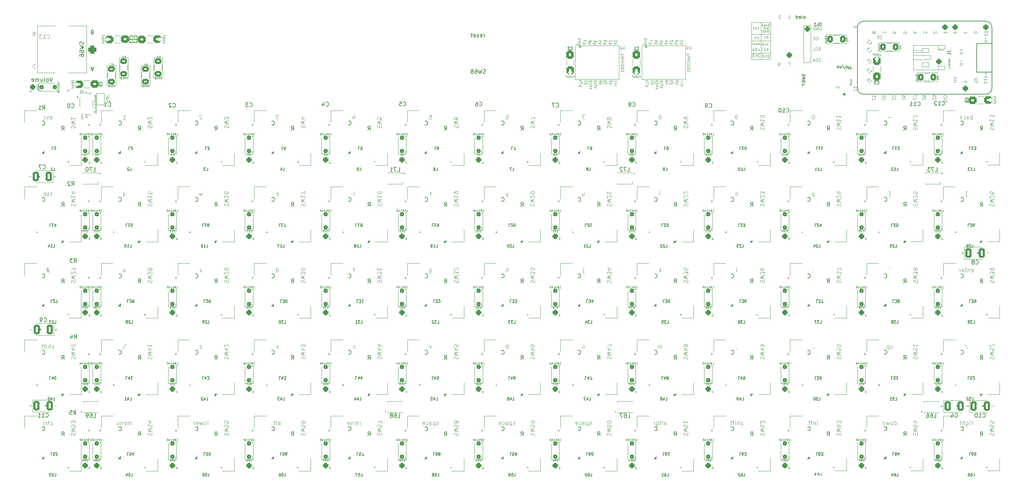
<source format=gbo>
G04 #@! TF.GenerationSoftware,KiCad,Pcbnew,9.0.2*
G04 #@! TF.CreationDate,2025-07-13T16:57:08+05:30*
G04 #@! TF.ProjectId,pcb,7063622e-6b69-4636-9164-5f7063625858,rev?*
G04 #@! TF.SameCoordinates,Original*
G04 #@! TF.FileFunction,Legend,Bot*
G04 #@! TF.FilePolarity,Positive*
%FSLAX46Y46*%
G04 Gerber Fmt 4.6, Leading zero omitted, Abs format (unit mm)*
G04 Created by KiCad (PCBNEW 9.0.2) date 2025-07-13 16:57:08*
%MOMM*%
%LPD*%
G01*
G04 APERTURE LIST*
G04 Aperture macros list*
%AMRoundRect*
0 Rectangle with rounded corners*
0 $1 Rounding radius*
0 $2 $3 $4 $5 $6 $7 $8 $9 X,Y pos of 4 corners*
0 Add a 4 corners polygon primitive as box body*
4,1,4,$2,$3,$4,$5,$6,$7,$8,$9,$2,$3,0*
0 Add four circle primitives for the rounded corners*
1,1,$1+$1,$2,$3*
1,1,$1+$1,$4,$5*
1,1,$1+$1,$6,$7*
1,1,$1+$1,$8,$9*
0 Add four rect primitives between the rounded corners*
20,1,$1+$1,$2,$3,$4,$5,0*
20,1,$1+$1,$4,$5,$6,$7,0*
20,1,$1+$1,$6,$7,$8,$9,0*
20,1,$1+$1,$8,$9,$2,$3,0*%
%AMOutline5P*
0 Free polygon, 5 corners , with rotation*
0 The origin of the aperture is its center*
0 number of corners: always 5*
0 $1 to $10 corner X, Y*
0 $11 Rotation angle, in degrees counterclockwise*
0 create outline with 5 corners*
4,1,5,$1,$2,$3,$4,$5,$6,$7,$8,$9,$10,$1,$2,$11*%
%AMOutline6P*
0 Free polygon, 6 corners , with rotation*
0 The origin of the aperture is its center*
0 number of corners: always 6*
0 $1 to $12 corner X, Y*
0 $13 Rotation angle, in degrees counterclockwise*
0 create outline with 6 corners*
4,1,6,$1,$2,$3,$4,$5,$6,$7,$8,$9,$10,$11,$12,$1,$2,$13*%
%AMOutline7P*
0 Free polygon, 7 corners , with rotation*
0 The origin of the aperture is its center*
0 number of corners: always 7*
0 $1 to $14 corner X, Y*
0 $15 Rotation angle, in degrees counterclockwise*
0 create outline with 7 corners*
4,1,7,$1,$2,$3,$4,$5,$6,$7,$8,$9,$10,$11,$12,$13,$14,$1,$2,$15*%
%AMOutline8P*
0 Free polygon, 8 corners , with rotation*
0 The origin of the aperture is its center*
0 number of corners: always 8*
0 $1 to $16 corner X, Y*
0 $17 Rotation angle, in degrees counterclockwise*
0 create outline with 8 corners*
4,1,8,$1,$2,$3,$4,$5,$6,$7,$8,$9,$10,$11,$12,$13,$14,$15,$16,$1,$2,$17*%
%AMFreePoly0*
4,1,6,1.000000,0.000000,0.500000,-0.750000,-0.500000,-0.750000,-0.500000,0.750000,0.500000,0.750000,1.000000,0.000000,1.000000,0.000000,$1*%
%AMFreePoly1*
4,1,6,0.500000,-0.750000,-0.650000,-0.750000,-0.150000,0.000000,-0.650000,0.750000,0.500000,0.750000,0.500000,-0.750000,0.500000,-0.750000,$1*%
G04 Aperture macros list end*
%ADD10C,0.150000*%
%ADD11C,0.100000*%
%ADD12C,0.125000*%
%ADD13C,0.120000*%
%ADD14C,0.358707*%
%ADD15C,0.200000*%
%ADD16C,0.200333*%
%ADD17C,0.050000*%
%ADD18C,1.700000*%
%ADD19C,4.000000*%
%ADD20C,2.200000*%
%ADD21R,3.200000X2.000000*%
%ADD22C,2.000000*%
%ADD23RoundRect,0.500000X0.500000X0.500000X-0.500000X0.500000X-0.500000X-0.500000X0.500000X-0.500000X0*%
%ADD24C,1.600000*%
%ADD25C,1.500000*%
%ADD26O,1.400000X3.500000*%
%ADD27C,0.500000*%
%ADD28RoundRect,0.125000X-0.125000X0.125000X-0.125000X-0.125000X0.125000X-0.125000X0.125000X0.125000X0*%
%ADD29C,4.875000*%
%ADD30C,5.875000*%
%ADD31C,1.397000*%
%ADD32RoundRect,0.349250X0.349250X-0.349250X0.349250X0.349250X-0.349250X0.349250X-0.349250X-0.349250X0*%
%ADD33RoundRect,0.349250X-0.349250X0.349250X-0.349250X-0.349250X0.349250X-0.349250X0.349250X0.349250X0*%
%ADD34C,3.000000*%
%ADD35RoundRect,0.349250X-0.349250X-0.349250X0.349250X-0.349250X0.349250X0.349250X-0.349250X0.349250X0*%
%ADD36RoundRect,0.347750X0.347750X-0.347750X0.347750X0.347750X-0.347750X0.347750X-0.347750X-0.347750X0*%
%ADD37RoundRect,0.250000X0.300000X-0.300000X0.300000X0.300000X-0.300000X0.300000X-0.300000X-0.300000X0*%
%ADD38C,1.391000*%
%ADD39RoundRect,0.347750X-0.347750X-0.347750X0.347750X-0.347750X0.347750X0.347750X-0.347750X0.347750X0*%
%ADD40RoundRect,0.250000X-0.300000X-0.300000X0.300000X-0.300000X0.300000X0.300000X-0.300000X0.300000X0*%
%ADD41R,1.670000X0.820000*%
%ADD42RoundRect,0.125000X-0.125000X-0.125000X0.125000X-0.125000X0.125000X0.125000X-0.125000X0.125000X0*%
%ADD43Outline5P,-0.835000X0.410000X0.835000X0.410000X0.835000X-0.082000X0.507000X-0.410000X-0.835000X-0.410000X0.000000*%
%ADD44RoundRect,0.250001X0.499999X0.924999X-0.499999X0.924999X-0.499999X-0.924999X0.499999X-0.924999X0*%
%ADD45RoundRect,0.125000X0.125000X0.125000X-0.125000X0.125000X-0.125000X-0.125000X0.125000X-0.125000X0*%
%ADD46RoundRect,0.250000X-0.250000X-0.250000X0.250000X-0.250000X0.250000X0.250000X-0.250000X0.250000X0*%
%ADD47RoundRect,0.339622X-0.710378X-0.560378X0.710378X-0.560378X0.710378X0.560378X-0.710378X0.560378X0*%
%ADD48C,1.000000*%
%ADD49Outline5P,-0.835000X0.410000X0.835000X0.410000X0.835000X-0.082000X0.507000X-0.410000X-0.835000X-0.410000X180.000000*%
%ADD50R,2.000000X0.600000*%
%ADD51R,0.650000X1.560000*%
%ADD52RoundRect,0.250001X-0.499999X-0.924999X0.499999X-0.924999X0.499999X0.924999X-0.499999X0.924999X0*%
%ADD53RoundRect,0.250000X0.625000X-0.400000X0.625000X0.400000X-0.625000X0.400000X-0.625000X-0.400000X0*%
%ADD54FreePoly0,270.000000*%
%ADD55FreePoly1,270.000000*%
%ADD56RoundRect,0.250000X-0.400000X-0.625000X0.400000X-0.625000X0.400000X0.625000X-0.400000X0.625000X0*%
%ADD57RoundRect,0.250000X-0.250000X0.250000X-0.250000X-0.250000X0.250000X-0.250000X0.250000X0.250000X0*%
%ADD58RoundRect,0.339622X-0.560378X0.710378X-0.560378X-0.710378X0.560378X-0.710378X0.560378X0.710378X0*%
%ADD59RoundRect,0.250000X0.250000X-0.250000X0.250000X0.250000X-0.250000X0.250000X-0.250000X-0.250000X0*%
%ADD60RoundRect,0.339622X0.560378X-0.710378X0.560378X0.710378X-0.560378X0.710378X-0.560378X-0.710378X0*%
%ADD61RoundRect,0.250000X0.250000X0.250000X-0.250000X0.250000X-0.250000X-0.250000X0.250000X-0.250000X0*%
%ADD62RoundRect,0.339622X0.710378X0.560378X-0.710378X0.560378X-0.710378X-0.560378X0.710378X-0.560378X0*%
G04 APERTURE END LIST*
D10*
X176210666Y-59009580D02*
X176258285Y-59057200D01*
X176258285Y-59057200D02*
X176401142Y-59104819D01*
X176401142Y-59104819D02*
X176496380Y-59104819D01*
X176496380Y-59104819D02*
X176639237Y-59057200D01*
X176639237Y-59057200D02*
X176734475Y-58961961D01*
X176734475Y-58961961D02*
X176782094Y-58866723D01*
X176782094Y-58866723D02*
X176829713Y-58676247D01*
X176829713Y-58676247D02*
X176829713Y-58533390D01*
X176829713Y-58533390D02*
X176782094Y-58342914D01*
X176782094Y-58342914D02*
X176734475Y-58247676D01*
X176734475Y-58247676D02*
X176639237Y-58152438D01*
X176639237Y-58152438D02*
X176496380Y-58104819D01*
X176496380Y-58104819D02*
X176401142Y-58104819D01*
X176401142Y-58104819D02*
X176258285Y-58152438D01*
X176258285Y-58152438D02*
X176210666Y-58200057D01*
X175639237Y-58533390D02*
X175734475Y-58485771D01*
X175734475Y-58485771D02*
X175782094Y-58438152D01*
X175782094Y-58438152D02*
X175829713Y-58342914D01*
X175829713Y-58342914D02*
X175829713Y-58295295D01*
X175829713Y-58295295D02*
X175782094Y-58200057D01*
X175782094Y-58200057D02*
X175734475Y-58152438D01*
X175734475Y-58152438D02*
X175639237Y-58104819D01*
X175639237Y-58104819D02*
X175448761Y-58104819D01*
X175448761Y-58104819D02*
X175353523Y-58152438D01*
X175353523Y-58152438D02*
X175305904Y-58200057D01*
X175305904Y-58200057D02*
X175258285Y-58295295D01*
X175258285Y-58295295D02*
X175258285Y-58342914D01*
X175258285Y-58342914D02*
X175305904Y-58438152D01*
X175305904Y-58438152D02*
X175353523Y-58485771D01*
X175353523Y-58485771D02*
X175448761Y-58533390D01*
X175448761Y-58533390D02*
X175639237Y-58533390D01*
X175639237Y-58533390D02*
X175734475Y-58581009D01*
X175734475Y-58581009D02*
X175782094Y-58628628D01*
X175782094Y-58628628D02*
X175829713Y-58723866D01*
X175829713Y-58723866D02*
X175829713Y-58914342D01*
X175829713Y-58914342D02*
X175782094Y-59009580D01*
X175782094Y-59009580D02*
X175734475Y-59057200D01*
X175734475Y-59057200D02*
X175639237Y-59104819D01*
X175639237Y-59104819D02*
X175448761Y-59104819D01*
X175448761Y-59104819D02*
X175353523Y-59057200D01*
X175353523Y-59057200D02*
X175305904Y-59009580D01*
X175305904Y-59009580D02*
X175258285Y-58914342D01*
X175258285Y-58914342D02*
X175258285Y-58723866D01*
X175258285Y-58723866D02*
X175305904Y-58628628D01*
X175305904Y-58628628D02*
X175353523Y-58581009D01*
X175353523Y-58581009D02*
X175448761Y-58533390D01*
X247072857Y-58849580D02*
X247120476Y-58897200D01*
X247120476Y-58897200D02*
X247263333Y-58944819D01*
X247263333Y-58944819D02*
X247358571Y-58944819D01*
X247358571Y-58944819D02*
X247501428Y-58897200D01*
X247501428Y-58897200D02*
X247596666Y-58801961D01*
X247596666Y-58801961D02*
X247644285Y-58706723D01*
X247644285Y-58706723D02*
X247691904Y-58516247D01*
X247691904Y-58516247D02*
X247691904Y-58373390D01*
X247691904Y-58373390D02*
X247644285Y-58182914D01*
X247644285Y-58182914D02*
X247596666Y-58087676D01*
X247596666Y-58087676D02*
X247501428Y-57992438D01*
X247501428Y-57992438D02*
X247358571Y-57944819D01*
X247358571Y-57944819D02*
X247263333Y-57944819D01*
X247263333Y-57944819D02*
X247120476Y-57992438D01*
X247120476Y-57992438D02*
X247072857Y-58040057D01*
X246120476Y-58944819D02*
X246691904Y-58944819D01*
X246406190Y-58944819D02*
X246406190Y-57944819D01*
X246406190Y-57944819D02*
X246501428Y-58087676D01*
X246501428Y-58087676D02*
X246596666Y-58182914D01*
X246596666Y-58182914D02*
X246691904Y-58230533D01*
X245168095Y-58944819D02*
X245739523Y-58944819D01*
X245453809Y-58944819D02*
X245453809Y-57944819D01*
X245453809Y-57944819D02*
X245549047Y-58087676D01*
X245549047Y-58087676D02*
X245644285Y-58182914D01*
X245644285Y-58182914D02*
X245739523Y-58230533D01*
X45916666Y-58969580D02*
X45964285Y-59017200D01*
X45964285Y-59017200D02*
X46107142Y-59064819D01*
X46107142Y-59064819D02*
X46202380Y-59064819D01*
X46202380Y-59064819D02*
X46345237Y-59017200D01*
X46345237Y-59017200D02*
X46440475Y-58921961D01*
X46440475Y-58921961D02*
X46488094Y-58826723D01*
X46488094Y-58826723D02*
X46535713Y-58636247D01*
X46535713Y-58636247D02*
X46535713Y-58493390D01*
X46535713Y-58493390D02*
X46488094Y-58302914D01*
X46488094Y-58302914D02*
X46440475Y-58207676D01*
X46440475Y-58207676D02*
X46345237Y-58112438D01*
X46345237Y-58112438D02*
X46202380Y-58064819D01*
X46202380Y-58064819D02*
X46107142Y-58064819D01*
X46107142Y-58064819D02*
X45964285Y-58112438D01*
X45964285Y-58112438D02*
X45916666Y-58160057D01*
X44964285Y-59064819D02*
X45535713Y-59064819D01*
X45249999Y-59064819D02*
X45249999Y-58064819D01*
X45249999Y-58064819D02*
X45345237Y-58207676D01*
X45345237Y-58207676D02*
X45440475Y-58302914D01*
X45440475Y-58302914D02*
X45535713Y-58350533D01*
X37446666Y-116934819D02*
X37779999Y-116458628D01*
X38018094Y-116934819D02*
X38018094Y-115934819D01*
X38018094Y-115934819D02*
X37637142Y-115934819D01*
X37637142Y-115934819D02*
X37541904Y-115982438D01*
X37541904Y-115982438D02*
X37494285Y-116030057D01*
X37494285Y-116030057D02*
X37446666Y-116125295D01*
X37446666Y-116125295D02*
X37446666Y-116268152D01*
X37446666Y-116268152D02*
X37494285Y-116363390D01*
X37494285Y-116363390D02*
X37541904Y-116411009D01*
X37541904Y-116411009D02*
X37637142Y-116458628D01*
X37637142Y-116458628D02*
X38018094Y-116458628D01*
X36589523Y-116268152D02*
X36589523Y-116934819D01*
X36827618Y-115887200D02*
X37065713Y-116601485D01*
X37065713Y-116601485D02*
X36446666Y-116601485D01*
X138126666Y-58919580D02*
X138174285Y-58967200D01*
X138174285Y-58967200D02*
X138317142Y-59014819D01*
X138317142Y-59014819D02*
X138412380Y-59014819D01*
X138412380Y-59014819D02*
X138555237Y-58967200D01*
X138555237Y-58967200D02*
X138650475Y-58871961D01*
X138650475Y-58871961D02*
X138698094Y-58776723D01*
X138698094Y-58776723D02*
X138745713Y-58586247D01*
X138745713Y-58586247D02*
X138745713Y-58443390D01*
X138745713Y-58443390D02*
X138698094Y-58252914D01*
X138698094Y-58252914D02*
X138650475Y-58157676D01*
X138650475Y-58157676D02*
X138555237Y-58062438D01*
X138555237Y-58062438D02*
X138412380Y-58014819D01*
X138412380Y-58014819D02*
X138317142Y-58014819D01*
X138317142Y-58014819D02*
X138174285Y-58062438D01*
X138174285Y-58062438D02*
X138126666Y-58110057D01*
X137269523Y-58014819D02*
X137459999Y-58014819D01*
X137459999Y-58014819D02*
X137555237Y-58062438D01*
X137555237Y-58062438D02*
X137602856Y-58110057D01*
X137602856Y-58110057D02*
X137698094Y-58252914D01*
X137698094Y-58252914D02*
X137745713Y-58443390D01*
X137745713Y-58443390D02*
X137745713Y-58824342D01*
X137745713Y-58824342D02*
X137698094Y-58919580D01*
X137698094Y-58919580D02*
X137650475Y-58967200D01*
X137650475Y-58967200D02*
X137555237Y-59014819D01*
X137555237Y-59014819D02*
X137364761Y-59014819D01*
X137364761Y-59014819D02*
X137269523Y-58967200D01*
X137269523Y-58967200D02*
X137221904Y-58919580D01*
X137221904Y-58919580D02*
X137174285Y-58824342D01*
X137174285Y-58824342D02*
X137174285Y-58586247D01*
X137174285Y-58586247D02*
X137221904Y-58491009D01*
X137221904Y-58491009D02*
X137269523Y-58443390D01*
X137269523Y-58443390D02*
X137364761Y-58395771D01*
X137364761Y-58395771D02*
X137555237Y-58395771D01*
X137555237Y-58395771D02*
X137650475Y-58443390D01*
X137650475Y-58443390D02*
X137698094Y-58491009D01*
X137698094Y-58491009D02*
X137745713Y-58586247D01*
X37246666Y-135804819D02*
X37579999Y-135328628D01*
X37818094Y-135804819D02*
X37818094Y-134804819D01*
X37818094Y-134804819D02*
X37437142Y-134804819D01*
X37437142Y-134804819D02*
X37341904Y-134852438D01*
X37341904Y-134852438D02*
X37294285Y-134900057D01*
X37294285Y-134900057D02*
X37246666Y-134995295D01*
X37246666Y-134995295D02*
X37246666Y-135138152D01*
X37246666Y-135138152D02*
X37294285Y-135233390D01*
X37294285Y-135233390D02*
X37341904Y-135281009D01*
X37341904Y-135281009D02*
X37437142Y-135328628D01*
X37437142Y-135328628D02*
X37818094Y-135328628D01*
X36341904Y-134804819D02*
X36818094Y-134804819D01*
X36818094Y-134804819D02*
X36865713Y-135281009D01*
X36865713Y-135281009D02*
X36818094Y-135233390D01*
X36818094Y-135233390D02*
X36722856Y-135185771D01*
X36722856Y-135185771D02*
X36484761Y-135185771D01*
X36484761Y-135185771D02*
X36389523Y-135233390D01*
X36389523Y-135233390D02*
X36341904Y-135281009D01*
X36341904Y-135281009D02*
X36294285Y-135376247D01*
X36294285Y-135376247D02*
X36294285Y-135614342D01*
X36294285Y-135614342D02*
X36341904Y-135709580D01*
X36341904Y-135709580D02*
X36389523Y-135757200D01*
X36389523Y-135757200D02*
X36484761Y-135804819D01*
X36484761Y-135804819D02*
X36722856Y-135804819D01*
X36722856Y-135804819D02*
X36818094Y-135757200D01*
X36818094Y-135757200D02*
X36865713Y-135709580D01*
X61956666Y-59219580D02*
X62004285Y-59267200D01*
X62004285Y-59267200D02*
X62147142Y-59314819D01*
X62147142Y-59314819D02*
X62242380Y-59314819D01*
X62242380Y-59314819D02*
X62385237Y-59267200D01*
X62385237Y-59267200D02*
X62480475Y-59171961D01*
X62480475Y-59171961D02*
X62528094Y-59076723D01*
X62528094Y-59076723D02*
X62575713Y-58886247D01*
X62575713Y-58886247D02*
X62575713Y-58743390D01*
X62575713Y-58743390D02*
X62528094Y-58552914D01*
X62528094Y-58552914D02*
X62480475Y-58457676D01*
X62480475Y-58457676D02*
X62385237Y-58362438D01*
X62385237Y-58362438D02*
X62242380Y-58314819D01*
X62242380Y-58314819D02*
X62147142Y-58314819D01*
X62147142Y-58314819D02*
X62004285Y-58362438D01*
X62004285Y-58362438D02*
X61956666Y-58410057D01*
X61575713Y-58410057D02*
X61528094Y-58362438D01*
X61528094Y-58362438D02*
X61432856Y-58314819D01*
X61432856Y-58314819D02*
X61194761Y-58314819D01*
X61194761Y-58314819D02*
X61099523Y-58362438D01*
X61099523Y-58362438D02*
X61051904Y-58410057D01*
X61051904Y-58410057D02*
X61004285Y-58505295D01*
X61004285Y-58505295D02*
X61004285Y-58600533D01*
X61004285Y-58600533D02*
X61051904Y-58743390D01*
X61051904Y-58743390D02*
X61623332Y-59314819D01*
X61623332Y-59314819D02*
X61004285Y-59314819D01*
X100006666Y-58949580D02*
X100054285Y-58997200D01*
X100054285Y-58997200D02*
X100197142Y-59044819D01*
X100197142Y-59044819D02*
X100292380Y-59044819D01*
X100292380Y-59044819D02*
X100435237Y-58997200D01*
X100435237Y-58997200D02*
X100530475Y-58901961D01*
X100530475Y-58901961D02*
X100578094Y-58806723D01*
X100578094Y-58806723D02*
X100625713Y-58616247D01*
X100625713Y-58616247D02*
X100625713Y-58473390D01*
X100625713Y-58473390D02*
X100578094Y-58282914D01*
X100578094Y-58282914D02*
X100530475Y-58187676D01*
X100530475Y-58187676D02*
X100435237Y-58092438D01*
X100435237Y-58092438D02*
X100292380Y-58044819D01*
X100292380Y-58044819D02*
X100197142Y-58044819D01*
X100197142Y-58044819D02*
X100054285Y-58092438D01*
X100054285Y-58092438D02*
X100006666Y-58140057D01*
X99149523Y-58378152D02*
X99149523Y-59044819D01*
X99387618Y-57997200D02*
X99625713Y-58711485D01*
X99625713Y-58711485D02*
X99006666Y-58711485D01*
X119176666Y-58849580D02*
X119224285Y-58897200D01*
X119224285Y-58897200D02*
X119367142Y-58944819D01*
X119367142Y-58944819D02*
X119462380Y-58944819D01*
X119462380Y-58944819D02*
X119605237Y-58897200D01*
X119605237Y-58897200D02*
X119700475Y-58801961D01*
X119700475Y-58801961D02*
X119748094Y-58706723D01*
X119748094Y-58706723D02*
X119795713Y-58516247D01*
X119795713Y-58516247D02*
X119795713Y-58373390D01*
X119795713Y-58373390D02*
X119748094Y-58182914D01*
X119748094Y-58182914D02*
X119700475Y-58087676D01*
X119700475Y-58087676D02*
X119605237Y-57992438D01*
X119605237Y-57992438D02*
X119462380Y-57944819D01*
X119462380Y-57944819D02*
X119367142Y-57944819D01*
X119367142Y-57944819D02*
X119224285Y-57992438D01*
X119224285Y-57992438D02*
X119176666Y-58040057D01*
X118271904Y-57944819D02*
X118748094Y-57944819D01*
X118748094Y-57944819D02*
X118795713Y-58421009D01*
X118795713Y-58421009D02*
X118748094Y-58373390D01*
X118748094Y-58373390D02*
X118652856Y-58325771D01*
X118652856Y-58325771D02*
X118414761Y-58325771D01*
X118414761Y-58325771D02*
X118319523Y-58373390D01*
X118319523Y-58373390D02*
X118271904Y-58421009D01*
X118271904Y-58421009D02*
X118224285Y-58516247D01*
X118224285Y-58516247D02*
X118224285Y-58754342D01*
X118224285Y-58754342D02*
X118271904Y-58849580D01*
X118271904Y-58849580D02*
X118319523Y-58897200D01*
X118319523Y-58897200D02*
X118414761Y-58944819D01*
X118414761Y-58944819D02*
X118652856Y-58944819D01*
X118652856Y-58944819D02*
X118748094Y-58897200D01*
X118748094Y-58897200D02*
X118795713Y-58849580D01*
X253102857Y-58709580D02*
X253150476Y-58757200D01*
X253150476Y-58757200D02*
X253293333Y-58804819D01*
X253293333Y-58804819D02*
X253388571Y-58804819D01*
X253388571Y-58804819D02*
X253531428Y-58757200D01*
X253531428Y-58757200D02*
X253626666Y-58661961D01*
X253626666Y-58661961D02*
X253674285Y-58566723D01*
X253674285Y-58566723D02*
X253721904Y-58376247D01*
X253721904Y-58376247D02*
X253721904Y-58233390D01*
X253721904Y-58233390D02*
X253674285Y-58042914D01*
X253674285Y-58042914D02*
X253626666Y-57947676D01*
X253626666Y-57947676D02*
X253531428Y-57852438D01*
X253531428Y-57852438D02*
X253388571Y-57804819D01*
X253388571Y-57804819D02*
X253293333Y-57804819D01*
X253293333Y-57804819D02*
X253150476Y-57852438D01*
X253150476Y-57852438D02*
X253102857Y-57900057D01*
X252150476Y-58804819D02*
X252721904Y-58804819D01*
X252436190Y-58804819D02*
X252436190Y-57804819D01*
X252436190Y-57804819D02*
X252531428Y-57947676D01*
X252531428Y-57947676D02*
X252626666Y-58042914D01*
X252626666Y-58042914D02*
X252721904Y-58090533D01*
X251769523Y-57900057D02*
X251721904Y-57852438D01*
X251721904Y-57852438D02*
X251626666Y-57804819D01*
X251626666Y-57804819D02*
X251388571Y-57804819D01*
X251388571Y-57804819D02*
X251293333Y-57852438D01*
X251293333Y-57852438D02*
X251245714Y-57900057D01*
X251245714Y-57900057D02*
X251198095Y-57995295D01*
X251198095Y-57995295D02*
X251198095Y-58090533D01*
X251198095Y-58090533D02*
X251245714Y-58233390D01*
X251245714Y-58233390D02*
X251817142Y-58804819D01*
X251817142Y-58804819D02*
X251198095Y-58804819D01*
X214462857Y-60449580D02*
X214510476Y-60497200D01*
X214510476Y-60497200D02*
X214653333Y-60544819D01*
X214653333Y-60544819D02*
X214748571Y-60544819D01*
X214748571Y-60544819D02*
X214891428Y-60497200D01*
X214891428Y-60497200D02*
X214986666Y-60401961D01*
X214986666Y-60401961D02*
X215034285Y-60306723D01*
X215034285Y-60306723D02*
X215081904Y-60116247D01*
X215081904Y-60116247D02*
X215081904Y-59973390D01*
X215081904Y-59973390D02*
X215034285Y-59782914D01*
X215034285Y-59782914D02*
X214986666Y-59687676D01*
X214986666Y-59687676D02*
X214891428Y-59592438D01*
X214891428Y-59592438D02*
X214748571Y-59544819D01*
X214748571Y-59544819D02*
X214653333Y-59544819D01*
X214653333Y-59544819D02*
X214510476Y-59592438D01*
X214510476Y-59592438D02*
X214462857Y-59640057D01*
X213510476Y-60544819D02*
X214081904Y-60544819D01*
X213796190Y-60544819D02*
X213796190Y-59544819D01*
X213796190Y-59544819D02*
X213891428Y-59687676D01*
X213891428Y-59687676D02*
X213986666Y-59782914D01*
X213986666Y-59782914D02*
X214081904Y-59830533D01*
X212891428Y-59544819D02*
X212796190Y-59544819D01*
X212796190Y-59544819D02*
X212700952Y-59592438D01*
X212700952Y-59592438D02*
X212653333Y-59640057D01*
X212653333Y-59640057D02*
X212605714Y-59735295D01*
X212605714Y-59735295D02*
X212558095Y-59925771D01*
X212558095Y-59925771D02*
X212558095Y-60163866D01*
X212558095Y-60163866D02*
X212605714Y-60354342D01*
X212605714Y-60354342D02*
X212653333Y-60449580D01*
X212653333Y-60449580D02*
X212700952Y-60497200D01*
X212700952Y-60497200D02*
X212796190Y-60544819D01*
X212796190Y-60544819D02*
X212891428Y-60544819D01*
X212891428Y-60544819D02*
X212986666Y-60497200D01*
X212986666Y-60497200D02*
X213034285Y-60449580D01*
X213034285Y-60449580D02*
X213081904Y-60354342D01*
X213081904Y-60354342D02*
X213129523Y-60163866D01*
X213129523Y-60163866D02*
X213129523Y-59925771D01*
X213129523Y-59925771D02*
X213081904Y-59735295D01*
X213081904Y-59735295D02*
X213034285Y-59640057D01*
X213034285Y-59640057D02*
X212986666Y-59592438D01*
X212986666Y-59592438D02*
X212891428Y-59544819D01*
X29526666Y-59844819D02*
X29859999Y-59368628D01*
X30098094Y-59844819D02*
X30098094Y-58844819D01*
X30098094Y-58844819D02*
X29717142Y-58844819D01*
X29717142Y-58844819D02*
X29621904Y-58892438D01*
X29621904Y-58892438D02*
X29574285Y-58940057D01*
X29574285Y-58940057D02*
X29526666Y-59035295D01*
X29526666Y-59035295D02*
X29526666Y-59178152D01*
X29526666Y-59178152D02*
X29574285Y-59273390D01*
X29574285Y-59273390D02*
X29621904Y-59321009D01*
X29621904Y-59321009D02*
X29717142Y-59368628D01*
X29717142Y-59368628D02*
X30098094Y-59368628D01*
X28574285Y-59844819D02*
X29145713Y-59844819D01*
X28859999Y-59844819D02*
X28859999Y-58844819D01*
X28859999Y-58844819D02*
X28955237Y-58987676D01*
X28955237Y-58987676D02*
X29050475Y-59082914D01*
X29050475Y-59082914D02*
X29145713Y-59130533D01*
X157246666Y-59149580D02*
X157294285Y-59197200D01*
X157294285Y-59197200D02*
X157437142Y-59244819D01*
X157437142Y-59244819D02*
X157532380Y-59244819D01*
X157532380Y-59244819D02*
X157675237Y-59197200D01*
X157675237Y-59197200D02*
X157770475Y-59101961D01*
X157770475Y-59101961D02*
X157818094Y-59006723D01*
X157818094Y-59006723D02*
X157865713Y-58816247D01*
X157865713Y-58816247D02*
X157865713Y-58673390D01*
X157865713Y-58673390D02*
X157818094Y-58482914D01*
X157818094Y-58482914D02*
X157770475Y-58387676D01*
X157770475Y-58387676D02*
X157675237Y-58292438D01*
X157675237Y-58292438D02*
X157532380Y-58244819D01*
X157532380Y-58244819D02*
X157437142Y-58244819D01*
X157437142Y-58244819D02*
X157294285Y-58292438D01*
X157294285Y-58292438D02*
X157246666Y-58340057D01*
X156913332Y-58244819D02*
X156246666Y-58244819D01*
X156246666Y-58244819D02*
X156675237Y-59244819D01*
X36786666Y-78804819D02*
X37119999Y-78328628D01*
X37358094Y-78804819D02*
X37358094Y-77804819D01*
X37358094Y-77804819D02*
X36977142Y-77804819D01*
X36977142Y-77804819D02*
X36881904Y-77852438D01*
X36881904Y-77852438D02*
X36834285Y-77900057D01*
X36834285Y-77900057D02*
X36786666Y-77995295D01*
X36786666Y-77995295D02*
X36786666Y-78138152D01*
X36786666Y-78138152D02*
X36834285Y-78233390D01*
X36834285Y-78233390D02*
X36881904Y-78281009D01*
X36881904Y-78281009D02*
X36977142Y-78328628D01*
X36977142Y-78328628D02*
X37358094Y-78328628D01*
X36405713Y-77900057D02*
X36358094Y-77852438D01*
X36358094Y-77852438D02*
X36262856Y-77804819D01*
X36262856Y-77804819D02*
X36024761Y-77804819D01*
X36024761Y-77804819D02*
X35929523Y-77852438D01*
X35929523Y-77852438D02*
X35881904Y-77900057D01*
X35881904Y-77900057D02*
X35834285Y-77995295D01*
X35834285Y-77995295D02*
X35834285Y-78090533D01*
X35834285Y-78090533D02*
X35881904Y-78233390D01*
X35881904Y-78233390D02*
X36453332Y-78804819D01*
X36453332Y-78804819D02*
X35834285Y-78804819D01*
X36736666Y-59319580D02*
X36784285Y-59367200D01*
X36784285Y-59367200D02*
X36927142Y-59414819D01*
X36927142Y-59414819D02*
X37022380Y-59414819D01*
X37022380Y-59414819D02*
X37165237Y-59367200D01*
X37165237Y-59367200D02*
X37260475Y-59271961D01*
X37260475Y-59271961D02*
X37308094Y-59176723D01*
X37308094Y-59176723D02*
X37355713Y-58986247D01*
X37355713Y-58986247D02*
X37355713Y-58843390D01*
X37355713Y-58843390D02*
X37308094Y-58652914D01*
X37308094Y-58652914D02*
X37260475Y-58557676D01*
X37260475Y-58557676D02*
X37165237Y-58462438D01*
X37165237Y-58462438D02*
X37022380Y-58414819D01*
X37022380Y-58414819D02*
X36927142Y-58414819D01*
X36927142Y-58414819D02*
X36784285Y-58462438D01*
X36784285Y-58462438D02*
X36736666Y-58510057D01*
X36117618Y-58414819D02*
X36022380Y-58414819D01*
X36022380Y-58414819D02*
X35927142Y-58462438D01*
X35927142Y-58462438D02*
X35879523Y-58510057D01*
X35879523Y-58510057D02*
X35831904Y-58605295D01*
X35831904Y-58605295D02*
X35784285Y-58795771D01*
X35784285Y-58795771D02*
X35784285Y-59033866D01*
X35784285Y-59033866D02*
X35831904Y-59224342D01*
X35831904Y-59224342D02*
X35879523Y-59319580D01*
X35879523Y-59319580D02*
X35927142Y-59367200D01*
X35927142Y-59367200D02*
X36022380Y-59414819D01*
X36022380Y-59414819D02*
X36117618Y-59414819D01*
X36117618Y-59414819D02*
X36212856Y-59367200D01*
X36212856Y-59367200D02*
X36260475Y-59319580D01*
X36260475Y-59319580D02*
X36308094Y-59224342D01*
X36308094Y-59224342D02*
X36355713Y-59033866D01*
X36355713Y-59033866D02*
X36355713Y-58795771D01*
X36355713Y-58795771D02*
X36308094Y-58605295D01*
X36308094Y-58605295D02*
X36260475Y-58510057D01*
X36260475Y-58510057D02*
X36212856Y-58462438D01*
X36212856Y-58462438D02*
X36117618Y-58414819D01*
X195266666Y-59259580D02*
X195314285Y-59307200D01*
X195314285Y-59307200D02*
X195457142Y-59354819D01*
X195457142Y-59354819D02*
X195552380Y-59354819D01*
X195552380Y-59354819D02*
X195695237Y-59307200D01*
X195695237Y-59307200D02*
X195790475Y-59211961D01*
X195790475Y-59211961D02*
X195838094Y-59116723D01*
X195838094Y-59116723D02*
X195885713Y-58926247D01*
X195885713Y-58926247D02*
X195885713Y-58783390D01*
X195885713Y-58783390D02*
X195838094Y-58592914D01*
X195838094Y-58592914D02*
X195790475Y-58497676D01*
X195790475Y-58497676D02*
X195695237Y-58402438D01*
X195695237Y-58402438D02*
X195552380Y-58354819D01*
X195552380Y-58354819D02*
X195457142Y-58354819D01*
X195457142Y-58354819D02*
X195314285Y-58402438D01*
X195314285Y-58402438D02*
X195266666Y-58450057D01*
X194790475Y-59354819D02*
X194599999Y-59354819D01*
X194599999Y-59354819D02*
X194504761Y-59307200D01*
X194504761Y-59307200D02*
X194457142Y-59259580D01*
X194457142Y-59259580D02*
X194361904Y-59116723D01*
X194361904Y-59116723D02*
X194314285Y-58926247D01*
X194314285Y-58926247D02*
X194314285Y-58545295D01*
X194314285Y-58545295D02*
X194361904Y-58450057D01*
X194361904Y-58450057D02*
X194409523Y-58402438D01*
X194409523Y-58402438D02*
X194504761Y-58354819D01*
X194504761Y-58354819D02*
X194695237Y-58354819D01*
X194695237Y-58354819D02*
X194790475Y-58402438D01*
X194790475Y-58402438D02*
X194838094Y-58450057D01*
X194838094Y-58450057D02*
X194885713Y-58545295D01*
X194885713Y-58545295D02*
X194885713Y-58783390D01*
X194885713Y-58783390D02*
X194838094Y-58878628D01*
X194838094Y-58878628D02*
X194790475Y-58926247D01*
X194790475Y-58926247D02*
X194695237Y-58973866D01*
X194695237Y-58973866D02*
X194504761Y-58973866D01*
X194504761Y-58973866D02*
X194409523Y-58926247D01*
X194409523Y-58926247D02*
X194361904Y-58878628D01*
X194361904Y-58878628D02*
X194314285Y-58783390D01*
X37386666Y-97954819D02*
X37719999Y-97478628D01*
X37958094Y-97954819D02*
X37958094Y-96954819D01*
X37958094Y-96954819D02*
X37577142Y-96954819D01*
X37577142Y-96954819D02*
X37481904Y-97002438D01*
X37481904Y-97002438D02*
X37434285Y-97050057D01*
X37434285Y-97050057D02*
X37386666Y-97145295D01*
X37386666Y-97145295D02*
X37386666Y-97288152D01*
X37386666Y-97288152D02*
X37434285Y-97383390D01*
X37434285Y-97383390D02*
X37481904Y-97431009D01*
X37481904Y-97431009D02*
X37577142Y-97478628D01*
X37577142Y-97478628D02*
X37958094Y-97478628D01*
X37053332Y-96954819D02*
X36434285Y-96954819D01*
X36434285Y-96954819D02*
X36767618Y-97335771D01*
X36767618Y-97335771D02*
X36624761Y-97335771D01*
X36624761Y-97335771D02*
X36529523Y-97383390D01*
X36529523Y-97383390D02*
X36481904Y-97431009D01*
X36481904Y-97431009D02*
X36434285Y-97526247D01*
X36434285Y-97526247D02*
X36434285Y-97764342D01*
X36434285Y-97764342D02*
X36481904Y-97859580D01*
X36481904Y-97859580D02*
X36529523Y-97907200D01*
X36529523Y-97907200D02*
X36624761Y-97954819D01*
X36624761Y-97954819D02*
X36910475Y-97954819D01*
X36910475Y-97954819D02*
X37005713Y-97907200D01*
X37005713Y-97907200D02*
X37053332Y-97859580D01*
D11*
X30672857Y-42042180D02*
X30720476Y-42089800D01*
X30720476Y-42089800D02*
X30863333Y-42137419D01*
X30863333Y-42137419D02*
X30958571Y-42137419D01*
X30958571Y-42137419D02*
X31101428Y-42089800D01*
X31101428Y-42089800D02*
X31196666Y-41994561D01*
X31196666Y-41994561D02*
X31244285Y-41899323D01*
X31244285Y-41899323D02*
X31291904Y-41708847D01*
X31291904Y-41708847D02*
X31291904Y-41565990D01*
X31291904Y-41565990D02*
X31244285Y-41375514D01*
X31244285Y-41375514D02*
X31196666Y-41280276D01*
X31196666Y-41280276D02*
X31101428Y-41185038D01*
X31101428Y-41185038D02*
X30958571Y-41137419D01*
X30958571Y-41137419D02*
X30863333Y-41137419D01*
X30863333Y-41137419D02*
X30720476Y-41185038D01*
X30720476Y-41185038D02*
X30672857Y-41232657D01*
X29720476Y-42137419D02*
X30291904Y-42137419D01*
X30006190Y-42137419D02*
X30006190Y-41137419D01*
X30006190Y-41137419D02*
X30101428Y-41280276D01*
X30101428Y-41280276D02*
X30196666Y-41375514D01*
X30196666Y-41375514D02*
X30291904Y-41423133D01*
X29387142Y-41137419D02*
X28768095Y-41137419D01*
X28768095Y-41137419D02*
X29101428Y-41518371D01*
X29101428Y-41518371D02*
X28958571Y-41518371D01*
X28958571Y-41518371D02*
X28863333Y-41565990D01*
X28863333Y-41565990D02*
X28815714Y-41613609D01*
X28815714Y-41613609D02*
X28768095Y-41708847D01*
X28768095Y-41708847D02*
X28768095Y-41946942D01*
X28768095Y-41946942D02*
X28815714Y-42042180D01*
X28815714Y-42042180D02*
X28863333Y-42089800D01*
X28863333Y-42089800D02*
X28958571Y-42137419D01*
X28958571Y-42137419D02*
X29244285Y-42137419D01*
X29244285Y-42137419D02*
X29339523Y-42089800D01*
X29339523Y-42089800D02*
X29387142Y-42042180D01*
D10*
X81046666Y-59099580D02*
X81094285Y-59147200D01*
X81094285Y-59147200D02*
X81237142Y-59194819D01*
X81237142Y-59194819D02*
X81332380Y-59194819D01*
X81332380Y-59194819D02*
X81475237Y-59147200D01*
X81475237Y-59147200D02*
X81570475Y-59051961D01*
X81570475Y-59051961D02*
X81618094Y-58956723D01*
X81618094Y-58956723D02*
X81665713Y-58766247D01*
X81665713Y-58766247D02*
X81665713Y-58623390D01*
X81665713Y-58623390D02*
X81618094Y-58432914D01*
X81618094Y-58432914D02*
X81570475Y-58337676D01*
X81570475Y-58337676D02*
X81475237Y-58242438D01*
X81475237Y-58242438D02*
X81332380Y-58194819D01*
X81332380Y-58194819D02*
X81237142Y-58194819D01*
X81237142Y-58194819D02*
X81094285Y-58242438D01*
X81094285Y-58242438D02*
X81046666Y-58290057D01*
X80713332Y-58194819D02*
X80094285Y-58194819D01*
X80094285Y-58194819D02*
X80427618Y-58575771D01*
X80427618Y-58575771D02*
X80284761Y-58575771D01*
X80284761Y-58575771D02*
X80189523Y-58623390D01*
X80189523Y-58623390D02*
X80141904Y-58671009D01*
X80141904Y-58671009D02*
X80094285Y-58766247D01*
X80094285Y-58766247D02*
X80094285Y-59004342D01*
X80094285Y-59004342D02*
X80141904Y-59099580D01*
X80141904Y-59099580D02*
X80189523Y-59147200D01*
X80189523Y-59147200D02*
X80284761Y-59194819D01*
X80284761Y-59194819D02*
X80570475Y-59194819D01*
X80570475Y-59194819D02*
X80665713Y-59147200D01*
X80665713Y-59147200D02*
X80713332Y-59099580D01*
D11*
X55795200Y-64413332D02*
X55747580Y-64270475D01*
X55747580Y-64270475D02*
X55747580Y-64032380D01*
X55747580Y-64032380D02*
X55795200Y-63937142D01*
X55795200Y-63937142D02*
X55842819Y-63889523D01*
X55842819Y-63889523D02*
X55938057Y-63841904D01*
X55938057Y-63841904D02*
X56033295Y-63841904D01*
X56033295Y-63841904D02*
X56128533Y-63889523D01*
X56128533Y-63889523D02*
X56176152Y-63937142D01*
X56176152Y-63937142D02*
X56223771Y-64032380D01*
X56223771Y-64032380D02*
X56271390Y-64222856D01*
X56271390Y-64222856D02*
X56319009Y-64318094D01*
X56319009Y-64318094D02*
X56366628Y-64365713D01*
X56366628Y-64365713D02*
X56461866Y-64413332D01*
X56461866Y-64413332D02*
X56557104Y-64413332D01*
X56557104Y-64413332D02*
X56652342Y-64365713D01*
X56652342Y-64365713D02*
X56699961Y-64318094D01*
X56699961Y-64318094D02*
X56747580Y-64222856D01*
X56747580Y-64222856D02*
X56747580Y-63984761D01*
X56747580Y-63984761D02*
X56699961Y-63841904D01*
X56747580Y-63508570D02*
X55747580Y-63270475D01*
X55747580Y-63270475D02*
X56461866Y-63079999D01*
X56461866Y-63079999D02*
X55747580Y-62889523D01*
X55747580Y-62889523D02*
X56747580Y-62651428D01*
X56652342Y-62318094D02*
X56699961Y-62270475D01*
X56699961Y-62270475D02*
X56747580Y-62175237D01*
X56747580Y-62175237D02*
X56747580Y-61937142D01*
X56747580Y-61937142D02*
X56699961Y-61841904D01*
X56699961Y-61841904D02*
X56652342Y-61794285D01*
X56652342Y-61794285D02*
X56557104Y-61746666D01*
X56557104Y-61746666D02*
X56461866Y-61746666D01*
X56461866Y-61746666D02*
X56319009Y-61794285D01*
X56319009Y-61794285D02*
X55747580Y-62365713D01*
X55747580Y-62365713D02*
X55747580Y-61746666D01*
D10*
X48525476Y-63629580D02*
X48573095Y-63677200D01*
X48573095Y-63677200D02*
X48715952Y-63724819D01*
X48715952Y-63724819D02*
X48811190Y-63724819D01*
X48811190Y-63724819D02*
X48954047Y-63677200D01*
X48954047Y-63677200D02*
X49049285Y-63581961D01*
X49049285Y-63581961D02*
X49096904Y-63486723D01*
X49096904Y-63486723D02*
X49144523Y-63296247D01*
X49144523Y-63296247D02*
X49144523Y-63153390D01*
X49144523Y-63153390D02*
X49096904Y-62962914D01*
X49096904Y-62962914D02*
X49049285Y-62867676D01*
X49049285Y-62867676D02*
X48954047Y-62772438D01*
X48954047Y-62772438D02*
X48811190Y-62724819D01*
X48811190Y-62724819D02*
X48715952Y-62724819D01*
X48715952Y-62724819D02*
X48573095Y-62772438D01*
X48573095Y-62772438D02*
X48525476Y-62820057D01*
D11*
X49569285Y-62227419D02*
X50140713Y-62227419D01*
X49854999Y-62227419D02*
X49854999Y-61227419D01*
X49854999Y-61227419D02*
X49950237Y-61370276D01*
X49950237Y-61370276D02*
X50045475Y-61465514D01*
X50045475Y-61465514D02*
X50140713Y-61513133D01*
D10*
X53355476Y-64994819D02*
X53688809Y-64518628D01*
X53926904Y-64994819D02*
X53926904Y-63994819D01*
X53926904Y-63994819D02*
X53545952Y-63994819D01*
X53545952Y-63994819D02*
X53450714Y-64042438D01*
X53450714Y-64042438D02*
X53403095Y-64090057D01*
X53403095Y-64090057D02*
X53355476Y-64185295D01*
X53355476Y-64185295D02*
X53355476Y-64328152D01*
X53355476Y-64328152D02*
X53403095Y-64423390D01*
X53403095Y-64423390D02*
X53450714Y-64471009D01*
X53450714Y-64471009D02*
X53545952Y-64518628D01*
X53545952Y-64518628D02*
X53926904Y-64518628D01*
D11*
X49640714Y-80585752D02*
X49640714Y-81585752D01*
X49640714Y-81204800D02*
X49735952Y-81252419D01*
X49735952Y-81252419D02*
X49926428Y-81252419D01*
X49926428Y-81252419D02*
X50021666Y-81204800D01*
X50021666Y-81204800D02*
X50069285Y-81157180D01*
X50069285Y-81157180D02*
X50116904Y-81061942D01*
X50116904Y-81061942D02*
X50116904Y-80776228D01*
X50116904Y-80776228D02*
X50069285Y-80680990D01*
X50069285Y-80680990D02*
X50021666Y-80633371D01*
X50021666Y-80633371D02*
X49926428Y-80585752D01*
X49926428Y-80585752D02*
X49735952Y-80585752D01*
X49735952Y-80585752D02*
X49640714Y-80633371D01*
D10*
X53355476Y-84019819D02*
X53688809Y-83543628D01*
X53926904Y-84019819D02*
X53926904Y-83019819D01*
X53926904Y-83019819D02*
X53545952Y-83019819D01*
X53545952Y-83019819D02*
X53450714Y-83067438D01*
X53450714Y-83067438D02*
X53403095Y-83115057D01*
X53403095Y-83115057D02*
X53355476Y-83210295D01*
X53355476Y-83210295D02*
X53355476Y-83353152D01*
X53355476Y-83353152D02*
X53403095Y-83448390D01*
X53403095Y-83448390D02*
X53450714Y-83496009D01*
X53450714Y-83496009D02*
X53545952Y-83543628D01*
X53545952Y-83543628D02*
X53926904Y-83543628D01*
D11*
X55795200Y-83914523D02*
X55747580Y-83771666D01*
X55747580Y-83771666D02*
X55747580Y-83533571D01*
X55747580Y-83533571D02*
X55795200Y-83438333D01*
X55795200Y-83438333D02*
X55842819Y-83390714D01*
X55842819Y-83390714D02*
X55938057Y-83343095D01*
X55938057Y-83343095D02*
X56033295Y-83343095D01*
X56033295Y-83343095D02*
X56128533Y-83390714D01*
X56128533Y-83390714D02*
X56176152Y-83438333D01*
X56176152Y-83438333D02*
X56223771Y-83533571D01*
X56223771Y-83533571D02*
X56271390Y-83724047D01*
X56271390Y-83724047D02*
X56319009Y-83819285D01*
X56319009Y-83819285D02*
X56366628Y-83866904D01*
X56366628Y-83866904D02*
X56461866Y-83914523D01*
X56461866Y-83914523D02*
X56557104Y-83914523D01*
X56557104Y-83914523D02*
X56652342Y-83866904D01*
X56652342Y-83866904D02*
X56699961Y-83819285D01*
X56699961Y-83819285D02*
X56747580Y-83724047D01*
X56747580Y-83724047D02*
X56747580Y-83485952D01*
X56747580Y-83485952D02*
X56699961Y-83343095D01*
X56747580Y-83009761D02*
X55747580Y-82771666D01*
X55747580Y-82771666D02*
X56461866Y-82581190D01*
X56461866Y-82581190D02*
X55747580Y-82390714D01*
X55747580Y-82390714D02*
X56747580Y-82152619D01*
X55747580Y-81247857D02*
X55747580Y-81819285D01*
X55747580Y-81533571D02*
X56747580Y-81533571D01*
X56747580Y-81533571D02*
X56604723Y-81628809D01*
X56604723Y-81628809D02*
X56509485Y-81724047D01*
X56509485Y-81724047D02*
X56461866Y-81819285D01*
X56747580Y-80343095D02*
X56747580Y-80819285D01*
X56747580Y-80819285D02*
X56271390Y-80866904D01*
X56271390Y-80866904D02*
X56319009Y-80819285D01*
X56319009Y-80819285D02*
X56366628Y-80724047D01*
X56366628Y-80724047D02*
X56366628Y-80485952D01*
X56366628Y-80485952D02*
X56319009Y-80390714D01*
X56319009Y-80390714D02*
X56271390Y-80343095D01*
X56271390Y-80343095D02*
X56176152Y-80295476D01*
X56176152Y-80295476D02*
X55938057Y-80295476D01*
X55938057Y-80295476D02*
X55842819Y-80343095D01*
X55842819Y-80343095D02*
X55795200Y-80390714D01*
X55795200Y-80390714D02*
X55747580Y-80485952D01*
X55747580Y-80485952D02*
X55747580Y-80724047D01*
X55747580Y-80724047D02*
X55795200Y-80819285D01*
X55795200Y-80819285D02*
X55842819Y-80866904D01*
D10*
X48525476Y-82654580D02*
X48573095Y-82702200D01*
X48573095Y-82702200D02*
X48715952Y-82749819D01*
X48715952Y-82749819D02*
X48811190Y-82749819D01*
X48811190Y-82749819D02*
X48954047Y-82702200D01*
X48954047Y-82702200D02*
X49049285Y-82606961D01*
X49049285Y-82606961D02*
X49096904Y-82511723D01*
X49096904Y-82511723D02*
X49144523Y-82321247D01*
X49144523Y-82321247D02*
X49144523Y-82178390D01*
X49144523Y-82178390D02*
X49096904Y-81987914D01*
X49096904Y-81987914D02*
X49049285Y-81892676D01*
X49049285Y-81892676D02*
X48954047Y-81797438D01*
X48954047Y-81797438D02*
X48811190Y-81749819D01*
X48811190Y-81749819D02*
X48715952Y-81749819D01*
X48715952Y-81749819D02*
X48573095Y-81797438D01*
X48573095Y-81797438D02*
X48525476Y-81845057D01*
X48525476Y-101679580D02*
X48573095Y-101727200D01*
X48573095Y-101727200D02*
X48715952Y-101774819D01*
X48715952Y-101774819D02*
X48811190Y-101774819D01*
X48811190Y-101774819D02*
X48954047Y-101727200D01*
X48954047Y-101727200D02*
X49049285Y-101631961D01*
X49049285Y-101631961D02*
X49096904Y-101536723D01*
X49096904Y-101536723D02*
X49144523Y-101346247D01*
X49144523Y-101346247D02*
X49144523Y-101203390D01*
X49144523Y-101203390D02*
X49096904Y-101012914D01*
X49096904Y-101012914D02*
X49049285Y-100917676D01*
X49049285Y-100917676D02*
X48954047Y-100822438D01*
X48954047Y-100822438D02*
X48811190Y-100774819D01*
X48811190Y-100774819D02*
X48715952Y-100774819D01*
X48715952Y-100774819D02*
X48573095Y-100822438D01*
X48573095Y-100822438D02*
X48525476Y-100870057D01*
D11*
X49640714Y-100277419D02*
X49640714Y-99753609D01*
X49640714Y-99753609D02*
X49688333Y-99658371D01*
X49688333Y-99658371D02*
X49783571Y-99610752D01*
X49783571Y-99610752D02*
X49974047Y-99610752D01*
X49974047Y-99610752D02*
X50069285Y-99658371D01*
X49640714Y-100229800D02*
X49735952Y-100277419D01*
X49735952Y-100277419D02*
X49974047Y-100277419D01*
X49974047Y-100277419D02*
X50069285Y-100229800D01*
X50069285Y-100229800D02*
X50116904Y-100134561D01*
X50116904Y-100134561D02*
X50116904Y-100039323D01*
X50116904Y-100039323D02*
X50069285Y-99944085D01*
X50069285Y-99944085D02*
X49974047Y-99896466D01*
X49974047Y-99896466D02*
X49735952Y-99896466D01*
X49735952Y-99896466D02*
X49640714Y-99848847D01*
D10*
X53355476Y-103044819D02*
X53688809Y-102568628D01*
X53926904Y-103044819D02*
X53926904Y-102044819D01*
X53926904Y-102044819D02*
X53545952Y-102044819D01*
X53545952Y-102044819D02*
X53450714Y-102092438D01*
X53450714Y-102092438D02*
X53403095Y-102140057D01*
X53403095Y-102140057D02*
X53355476Y-102235295D01*
X53355476Y-102235295D02*
X53355476Y-102378152D01*
X53355476Y-102378152D02*
X53403095Y-102473390D01*
X53403095Y-102473390D02*
X53450714Y-102521009D01*
X53450714Y-102521009D02*
X53545952Y-102568628D01*
X53545952Y-102568628D02*
X53926904Y-102568628D01*
D11*
X55795200Y-102939523D02*
X55747580Y-102796666D01*
X55747580Y-102796666D02*
X55747580Y-102558571D01*
X55747580Y-102558571D02*
X55795200Y-102463333D01*
X55795200Y-102463333D02*
X55842819Y-102415714D01*
X55842819Y-102415714D02*
X55938057Y-102368095D01*
X55938057Y-102368095D02*
X56033295Y-102368095D01*
X56033295Y-102368095D02*
X56128533Y-102415714D01*
X56128533Y-102415714D02*
X56176152Y-102463333D01*
X56176152Y-102463333D02*
X56223771Y-102558571D01*
X56223771Y-102558571D02*
X56271390Y-102749047D01*
X56271390Y-102749047D02*
X56319009Y-102844285D01*
X56319009Y-102844285D02*
X56366628Y-102891904D01*
X56366628Y-102891904D02*
X56461866Y-102939523D01*
X56461866Y-102939523D02*
X56557104Y-102939523D01*
X56557104Y-102939523D02*
X56652342Y-102891904D01*
X56652342Y-102891904D02*
X56699961Y-102844285D01*
X56699961Y-102844285D02*
X56747580Y-102749047D01*
X56747580Y-102749047D02*
X56747580Y-102510952D01*
X56747580Y-102510952D02*
X56699961Y-102368095D01*
X56747580Y-102034761D02*
X55747580Y-101796666D01*
X55747580Y-101796666D02*
X56461866Y-101606190D01*
X56461866Y-101606190D02*
X55747580Y-101415714D01*
X55747580Y-101415714D02*
X56747580Y-101177619D01*
X56652342Y-100844285D02*
X56699961Y-100796666D01*
X56699961Y-100796666D02*
X56747580Y-100701428D01*
X56747580Y-100701428D02*
X56747580Y-100463333D01*
X56747580Y-100463333D02*
X56699961Y-100368095D01*
X56699961Y-100368095D02*
X56652342Y-100320476D01*
X56652342Y-100320476D02*
X56557104Y-100272857D01*
X56557104Y-100272857D02*
X56461866Y-100272857D01*
X56461866Y-100272857D02*
X56319009Y-100320476D01*
X56319009Y-100320476D02*
X55747580Y-100891904D01*
X55747580Y-100891904D02*
X55747580Y-100272857D01*
X56319009Y-99701428D02*
X56366628Y-99796666D01*
X56366628Y-99796666D02*
X56414247Y-99844285D01*
X56414247Y-99844285D02*
X56509485Y-99891904D01*
X56509485Y-99891904D02*
X56557104Y-99891904D01*
X56557104Y-99891904D02*
X56652342Y-99844285D01*
X56652342Y-99844285D02*
X56699961Y-99796666D01*
X56699961Y-99796666D02*
X56747580Y-99701428D01*
X56747580Y-99701428D02*
X56747580Y-99510952D01*
X56747580Y-99510952D02*
X56699961Y-99415714D01*
X56699961Y-99415714D02*
X56652342Y-99368095D01*
X56652342Y-99368095D02*
X56557104Y-99320476D01*
X56557104Y-99320476D02*
X56509485Y-99320476D01*
X56509485Y-99320476D02*
X56414247Y-99368095D01*
X56414247Y-99368095D02*
X56366628Y-99415714D01*
X56366628Y-99415714D02*
X56319009Y-99510952D01*
X56319009Y-99510952D02*
X56319009Y-99701428D01*
X56319009Y-99701428D02*
X56271390Y-99796666D01*
X56271390Y-99796666D02*
X56223771Y-99844285D01*
X56223771Y-99844285D02*
X56128533Y-99891904D01*
X56128533Y-99891904D02*
X55938057Y-99891904D01*
X55938057Y-99891904D02*
X55842819Y-99844285D01*
X55842819Y-99844285D02*
X55795200Y-99796666D01*
X55795200Y-99796666D02*
X55747580Y-99701428D01*
X55747580Y-99701428D02*
X55747580Y-99510952D01*
X55747580Y-99510952D02*
X55795200Y-99415714D01*
X55795200Y-99415714D02*
X55842819Y-99368095D01*
X55842819Y-99368095D02*
X55938057Y-99320476D01*
X55938057Y-99320476D02*
X56128533Y-99320476D01*
X56128533Y-99320476D02*
X56223771Y-99368095D01*
X56223771Y-99368095D02*
X56271390Y-99415714D01*
X56271390Y-99415714D02*
X56319009Y-99510952D01*
X55795200Y-121964523D02*
X55747580Y-121821666D01*
X55747580Y-121821666D02*
X55747580Y-121583571D01*
X55747580Y-121583571D02*
X55795200Y-121488333D01*
X55795200Y-121488333D02*
X55842819Y-121440714D01*
X55842819Y-121440714D02*
X55938057Y-121393095D01*
X55938057Y-121393095D02*
X56033295Y-121393095D01*
X56033295Y-121393095D02*
X56128533Y-121440714D01*
X56128533Y-121440714D02*
X56176152Y-121488333D01*
X56176152Y-121488333D02*
X56223771Y-121583571D01*
X56223771Y-121583571D02*
X56271390Y-121774047D01*
X56271390Y-121774047D02*
X56319009Y-121869285D01*
X56319009Y-121869285D02*
X56366628Y-121916904D01*
X56366628Y-121916904D02*
X56461866Y-121964523D01*
X56461866Y-121964523D02*
X56557104Y-121964523D01*
X56557104Y-121964523D02*
X56652342Y-121916904D01*
X56652342Y-121916904D02*
X56699961Y-121869285D01*
X56699961Y-121869285D02*
X56747580Y-121774047D01*
X56747580Y-121774047D02*
X56747580Y-121535952D01*
X56747580Y-121535952D02*
X56699961Y-121393095D01*
X56747580Y-121059761D02*
X55747580Y-120821666D01*
X55747580Y-120821666D02*
X56461866Y-120631190D01*
X56461866Y-120631190D02*
X55747580Y-120440714D01*
X55747580Y-120440714D02*
X56747580Y-120202619D01*
X56414247Y-119393095D02*
X55747580Y-119393095D01*
X56795200Y-119631190D02*
X56080914Y-119869285D01*
X56080914Y-119869285D02*
X56080914Y-119250238D01*
X55747580Y-118345476D02*
X55747580Y-118916904D01*
X55747580Y-118631190D02*
X56747580Y-118631190D01*
X56747580Y-118631190D02*
X56604723Y-118726428D01*
X56604723Y-118726428D02*
X56509485Y-118821666D01*
X56509485Y-118821666D02*
X56461866Y-118916904D01*
X50283571Y-118207180D02*
X49426428Y-119492895D01*
D10*
X48525476Y-120704580D02*
X48573095Y-120752200D01*
X48573095Y-120752200D02*
X48715952Y-120799819D01*
X48715952Y-120799819D02*
X48811190Y-120799819D01*
X48811190Y-120799819D02*
X48954047Y-120752200D01*
X48954047Y-120752200D02*
X49049285Y-120656961D01*
X49049285Y-120656961D02*
X49096904Y-120561723D01*
X49096904Y-120561723D02*
X49144523Y-120371247D01*
X49144523Y-120371247D02*
X49144523Y-120228390D01*
X49144523Y-120228390D02*
X49096904Y-120037914D01*
X49096904Y-120037914D02*
X49049285Y-119942676D01*
X49049285Y-119942676D02*
X48954047Y-119847438D01*
X48954047Y-119847438D02*
X48811190Y-119799819D01*
X48811190Y-119799819D02*
X48715952Y-119799819D01*
X48715952Y-119799819D02*
X48573095Y-119847438D01*
X48573095Y-119847438D02*
X48525476Y-119895057D01*
X53355476Y-122069819D02*
X53688809Y-121593628D01*
X53926904Y-122069819D02*
X53926904Y-121069819D01*
X53926904Y-121069819D02*
X53545952Y-121069819D01*
X53545952Y-121069819D02*
X53450714Y-121117438D01*
X53450714Y-121117438D02*
X53403095Y-121165057D01*
X53403095Y-121165057D02*
X53355476Y-121260295D01*
X53355476Y-121260295D02*
X53355476Y-121403152D01*
X53355476Y-121403152D02*
X53403095Y-121498390D01*
X53403095Y-121498390D02*
X53450714Y-121546009D01*
X53450714Y-121546009D02*
X53545952Y-121593628D01*
X53545952Y-121593628D02*
X53926904Y-121593628D01*
X53355476Y-141094819D02*
X53688809Y-140618628D01*
X53926904Y-141094819D02*
X53926904Y-140094819D01*
X53926904Y-140094819D02*
X53545952Y-140094819D01*
X53545952Y-140094819D02*
X53450714Y-140142438D01*
X53450714Y-140142438D02*
X53403095Y-140190057D01*
X53403095Y-140190057D02*
X53355476Y-140285295D01*
X53355476Y-140285295D02*
X53355476Y-140428152D01*
X53355476Y-140428152D02*
X53403095Y-140523390D01*
X53403095Y-140523390D02*
X53450714Y-140571009D01*
X53450714Y-140571009D02*
X53545952Y-140618628D01*
X53545952Y-140618628D02*
X53926904Y-140618628D01*
D11*
X55795200Y-140989523D02*
X55747580Y-140846666D01*
X55747580Y-140846666D02*
X55747580Y-140608571D01*
X55747580Y-140608571D02*
X55795200Y-140513333D01*
X55795200Y-140513333D02*
X55842819Y-140465714D01*
X55842819Y-140465714D02*
X55938057Y-140418095D01*
X55938057Y-140418095D02*
X56033295Y-140418095D01*
X56033295Y-140418095D02*
X56128533Y-140465714D01*
X56128533Y-140465714D02*
X56176152Y-140513333D01*
X56176152Y-140513333D02*
X56223771Y-140608571D01*
X56223771Y-140608571D02*
X56271390Y-140799047D01*
X56271390Y-140799047D02*
X56319009Y-140894285D01*
X56319009Y-140894285D02*
X56366628Y-140941904D01*
X56366628Y-140941904D02*
X56461866Y-140989523D01*
X56461866Y-140989523D02*
X56557104Y-140989523D01*
X56557104Y-140989523D02*
X56652342Y-140941904D01*
X56652342Y-140941904D02*
X56699961Y-140894285D01*
X56699961Y-140894285D02*
X56747580Y-140799047D01*
X56747580Y-140799047D02*
X56747580Y-140560952D01*
X56747580Y-140560952D02*
X56699961Y-140418095D01*
X56747580Y-140084761D02*
X55747580Y-139846666D01*
X55747580Y-139846666D02*
X56461866Y-139656190D01*
X56461866Y-139656190D02*
X55747580Y-139465714D01*
X55747580Y-139465714D02*
X56747580Y-139227619D01*
X56747580Y-138370476D02*
X56747580Y-138846666D01*
X56747580Y-138846666D02*
X56271390Y-138894285D01*
X56271390Y-138894285D02*
X56319009Y-138846666D01*
X56319009Y-138846666D02*
X56366628Y-138751428D01*
X56366628Y-138751428D02*
X56366628Y-138513333D01*
X56366628Y-138513333D02*
X56319009Y-138418095D01*
X56319009Y-138418095D02*
X56271390Y-138370476D01*
X56271390Y-138370476D02*
X56176152Y-138322857D01*
X56176152Y-138322857D02*
X55938057Y-138322857D01*
X55938057Y-138322857D02*
X55842819Y-138370476D01*
X55842819Y-138370476D02*
X55795200Y-138418095D01*
X55795200Y-138418095D02*
X55747580Y-138513333D01*
X55747580Y-138513333D02*
X55747580Y-138751428D01*
X55747580Y-138751428D02*
X55795200Y-138846666D01*
X55795200Y-138846666D02*
X55842819Y-138894285D01*
X56414247Y-137465714D02*
X55747580Y-137465714D01*
X56795200Y-137703809D02*
X56080914Y-137941904D01*
X56080914Y-137941904D02*
X56080914Y-137322857D01*
D10*
X48525476Y-139729580D02*
X48573095Y-139777200D01*
X48573095Y-139777200D02*
X48715952Y-139824819D01*
X48715952Y-139824819D02*
X48811190Y-139824819D01*
X48811190Y-139824819D02*
X48954047Y-139777200D01*
X48954047Y-139777200D02*
X49049285Y-139681961D01*
X49049285Y-139681961D02*
X49096904Y-139586723D01*
X49096904Y-139586723D02*
X49144523Y-139396247D01*
X49144523Y-139396247D02*
X49144523Y-139253390D01*
X49144523Y-139253390D02*
X49096904Y-139062914D01*
X49096904Y-139062914D02*
X49049285Y-138967676D01*
X49049285Y-138967676D02*
X48954047Y-138872438D01*
X48954047Y-138872438D02*
X48811190Y-138824819D01*
X48811190Y-138824819D02*
X48715952Y-138824819D01*
X48715952Y-138824819D02*
X48573095Y-138872438D01*
X48573095Y-138872438D02*
X48525476Y-138920057D01*
D11*
X51616904Y-138327419D02*
X51616904Y-137660752D01*
X51616904Y-137755990D02*
X51569285Y-137708371D01*
X51569285Y-137708371D02*
X51474047Y-137660752D01*
X51474047Y-137660752D02*
X51331190Y-137660752D01*
X51331190Y-137660752D02*
X51235952Y-137708371D01*
X51235952Y-137708371D02*
X51188333Y-137803609D01*
X51188333Y-137803609D02*
X51188333Y-138327419D01*
X51188333Y-137803609D02*
X51140714Y-137708371D01*
X51140714Y-137708371D02*
X51045476Y-137660752D01*
X51045476Y-137660752D02*
X50902619Y-137660752D01*
X50902619Y-137660752D02*
X50807380Y-137708371D01*
X50807380Y-137708371D02*
X50759761Y-137803609D01*
X50759761Y-137803609D02*
X50759761Y-138327419D01*
X49902619Y-138279800D02*
X49997857Y-138327419D01*
X49997857Y-138327419D02*
X50188333Y-138327419D01*
X50188333Y-138327419D02*
X50283571Y-138279800D01*
X50283571Y-138279800D02*
X50331190Y-138184561D01*
X50331190Y-138184561D02*
X50331190Y-137803609D01*
X50331190Y-137803609D02*
X50283571Y-137708371D01*
X50283571Y-137708371D02*
X50188333Y-137660752D01*
X50188333Y-137660752D02*
X49997857Y-137660752D01*
X49997857Y-137660752D02*
X49902619Y-137708371D01*
X49902619Y-137708371D02*
X49855000Y-137803609D01*
X49855000Y-137803609D02*
X49855000Y-137898847D01*
X49855000Y-137898847D02*
X50331190Y-137994085D01*
X49426428Y-137660752D02*
X49426428Y-138327419D01*
X49426428Y-137755990D02*
X49378809Y-137708371D01*
X49378809Y-137708371D02*
X49283571Y-137660752D01*
X49283571Y-137660752D02*
X49140714Y-137660752D01*
X49140714Y-137660752D02*
X49045476Y-137708371D01*
X49045476Y-137708371D02*
X48997857Y-137803609D01*
X48997857Y-137803609D02*
X48997857Y-138327419D01*
X48093095Y-137660752D02*
X48093095Y-138327419D01*
X48521666Y-137660752D02*
X48521666Y-138184561D01*
X48521666Y-138184561D02*
X48474047Y-138279800D01*
X48474047Y-138279800D02*
X48378809Y-138327419D01*
X48378809Y-138327419D02*
X48235952Y-138327419D01*
X48235952Y-138327419D02*
X48140714Y-138279800D01*
X48140714Y-138279800D02*
X48093095Y-138232180D01*
X69165713Y-61322657D02*
X69118094Y-61275038D01*
X69118094Y-61275038D02*
X69022856Y-61227419D01*
X69022856Y-61227419D02*
X68784761Y-61227419D01*
X68784761Y-61227419D02*
X68689523Y-61275038D01*
X68689523Y-61275038D02*
X68641904Y-61322657D01*
X68641904Y-61322657D02*
X68594285Y-61417895D01*
X68594285Y-61417895D02*
X68594285Y-61513133D01*
X68594285Y-61513133D02*
X68641904Y-61655990D01*
X68641904Y-61655990D02*
X69213332Y-62227419D01*
X69213332Y-62227419D02*
X68594285Y-62227419D01*
D10*
X67550476Y-63629580D02*
X67598095Y-63677200D01*
X67598095Y-63677200D02*
X67740952Y-63724819D01*
X67740952Y-63724819D02*
X67836190Y-63724819D01*
X67836190Y-63724819D02*
X67979047Y-63677200D01*
X67979047Y-63677200D02*
X68074285Y-63581961D01*
X68074285Y-63581961D02*
X68121904Y-63486723D01*
X68121904Y-63486723D02*
X68169523Y-63296247D01*
X68169523Y-63296247D02*
X68169523Y-63153390D01*
X68169523Y-63153390D02*
X68121904Y-62962914D01*
X68121904Y-62962914D02*
X68074285Y-62867676D01*
X68074285Y-62867676D02*
X67979047Y-62772438D01*
X67979047Y-62772438D02*
X67836190Y-62724819D01*
X67836190Y-62724819D02*
X67740952Y-62724819D01*
X67740952Y-62724819D02*
X67598095Y-62772438D01*
X67598095Y-62772438D02*
X67550476Y-62820057D01*
X72380476Y-64994819D02*
X72713809Y-64518628D01*
X72951904Y-64994819D02*
X72951904Y-63994819D01*
X72951904Y-63994819D02*
X72570952Y-63994819D01*
X72570952Y-63994819D02*
X72475714Y-64042438D01*
X72475714Y-64042438D02*
X72428095Y-64090057D01*
X72428095Y-64090057D02*
X72380476Y-64185295D01*
X72380476Y-64185295D02*
X72380476Y-64328152D01*
X72380476Y-64328152D02*
X72428095Y-64423390D01*
X72428095Y-64423390D02*
X72475714Y-64471009D01*
X72475714Y-64471009D02*
X72570952Y-64518628D01*
X72570952Y-64518628D02*
X72951904Y-64518628D01*
D11*
X74820200Y-64413332D02*
X74772580Y-64270475D01*
X74772580Y-64270475D02*
X74772580Y-64032380D01*
X74772580Y-64032380D02*
X74820200Y-63937142D01*
X74820200Y-63937142D02*
X74867819Y-63889523D01*
X74867819Y-63889523D02*
X74963057Y-63841904D01*
X74963057Y-63841904D02*
X75058295Y-63841904D01*
X75058295Y-63841904D02*
X75153533Y-63889523D01*
X75153533Y-63889523D02*
X75201152Y-63937142D01*
X75201152Y-63937142D02*
X75248771Y-64032380D01*
X75248771Y-64032380D02*
X75296390Y-64222856D01*
X75296390Y-64222856D02*
X75344009Y-64318094D01*
X75344009Y-64318094D02*
X75391628Y-64365713D01*
X75391628Y-64365713D02*
X75486866Y-64413332D01*
X75486866Y-64413332D02*
X75582104Y-64413332D01*
X75582104Y-64413332D02*
X75677342Y-64365713D01*
X75677342Y-64365713D02*
X75724961Y-64318094D01*
X75724961Y-64318094D02*
X75772580Y-64222856D01*
X75772580Y-64222856D02*
X75772580Y-63984761D01*
X75772580Y-63984761D02*
X75724961Y-63841904D01*
X75772580Y-63508570D02*
X74772580Y-63270475D01*
X74772580Y-63270475D02*
X75486866Y-63079999D01*
X75486866Y-63079999D02*
X74772580Y-62889523D01*
X74772580Y-62889523D02*
X75772580Y-62651428D01*
X75772580Y-62365713D02*
X75772580Y-61746666D01*
X75772580Y-61746666D02*
X75391628Y-62079999D01*
X75391628Y-62079999D02*
X75391628Y-61937142D01*
X75391628Y-61937142D02*
X75344009Y-61841904D01*
X75344009Y-61841904D02*
X75296390Y-61794285D01*
X75296390Y-61794285D02*
X75201152Y-61746666D01*
X75201152Y-61746666D02*
X74963057Y-61746666D01*
X74963057Y-61746666D02*
X74867819Y-61794285D01*
X74867819Y-61794285D02*
X74820200Y-61841904D01*
X74820200Y-61841904D02*
X74772580Y-61937142D01*
X74772580Y-61937142D02*
X74772580Y-62222856D01*
X74772580Y-62222856D02*
X74820200Y-62318094D01*
X74820200Y-62318094D02*
X74867819Y-62365713D01*
D10*
X72380476Y-84019819D02*
X72713809Y-83543628D01*
X72951904Y-84019819D02*
X72951904Y-83019819D01*
X72951904Y-83019819D02*
X72570952Y-83019819D01*
X72570952Y-83019819D02*
X72475714Y-83067438D01*
X72475714Y-83067438D02*
X72428095Y-83115057D01*
X72428095Y-83115057D02*
X72380476Y-83210295D01*
X72380476Y-83210295D02*
X72380476Y-83353152D01*
X72380476Y-83353152D02*
X72428095Y-83448390D01*
X72428095Y-83448390D02*
X72475714Y-83496009D01*
X72475714Y-83496009D02*
X72570952Y-83543628D01*
X72570952Y-83543628D02*
X72951904Y-83543628D01*
D11*
X74820200Y-83914523D02*
X74772580Y-83771666D01*
X74772580Y-83771666D02*
X74772580Y-83533571D01*
X74772580Y-83533571D02*
X74820200Y-83438333D01*
X74820200Y-83438333D02*
X74867819Y-83390714D01*
X74867819Y-83390714D02*
X74963057Y-83343095D01*
X74963057Y-83343095D02*
X75058295Y-83343095D01*
X75058295Y-83343095D02*
X75153533Y-83390714D01*
X75153533Y-83390714D02*
X75201152Y-83438333D01*
X75201152Y-83438333D02*
X75248771Y-83533571D01*
X75248771Y-83533571D02*
X75296390Y-83724047D01*
X75296390Y-83724047D02*
X75344009Y-83819285D01*
X75344009Y-83819285D02*
X75391628Y-83866904D01*
X75391628Y-83866904D02*
X75486866Y-83914523D01*
X75486866Y-83914523D02*
X75582104Y-83914523D01*
X75582104Y-83914523D02*
X75677342Y-83866904D01*
X75677342Y-83866904D02*
X75724961Y-83819285D01*
X75724961Y-83819285D02*
X75772580Y-83724047D01*
X75772580Y-83724047D02*
X75772580Y-83485952D01*
X75772580Y-83485952D02*
X75724961Y-83343095D01*
X75772580Y-83009761D02*
X74772580Y-82771666D01*
X74772580Y-82771666D02*
X75486866Y-82581190D01*
X75486866Y-82581190D02*
X74772580Y-82390714D01*
X74772580Y-82390714D02*
X75772580Y-82152619D01*
X74772580Y-81247857D02*
X74772580Y-81819285D01*
X74772580Y-81533571D02*
X75772580Y-81533571D01*
X75772580Y-81533571D02*
X75629723Y-81628809D01*
X75629723Y-81628809D02*
X75534485Y-81724047D01*
X75534485Y-81724047D02*
X75486866Y-81819285D01*
X75772580Y-80390714D02*
X75772580Y-80581190D01*
X75772580Y-80581190D02*
X75724961Y-80676428D01*
X75724961Y-80676428D02*
X75677342Y-80724047D01*
X75677342Y-80724047D02*
X75534485Y-80819285D01*
X75534485Y-80819285D02*
X75344009Y-80866904D01*
X75344009Y-80866904D02*
X74963057Y-80866904D01*
X74963057Y-80866904D02*
X74867819Y-80819285D01*
X74867819Y-80819285D02*
X74820200Y-80771666D01*
X74820200Y-80771666D02*
X74772580Y-80676428D01*
X74772580Y-80676428D02*
X74772580Y-80485952D01*
X74772580Y-80485952D02*
X74820200Y-80390714D01*
X74820200Y-80390714D02*
X74867819Y-80343095D01*
X74867819Y-80343095D02*
X74963057Y-80295476D01*
X74963057Y-80295476D02*
X75201152Y-80295476D01*
X75201152Y-80295476D02*
X75296390Y-80343095D01*
X75296390Y-80343095D02*
X75344009Y-80390714D01*
X75344009Y-80390714D02*
X75391628Y-80485952D01*
X75391628Y-80485952D02*
X75391628Y-80676428D01*
X75391628Y-80676428D02*
X75344009Y-80771666D01*
X75344009Y-80771666D02*
X75296390Y-80819285D01*
X75296390Y-80819285D02*
X75201152Y-80866904D01*
D10*
X67550476Y-82654580D02*
X67598095Y-82702200D01*
X67598095Y-82702200D02*
X67740952Y-82749819D01*
X67740952Y-82749819D02*
X67836190Y-82749819D01*
X67836190Y-82749819D02*
X67979047Y-82702200D01*
X67979047Y-82702200D02*
X68074285Y-82606961D01*
X68074285Y-82606961D02*
X68121904Y-82511723D01*
X68121904Y-82511723D02*
X68169523Y-82321247D01*
X68169523Y-82321247D02*
X68169523Y-82178390D01*
X68169523Y-82178390D02*
X68121904Y-81987914D01*
X68121904Y-81987914D02*
X68074285Y-81892676D01*
X68074285Y-81892676D02*
X67979047Y-81797438D01*
X67979047Y-81797438D02*
X67836190Y-81749819D01*
X67836190Y-81749819D02*
X67740952Y-81749819D01*
X67740952Y-81749819D02*
X67598095Y-81797438D01*
X67598095Y-81797438D02*
X67550476Y-81845057D01*
D11*
X69260951Y-80585752D02*
X69070475Y-81252419D01*
X69070475Y-81252419D02*
X68879999Y-80776228D01*
X68879999Y-80776228D02*
X68689523Y-81252419D01*
X68689523Y-81252419D02*
X68499047Y-80585752D01*
D10*
X72380476Y-103044819D02*
X72713809Y-102568628D01*
X72951904Y-103044819D02*
X72951904Y-102044819D01*
X72951904Y-102044819D02*
X72570952Y-102044819D01*
X72570952Y-102044819D02*
X72475714Y-102092438D01*
X72475714Y-102092438D02*
X72428095Y-102140057D01*
X72428095Y-102140057D02*
X72380476Y-102235295D01*
X72380476Y-102235295D02*
X72380476Y-102378152D01*
X72380476Y-102378152D02*
X72428095Y-102473390D01*
X72428095Y-102473390D02*
X72475714Y-102521009D01*
X72475714Y-102521009D02*
X72570952Y-102568628D01*
X72570952Y-102568628D02*
X72951904Y-102568628D01*
D11*
X74820200Y-102939523D02*
X74772580Y-102796666D01*
X74772580Y-102796666D02*
X74772580Y-102558571D01*
X74772580Y-102558571D02*
X74820200Y-102463333D01*
X74820200Y-102463333D02*
X74867819Y-102415714D01*
X74867819Y-102415714D02*
X74963057Y-102368095D01*
X74963057Y-102368095D02*
X75058295Y-102368095D01*
X75058295Y-102368095D02*
X75153533Y-102415714D01*
X75153533Y-102415714D02*
X75201152Y-102463333D01*
X75201152Y-102463333D02*
X75248771Y-102558571D01*
X75248771Y-102558571D02*
X75296390Y-102749047D01*
X75296390Y-102749047D02*
X75344009Y-102844285D01*
X75344009Y-102844285D02*
X75391628Y-102891904D01*
X75391628Y-102891904D02*
X75486866Y-102939523D01*
X75486866Y-102939523D02*
X75582104Y-102939523D01*
X75582104Y-102939523D02*
X75677342Y-102891904D01*
X75677342Y-102891904D02*
X75724961Y-102844285D01*
X75724961Y-102844285D02*
X75772580Y-102749047D01*
X75772580Y-102749047D02*
X75772580Y-102510952D01*
X75772580Y-102510952D02*
X75724961Y-102368095D01*
X75772580Y-102034761D02*
X74772580Y-101796666D01*
X74772580Y-101796666D02*
X75486866Y-101606190D01*
X75486866Y-101606190D02*
X74772580Y-101415714D01*
X74772580Y-101415714D02*
X75772580Y-101177619D01*
X75677342Y-100844285D02*
X75724961Y-100796666D01*
X75724961Y-100796666D02*
X75772580Y-100701428D01*
X75772580Y-100701428D02*
X75772580Y-100463333D01*
X75772580Y-100463333D02*
X75724961Y-100368095D01*
X75724961Y-100368095D02*
X75677342Y-100320476D01*
X75677342Y-100320476D02*
X75582104Y-100272857D01*
X75582104Y-100272857D02*
X75486866Y-100272857D01*
X75486866Y-100272857D02*
X75344009Y-100320476D01*
X75344009Y-100320476D02*
X74772580Y-100891904D01*
X74772580Y-100891904D02*
X74772580Y-100272857D01*
X74772580Y-99796666D02*
X74772580Y-99606190D01*
X74772580Y-99606190D02*
X74820200Y-99510952D01*
X74820200Y-99510952D02*
X74867819Y-99463333D01*
X74867819Y-99463333D02*
X75010676Y-99368095D01*
X75010676Y-99368095D02*
X75201152Y-99320476D01*
X75201152Y-99320476D02*
X75582104Y-99320476D01*
X75582104Y-99320476D02*
X75677342Y-99368095D01*
X75677342Y-99368095D02*
X75724961Y-99415714D01*
X75724961Y-99415714D02*
X75772580Y-99510952D01*
X75772580Y-99510952D02*
X75772580Y-99701428D01*
X75772580Y-99701428D02*
X75724961Y-99796666D01*
X75724961Y-99796666D02*
X75677342Y-99844285D01*
X75677342Y-99844285D02*
X75582104Y-99891904D01*
X75582104Y-99891904D02*
X75344009Y-99891904D01*
X75344009Y-99891904D02*
X75248771Y-99844285D01*
X75248771Y-99844285D02*
X75201152Y-99796666D01*
X75201152Y-99796666D02*
X75153533Y-99701428D01*
X75153533Y-99701428D02*
X75153533Y-99510952D01*
X75153533Y-99510952D02*
X75201152Y-99415714D01*
X75201152Y-99415714D02*
X75248771Y-99368095D01*
X75248771Y-99368095D02*
X75344009Y-99320476D01*
X69094285Y-100229800D02*
X68999047Y-100277419D01*
X68999047Y-100277419D02*
X68808571Y-100277419D01*
X68808571Y-100277419D02*
X68713333Y-100229800D01*
X68713333Y-100229800D02*
X68665714Y-100134561D01*
X68665714Y-100134561D02*
X68665714Y-100086942D01*
X68665714Y-100086942D02*
X68713333Y-99991704D01*
X68713333Y-99991704D02*
X68808571Y-99944085D01*
X68808571Y-99944085D02*
X68951428Y-99944085D01*
X68951428Y-99944085D02*
X69046666Y-99896466D01*
X69046666Y-99896466D02*
X69094285Y-99801228D01*
X69094285Y-99801228D02*
X69094285Y-99753609D01*
X69094285Y-99753609D02*
X69046666Y-99658371D01*
X69046666Y-99658371D02*
X68951428Y-99610752D01*
X68951428Y-99610752D02*
X68808571Y-99610752D01*
X68808571Y-99610752D02*
X68713333Y-99658371D01*
D10*
X67550476Y-101679580D02*
X67598095Y-101727200D01*
X67598095Y-101727200D02*
X67740952Y-101774819D01*
X67740952Y-101774819D02*
X67836190Y-101774819D01*
X67836190Y-101774819D02*
X67979047Y-101727200D01*
X67979047Y-101727200D02*
X68074285Y-101631961D01*
X68074285Y-101631961D02*
X68121904Y-101536723D01*
X68121904Y-101536723D02*
X68169523Y-101346247D01*
X68169523Y-101346247D02*
X68169523Y-101203390D01*
X68169523Y-101203390D02*
X68121904Y-101012914D01*
X68121904Y-101012914D02*
X68074285Y-100917676D01*
X68074285Y-100917676D02*
X67979047Y-100822438D01*
X67979047Y-100822438D02*
X67836190Y-100774819D01*
X67836190Y-100774819D02*
X67740952Y-100774819D01*
X67740952Y-100774819D02*
X67598095Y-100822438D01*
X67598095Y-100822438D02*
X67550476Y-100870057D01*
D11*
X74820200Y-121964523D02*
X74772580Y-121821666D01*
X74772580Y-121821666D02*
X74772580Y-121583571D01*
X74772580Y-121583571D02*
X74820200Y-121488333D01*
X74820200Y-121488333D02*
X74867819Y-121440714D01*
X74867819Y-121440714D02*
X74963057Y-121393095D01*
X74963057Y-121393095D02*
X75058295Y-121393095D01*
X75058295Y-121393095D02*
X75153533Y-121440714D01*
X75153533Y-121440714D02*
X75201152Y-121488333D01*
X75201152Y-121488333D02*
X75248771Y-121583571D01*
X75248771Y-121583571D02*
X75296390Y-121774047D01*
X75296390Y-121774047D02*
X75344009Y-121869285D01*
X75344009Y-121869285D02*
X75391628Y-121916904D01*
X75391628Y-121916904D02*
X75486866Y-121964523D01*
X75486866Y-121964523D02*
X75582104Y-121964523D01*
X75582104Y-121964523D02*
X75677342Y-121916904D01*
X75677342Y-121916904D02*
X75724961Y-121869285D01*
X75724961Y-121869285D02*
X75772580Y-121774047D01*
X75772580Y-121774047D02*
X75772580Y-121535952D01*
X75772580Y-121535952D02*
X75724961Y-121393095D01*
X75772580Y-121059761D02*
X74772580Y-120821666D01*
X74772580Y-120821666D02*
X75486866Y-120631190D01*
X75486866Y-120631190D02*
X74772580Y-120440714D01*
X74772580Y-120440714D02*
X75772580Y-120202619D01*
X75439247Y-119393095D02*
X74772580Y-119393095D01*
X75820200Y-119631190D02*
X75105914Y-119869285D01*
X75105914Y-119869285D02*
X75105914Y-119250238D01*
X75677342Y-118916904D02*
X75724961Y-118869285D01*
X75724961Y-118869285D02*
X75772580Y-118774047D01*
X75772580Y-118774047D02*
X75772580Y-118535952D01*
X75772580Y-118535952D02*
X75724961Y-118440714D01*
X75724961Y-118440714D02*
X75677342Y-118393095D01*
X75677342Y-118393095D02*
X75582104Y-118345476D01*
X75582104Y-118345476D02*
X75486866Y-118345476D01*
X75486866Y-118345476D02*
X75344009Y-118393095D01*
X75344009Y-118393095D02*
X74772580Y-118964523D01*
X74772580Y-118964523D02*
X74772580Y-118345476D01*
D10*
X67550476Y-120704580D02*
X67598095Y-120752200D01*
X67598095Y-120752200D02*
X67740952Y-120799819D01*
X67740952Y-120799819D02*
X67836190Y-120799819D01*
X67836190Y-120799819D02*
X67979047Y-120752200D01*
X67979047Y-120752200D02*
X68074285Y-120656961D01*
X68074285Y-120656961D02*
X68121904Y-120561723D01*
X68121904Y-120561723D02*
X68169523Y-120371247D01*
X68169523Y-120371247D02*
X68169523Y-120228390D01*
X68169523Y-120228390D02*
X68121904Y-120037914D01*
X68121904Y-120037914D02*
X68074285Y-119942676D01*
X68074285Y-119942676D02*
X67979047Y-119847438D01*
X67979047Y-119847438D02*
X67836190Y-119799819D01*
X67836190Y-119799819D02*
X67740952Y-119799819D01*
X67740952Y-119799819D02*
X67598095Y-119847438D01*
X67598095Y-119847438D02*
X67550476Y-119895057D01*
D11*
X69141904Y-118635752D02*
X68618095Y-118635752D01*
X68618095Y-118635752D02*
X69141904Y-119302419D01*
X69141904Y-119302419D02*
X68618095Y-119302419D01*
D10*
X72380476Y-122069819D02*
X72713809Y-121593628D01*
X72951904Y-122069819D02*
X72951904Y-121069819D01*
X72951904Y-121069819D02*
X72570952Y-121069819D01*
X72570952Y-121069819D02*
X72475714Y-121117438D01*
X72475714Y-121117438D02*
X72428095Y-121165057D01*
X72428095Y-121165057D02*
X72380476Y-121260295D01*
X72380476Y-121260295D02*
X72380476Y-121403152D01*
X72380476Y-121403152D02*
X72428095Y-121498390D01*
X72428095Y-121498390D02*
X72475714Y-121546009D01*
X72475714Y-121546009D02*
X72570952Y-121593628D01*
X72570952Y-121593628D02*
X72951904Y-121593628D01*
X72380476Y-141094819D02*
X72713809Y-140618628D01*
X72951904Y-141094819D02*
X72951904Y-140094819D01*
X72951904Y-140094819D02*
X72570952Y-140094819D01*
X72570952Y-140094819D02*
X72475714Y-140142438D01*
X72475714Y-140142438D02*
X72428095Y-140190057D01*
X72428095Y-140190057D02*
X72380476Y-140285295D01*
X72380476Y-140285295D02*
X72380476Y-140428152D01*
X72380476Y-140428152D02*
X72428095Y-140523390D01*
X72428095Y-140523390D02*
X72475714Y-140571009D01*
X72475714Y-140571009D02*
X72570952Y-140618628D01*
X72570952Y-140618628D02*
X72951904Y-140618628D01*
D11*
X74820200Y-140989523D02*
X74772580Y-140846666D01*
X74772580Y-140846666D02*
X74772580Y-140608571D01*
X74772580Y-140608571D02*
X74820200Y-140513333D01*
X74820200Y-140513333D02*
X74867819Y-140465714D01*
X74867819Y-140465714D02*
X74963057Y-140418095D01*
X74963057Y-140418095D02*
X75058295Y-140418095D01*
X75058295Y-140418095D02*
X75153533Y-140465714D01*
X75153533Y-140465714D02*
X75201152Y-140513333D01*
X75201152Y-140513333D02*
X75248771Y-140608571D01*
X75248771Y-140608571D02*
X75296390Y-140799047D01*
X75296390Y-140799047D02*
X75344009Y-140894285D01*
X75344009Y-140894285D02*
X75391628Y-140941904D01*
X75391628Y-140941904D02*
X75486866Y-140989523D01*
X75486866Y-140989523D02*
X75582104Y-140989523D01*
X75582104Y-140989523D02*
X75677342Y-140941904D01*
X75677342Y-140941904D02*
X75724961Y-140894285D01*
X75724961Y-140894285D02*
X75772580Y-140799047D01*
X75772580Y-140799047D02*
X75772580Y-140560952D01*
X75772580Y-140560952D02*
X75724961Y-140418095D01*
X75772580Y-140084761D02*
X74772580Y-139846666D01*
X74772580Y-139846666D02*
X75486866Y-139656190D01*
X75486866Y-139656190D02*
X74772580Y-139465714D01*
X74772580Y-139465714D02*
X75772580Y-139227619D01*
X75772580Y-138370476D02*
X75772580Y-138846666D01*
X75772580Y-138846666D02*
X75296390Y-138894285D01*
X75296390Y-138894285D02*
X75344009Y-138846666D01*
X75344009Y-138846666D02*
X75391628Y-138751428D01*
X75391628Y-138751428D02*
X75391628Y-138513333D01*
X75391628Y-138513333D02*
X75344009Y-138418095D01*
X75344009Y-138418095D02*
X75296390Y-138370476D01*
X75296390Y-138370476D02*
X75201152Y-138322857D01*
X75201152Y-138322857D02*
X74963057Y-138322857D01*
X74963057Y-138322857D02*
X74867819Y-138370476D01*
X74867819Y-138370476D02*
X74820200Y-138418095D01*
X74820200Y-138418095D02*
X74772580Y-138513333D01*
X74772580Y-138513333D02*
X74772580Y-138751428D01*
X74772580Y-138751428D02*
X74820200Y-138846666D01*
X74820200Y-138846666D02*
X74867819Y-138894285D01*
X75772580Y-137418095D02*
X75772580Y-137894285D01*
X75772580Y-137894285D02*
X75296390Y-137941904D01*
X75296390Y-137941904D02*
X75344009Y-137894285D01*
X75344009Y-137894285D02*
X75391628Y-137799047D01*
X75391628Y-137799047D02*
X75391628Y-137560952D01*
X75391628Y-137560952D02*
X75344009Y-137465714D01*
X75344009Y-137465714D02*
X75296390Y-137418095D01*
X75296390Y-137418095D02*
X75201152Y-137370476D01*
X75201152Y-137370476D02*
X74963057Y-137370476D01*
X74963057Y-137370476D02*
X74867819Y-137418095D01*
X74867819Y-137418095D02*
X74820200Y-137465714D01*
X74820200Y-137465714D02*
X74772580Y-137560952D01*
X74772580Y-137560952D02*
X74772580Y-137799047D01*
X74772580Y-137799047D02*
X74820200Y-137894285D01*
X74820200Y-137894285D02*
X74867819Y-137941904D01*
X70475238Y-138327419D02*
X70570476Y-138279800D01*
X70570476Y-138279800D02*
X70618095Y-138184561D01*
X70618095Y-138184561D02*
X70618095Y-137327419D01*
X69951428Y-138327419D02*
X70046666Y-138279800D01*
X70046666Y-138279800D02*
X70094285Y-138232180D01*
X70094285Y-138232180D02*
X70141904Y-138136942D01*
X70141904Y-138136942D02*
X70141904Y-137851228D01*
X70141904Y-137851228D02*
X70094285Y-137755990D01*
X70094285Y-137755990D02*
X70046666Y-137708371D01*
X70046666Y-137708371D02*
X69951428Y-137660752D01*
X69951428Y-137660752D02*
X69808571Y-137660752D01*
X69808571Y-137660752D02*
X69713333Y-137708371D01*
X69713333Y-137708371D02*
X69665714Y-137755990D01*
X69665714Y-137755990D02*
X69618095Y-137851228D01*
X69618095Y-137851228D02*
X69618095Y-138136942D01*
X69618095Y-138136942D02*
X69665714Y-138232180D01*
X69665714Y-138232180D02*
X69713333Y-138279800D01*
X69713333Y-138279800D02*
X69808571Y-138327419D01*
X69808571Y-138327419D02*
X69951428Y-138327419D01*
X69284761Y-137660752D02*
X69094285Y-138327419D01*
X69094285Y-138327419D02*
X68903809Y-137851228D01*
X68903809Y-137851228D02*
X68713333Y-138327419D01*
X68713333Y-138327419D02*
X68522857Y-137660752D01*
X67760952Y-138279800D02*
X67856190Y-138327419D01*
X67856190Y-138327419D02*
X68046666Y-138327419D01*
X68046666Y-138327419D02*
X68141904Y-138279800D01*
X68141904Y-138279800D02*
X68189523Y-138184561D01*
X68189523Y-138184561D02*
X68189523Y-137803609D01*
X68189523Y-137803609D02*
X68141904Y-137708371D01*
X68141904Y-137708371D02*
X68046666Y-137660752D01*
X68046666Y-137660752D02*
X67856190Y-137660752D01*
X67856190Y-137660752D02*
X67760952Y-137708371D01*
X67760952Y-137708371D02*
X67713333Y-137803609D01*
X67713333Y-137803609D02*
X67713333Y-137898847D01*
X67713333Y-137898847D02*
X68189523Y-137994085D01*
X67284761Y-138327419D02*
X67284761Y-137660752D01*
X67284761Y-137851228D02*
X67237142Y-137755990D01*
X67237142Y-137755990D02*
X67189523Y-137708371D01*
X67189523Y-137708371D02*
X67094285Y-137660752D01*
X67094285Y-137660752D02*
X66999047Y-137660752D01*
D10*
X67550476Y-139729580D02*
X67598095Y-139777200D01*
X67598095Y-139777200D02*
X67740952Y-139824819D01*
X67740952Y-139824819D02*
X67836190Y-139824819D01*
X67836190Y-139824819D02*
X67979047Y-139777200D01*
X67979047Y-139777200D02*
X68074285Y-139681961D01*
X68074285Y-139681961D02*
X68121904Y-139586723D01*
X68121904Y-139586723D02*
X68169523Y-139396247D01*
X68169523Y-139396247D02*
X68169523Y-139253390D01*
X68169523Y-139253390D02*
X68121904Y-139062914D01*
X68121904Y-139062914D02*
X68074285Y-138967676D01*
X68074285Y-138967676D02*
X67979047Y-138872438D01*
X67979047Y-138872438D02*
X67836190Y-138824819D01*
X67836190Y-138824819D02*
X67740952Y-138824819D01*
X67740952Y-138824819D02*
X67598095Y-138872438D01*
X67598095Y-138872438D02*
X67550476Y-138920057D01*
D11*
X88238332Y-61227419D02*
X87619285Y-61227419D01*
X87619285Y-61227419D02*
X87952618Y-61608371D01*
X87952618Y-61608371D02*
X87809761Y-61608371D01*
X87809761Y-61608371D02*
X87714523Y-61655990D01*
X87714523Y-61655990D02*
X87666904Y-61703609D01*
X87666904Y-61703609D02*
X87619285Y-61798847D01*
X87619285Y-61798847D02*
X87619285Y-62036942D01*
X87619285Y-62036942D02*
X87666904Y-62132180D01*
X87666904Y-62132180D02*
X87714523Y-62179800D01*
X87714523Y-62179800D02*
X87809761Y-62227419D01*
X87809761Y-62227419D02*
X88095475Y-62227419D01*
X88095475Y-62227419D02*
X88190713Y-62179800D01*
X88190713Y-62179800D02*
X88238332Y-62132180D01*
D10*
X91405476Y-64994819D02*
X91738809Y-64518628D01*
X91976904Y-64994819D02*
X91976904Y-63994819D01*
X91976904Y-63994819D02*
X91595952Y-63994819D01*
X91595952Y-63994819D02*
X91500714Y-64042438D01*
X91500714Y-64042438D02*
X91453095Y-64090057D01*
X91453095Y-64090057D02*
X91405476Y-64185295D01*
X91405476Y-64185295D02*
X91405476Y-64328152D01*
X91405476Y-64328152D02*
X91453095Y-64423390D01*
X91453095Y-64423390D02*
X91500714Y-64471009D01*
X91500714Y-64471009D02*
X91595952Y-64518628D01*
X91595952Y-64518628D02*
X91976904Y-64518628D01*
X86575476Y-63629580D02*
X86623095Y-63677200D01*
X86623095Y-63677200D02*
X86765952Y-63724819D01*
X86765952Y-63724819D02*
X86861190Y-63724819D01*
X86861190Y-63724819D02*
X87004047Y-63677200D01*
X87004047Y-63677200D02*
X87099285Y-63581961D01*
X87099285Y-63581961D02*
X87146904Y-63486723D01*
X87146904Y-63486723D02*
X87194523Y-63296247D01*
X87194523Y-63296247D02*
X87194523Y-63153390D01*
X87194523Y-63153390D02*
X87146904Y-62962914D01*
X87146904Y-62962914D02*
X87099285Y-62867676D01*
X87099285Y-62867676D02*
X87004047Y-62772438D01*
X87004047Y-62772438D02*
X86861190Y-62724819D01*
X86861190Y-62724819D02*
X86765952Y-62724819D01*
X86765952Y-62724819D02*
X86623095Y-62772438D01*
X86623095Y-62772438D02*
X86575476Y-62820057D01*
D11*
X93845200Y-64413332D02*
X93797580Y-64270475D01*
X93797580Y-64270475D02*
X93797580Y-64032380D01*
X93797580Y-64032380D02*
X93845200Y-63937142D01*
X93845200Y-63937142D02*
X93892819Y-63889523D01*
X93892819Y-63889523D02*
X93988057Y-63841904D01*
X93988057Y-63841904D02*
X94083295Y-63841904D01*
X94083295Y-63841904D02*
X94178533Y-63889523D01*
X94178533Y-63889523D02*
X94226152Y-63937142D01*
X94226152Y-63937142D02*
X94273771Y-64032380D01*
X94273771Y-64032380D02*
X94321390Y-64222856D01*
X94321390Y-64222856D02*
X94369009Y-64318094D01*
X94369009Y-64318094D02*
X94416628Y-64365713D01*
X94416628Y-64365713D02*
X94511866Y-64413332D01*
X94511866Y-64413332D02*
X94607104Y-64413332D01*
X94607104Y-64413332D02*
X94702342Y-64365713D01*
X94702342Y-64365713D02*
X94749961Y-64318094D01*
X94749961Y-64318094D02*
X94797580Y-64222856D01*
X94797580Y-64222856D02*
X94797580Y-63984761D01*
X94797580Y-63984761D02*
X94749961Y-63841904D01*
X94797580Y-63508570D02*
X93797580Y-63270475D01*
X93797580Y-63270475D02*
X94511866Y-63079999D01*
X94511866Y-63079999D02*
X93797580Y-62889523D01*
X93797580Y-62889523D02*
X94797580Y-62651428D01*
X94464247Y-61841904D02*
X93797580Y-61841904D01*
X94845200Y-62079999D02*
X94130914Y-62318094D01*
X94130914Y-62318094D02*
X94130914Y-61699047D01*
X93845200Y-102939523D02*
X93797580Y-102796666D01*
X93797580Y-102796666D02*
X93797580Y-102558571D01*
X93797580Y-102558571D02*
X93845200Y-102463333D01*
X93845200Y-102463333D02*
X93892819Y-102415714D01*
X93892819Y-102415714D02*
X93988057Y-102368095D01*
X93988057Y-102368095D02*
X94083295Y-102368095D01*
X94083295Y-102368095D02*
X94178533Y-102415714D01*
X94178533Y-102415714D02*
X94226152Y-102463333D01*
X94226152Y-102463333D02*
X94273771Y-102558571D01*
X94273771Y-102558571D02*
X94321390Y-102749047D01*
X94321390Y-102749047D02*
X94369009Y-102844285D01*
X94369009Y-102844285D02*
X94416628Y-102891904D01*
X94416628Y-102891904D02*
X94511866Y-102939523D01*
X94511866Y-102939523D02*
X94607104Y-102939523D01*
X94607104Y-102939523D02*
X94702342Y-102891904D01*
X94702342Y-102891904D02*
X94749961Y-102844285D01*
X94749961Y-102844285D02*
X94797580Y-102749047D01*
X94797580Y-102749047D02*
X94797580Y-102510952D01*
X94797580Y-102510952D02*
X94749961Y-102368095D01*
X94797580Y-102034761D02*
X93797580Y-101796666D01*
X93797580Y-101796666D02*
X94511866Y-101606190D01*
X94511866Y-101606190D02*
X93797580Y-101415714D01*
X93797580Y-101415714D02*
X94797580Y-101177619D01*
X94797580Y-100891904D02*
X94797580Y-100272857D01*
X94797580Y-100272857D02*
X94416628Y-100606190D01*
X94416628Y-100606190D02*
X94416628Y-100463333D01*
X94416628Y-100463333D02*
X94369009Y-100368095D01*
X94369009Y-100368095D02*
X94321390Y-100320476D01*
X94321390Y-100320476D02*
X94226152Y-100272857D01*
X94226152Y-100272857D02*
X93988057Y-100272857D01*
X93988057Y-100272857D02*
X93892819Y-100320476D01*
X93892819Y-100320476D02*
X93845200Y-100368095D01*
X93845200Y-100368095D02*
X93797580Y-100463333D01*
X93797580Y-100463333D02*
X93797580Y-100749047D01*
X93797580Y-100749047D02*
X93845200Y-100844285D01*
X93845200Y-100844285D02*
X93892819Y-100891904D01*
X94797580Y-99653809D02*
X94797580Y-99558571D01*
X94797580Y-99558571D02*
X94749961Y-99463333D01*
X94749961Y-99463333D02*
X94702342Y-99415714D01*
X94702342Y-99415714D02*
X94607104Y-99368095D01*
X94607104Y-99368095D02*
X94416628Y-99320476D01*
X94416628Y-99320476D02*
X94178533Y-99320476D01*
X94178533Y-99320476D02*
X93988057Y-99368095D01*
X93988057Y-99368095D02*
X93892819Y-99415714D01*
X93892819Y-99415714D02*
X93845200Y-99463333D01*
X93845200Y-99463333D02*
X93797580Y-99558571D01*
X93797580Y-99558571D02*
X93797580Y-99653809D01*
X93797580Y-99653809D02*
X93845200Y-99749047D01*
X93845200Y-99749047D02*
X93892819Y-99796666D01*
X93892819Y-99796666D02*
X93988057Y-99844285D01*
X93988057Y-99844285D02*
X94178533Y-99891904D01*
X94178533Y-99891904D02*
X94416628Y-99891904D01*
X94416628Y-99891904D02*
X94607104Y-99844285D01*
X94607104Y-99844285D02*
X94702342Y-99796666D01*
X94702342Y-99796666D02*
X94749961Y-99749047D01*
X94749961Y-99749047D02*
X94797580Y-99653809D01*
D10*
X91405476Y-103044819D02*
X91738809Y-102568628D01*
X91976904Y-103044819D02*
X91976904Y-102044819D01*
X91976904Y-102044819D02*
X91595952Y-102044819D01*
X91595952Y-102044819D02*
X91500714Y-102092438D01*
X91500714Y-102092438D02*
X91453095Y-102140057D01*
X91453095Y-102140057D02*
X91405476Y-102235295D01*
X91405476Y-102235295D02*
X91405476Y-102378152D01*
X91405476Y-102378152D02*
X91453095Y-102473390D01*
X91453095Y-102473390D02*
X91500714Y-102521009D01*
X91500714Y-102521009D02*
X91595952Y-102568628D01*
X91595952Y-102568628D02*
X91976904Y-102568628D01*
X86575476Y-101679580D02*
X86623095Y-101727200D01*
X86623095Y-101727200D02*
X86765952Y-101774819D01*
X86765952Y-101774819D02*
X86861190Y-101774819D01*
X86861190Y-101774819D02*
X87004047Y-101727200D01*
X87004047Y-101727200D02*
X87099285Y-101631961D01*
X87099285Y-101631961D02*
X87146904Y-101536723D01*
X87146904Y-101536723D02*
X87194523Y-101346247D01*
X87194523Y-101346247D02*
X87194523Y-101203390D01*
X87194523Y-101203390D02*
X87146904Y-101012914D01*
X87146904Y-101012914D02*
X87099285Y-100917676D01*
X87099285Y-100917676D02*
X87004047Y-100822438D01*
X87004047Y-100822438D02*
X86861190Y-100774819D01*
X86861190Y-100774819D02*
X86765952Y-100774819D01*
X86765952Y-100774819D02*
X86623095Y-100822438D01*
X86623095Y-100822438D02*
X86575476Y-100870057D01*
D11*
X87690714Y-100277419D02*
X87690714Y-99277419D01*
X87690714Y-100229800D02*
X87785952Y-100277419D01*
X87785952Y-100277419D02*
X87976428Y-100277419D01*
X87976428Y-100277419D02*
X88071666Y-100229800D01*
X88071666Y-100229800D02*
X88119285Y-100182180D01*
X88119285Y-100182180D02*
X88166904Y-100086942D01*
X88166904Y-100086942D02*
X88166904Y-99801228D01*
X88166904Y-99801228D02*
X88119285Y-99705990D01*
X88119285Y-99705990D02*
X88071666Y-99658371D01*
X88071666Y-99658371D02*
X87976428Y-99610752D01*
X87976428Y-99610752D02*
X87785952Y-99610752D01*
X87785952Y-99610752D02*
X87690714Y-99658371D01*
X93845200Y-121964523D02*
X93797580Y-121821666D01*
X93797580Y-121821666D02*
X93797580Y-121583571D01*
X93797580Y-121583571D02*
X93845200Y-121488333D01*
X93845200Y-121488333D02*
X93892819Y-121440714D01*
X93892819Y-121440714D02*
X93988057Y-121393095D01*
X93988057Y-121393095D02*
X94083295Y-121393095D01*
X94083295Y-121393095D02*
X94178533Y-121440714D01*
X94178533Y-121440714D02*
X94226152Y-121488333D01*
X94226152Y-121488333D02*
X94273771Y-121583571D01*
X94273771Y-121583571D02*
X94321390Y-121774047D01*
X94321390Y-121774047D02*
X94369009Y-121869285D01*
X94369009Y-121869285D02*
X94416628Y-121916904D01*
X94416628Y-121916904D02*
X94511866Y-121964523D01*
X94511866Y-121964523D02*
X94607104Y-121964523D01*
X94607104Y-121964523D02*
X94702342Y-121916904D01*
X94702342Y-121916904D02*
X94749961Y-121869285D01*
X94749961Y-121869285D02*
X94797580Y-121774047D01*
X94797580Y-121774047D02*
X94797580Y-121535952D01*
X94797580Y-121535952D02*
X94749961Y-121393095D01*
X94797580Y-121059761D02*
X93797580Y-120821666D01*
X93797580Y-120821666D02*
X94511866Y-120631190D01*
X94511866Y-120631190D02*
X93797580Y-120440714D01*
X93797580Y-120440714D02*
X94797580Y-120202619D01*
X94464247Y-119393095D02*
X93797580Y-119393095D01*
X94845200Y-119631190D02*
X94130914Y-119869285D01*
X94130914Y-119869285D02*
X94130914Y-119250238D01*
X94797580Y-118964523D02*
X94797580Y-118345476D01*
X94797580Y-118345476D02*
X94416628Y-118678809D01*
X94416628Y-118678809D02*
X94416628Y-118535952D01*
X94416628Y-118535952D02*
X94369009Y-118440714D01*
X94369009Y-118440714D02*
X94321390Y-118393095D01*
X94321390Y-118393095D02*
X94226152Y-118345476D01*
X94226152Y-118345476D02*
X93988057Y-118345476D01*
X93988057Y-118345476D02*
X93892819Y-118393095D01*
X93892819Y-118393095D02*
X93845200Y-118440714D01*
X93845200Y-118440714D02*
X93797580Y-118535952D01*
X93797580Y-118535952D02*
X93797580Y-118821666D01*
X93797580Y-118821666D02*
X93845200Y-118916904D01*
X93845200Y-118916904D02*
X93892819Y-118964523D01*
X88166904Y-119302419D02*
X87643095Y-118635752D01*
X88166904Y-118635752D02*
X87643095Y-119302419D01*
D10*
X86575476Y-120704580D02*
X86623095Y-120752200D01*
X86623095Y-120752200D02*
X86765952Y-120799819D01*
X86765952Y-120799819D02*
X86861190Y-120799819D01*
X86861190Y-120799819D02*
X87004047Y-120752200D01*
X87004047Y-120752200D02*
X87099285Y-120656961D01*
X87099285Y-120656961D02*
X87146904Y-120561723D01*
X87146904Y-120561723D02*
X87194523Y-120371247D01*
X87194523Y-120371247D02*
X87194523Y-120228390D01*
X87194523Y-120228390D02*
X87146904Y-120037914D01*
X87146904Y-120037914D02*
X87099285Y-119942676D01*
X87099285Y-119942676D02*
X87004047Y-119847438D01*
X87004047Y-119847438D02*
X86861190Y-119799819D01*
X86861190Y-119799819D02*
X86765952Y-119799819D01*
X86765952Y-119799819D02*
X86623095Y-119847438D01*
X86623095Y-119847438D02*
X86575476Y-119895057D01*
X91405476Y-122069819D02*
X91738809Y-121593628D01*
X91976904Y-122069819D02*
X91976904Y-121069819D01*
X91976904Y-121069819D02*
X91595952Y-121069819D01*
X91595952Y-121069819D02*
X91500714Y-121117438D01*
X91500714Y-121117438D02*
X91453095Y-121165057D01*
X91453095Y-121165057D02*
X91405476Y-121260295D01*
X91405476Y-121260295D02*
X91405476Y-121403152D01*
X91405476Y-121403152D02*
X91453095Y-121498390D01*
X91453095Y-121498390D02*
X91500714Y-121546009D01*
X91500714Y-121546009D02*
X91595952Y-121593628D01*
X91595952Y-121593628D02*
X91976904Y-121593628D01*
X86575476Y-139729580D02*
X86623095Y-139777200D01*
X86623095Y-139777200D02*
X86765952Y-139824819D01*
X86765952Y-139824819D02*
X86861190Y-139824819D01*
X86861190Y-139824819D02*
X87004047Y-139777200D01*
X87004047Y-139777200D02*
X87099285Y-139681961D01*
X87099285Y-139681961D02*
X87146904Y-139586723D01*
X87146904Y-139586723D02*
X87194523Y-139396247D01*
X87194523Y-139396247D02*
X87194523Y-139253390D01*
X87194523Y-139253390D02*
X87146904Y-139062914D01*
X87146904Y-139062914D02*
X87099285Y-138967676D01*
X87099285Y-138967676D02*
X87004047Y-138872438D01*
X87004047Y-138872438D02*
X86861190Y-138824819D01*
X86861190Y-138824819D02*
X86765952Y-138824819D01*
X86765952Y-138824819D02*
X86623095Y-138872438D01*
X86623095Y-138872438D02*
X86575476Y-138920057D01*
D11*
X93845200Y-140989523D02*
X93797580Y-140846666D01*
X93797580Y-140846666D02*
X93797580Y-140608571D01*
X93797580Y-140608571D02*
X93845200Y-140513333D01*
X93845200Y-140513333D02*
X93892819Y-140465714D01*
X93892819Y-140465714D02*
X93988057Y-140418095D01*
X93988057Y-140418095D02*
X94083295Y-140418095D01*
X94083295Y-140418095D02*
X94178533Y-140465714D01*
X94178533Y-140465714D02*
X94226152Y-140513333D01*
X94226152Y-140513333D02*
X94273771Y-140608571D01*
X94273771Y-140608571D02*
X94321390Y-140799047D01*
X94321390Y-140799047D02*
X94369009Y-140894285D01*
X94369009Y-140894285D02*
X94416628Y-140941904D01*
X94416628Y-140941904D02*
X94511866Y-140989523D01*
X94511866Y-140989523D02*
X94607104Y-140989523D01*
X94607104Y-140989523D02*
X94702342Y-140941904D01*
X94702342Y-140941904D02*
X94749961Y-140894285D01*
X94749961Y-140894285D02*
X94797580Y-140799047D01*
X94797580Y-140799047D02*
X94797580Y-140560952D01*
X94797580Y-140560952D02*
X94749961Y-140418095D01*
X94797580Y-140084761D02*
X93797580Y-139846666D01*
X93797580Y-139846666D02*
X94511866Y-139656190D01*
X94511866Y-139656190D02*
X93797580Y-139465714D01*
X93797580Y-139465714D02*
X94797580Y-139227619D01*
X94797580Y-138370476D02*
X94797580Y-138846666D01*
X94797580Y-138846666D02*
X94321390Y-138894285D01*
X94321390Y-138894285D02*
X94369009Y-138846666D01*
X94369009Y-138846666D02*
X94416628Y-138751428D01*
X94416628Y-138751428D02*
X94416628Y-138513333D01*
X94416628Y-138513333D02*
X94369009Y-138418095D01*
X94369009Y-138418095D02*
X94321390Y-138370476D01*
X94321390Y-138370476D02*
X94226152Y-138322857D01*
X94226152Y-138322857D02*
X93988057Y-138322857D01*
X93988057Y-138322857D02*
X93892819Y-138370476D01*
X93892819Y-138370476D02*
X93845200Y-138418095D01*
X93845200Y-138418095D02*
X93797580Y-138513333D01*
X93797580Y-138513333D02*
X93797580Y-138751428D01*
X93797580Y-138751428D02*
X93845200Y-138846666D01*
X93845200Y-138846666D02*
X93892819Y-138894285D01*
X94797580Y-137465714D02*
X94797580Y-137656190D01*
X94797580Y-137656190D02*
X94749961Y-137751428D01*
X94749961Y-137751428D02*
X94702342Y-137799047D01*
X94702342Y-137799047D02*
X94559485Y-137894285D01*
X94559485Y-137894285D02*
X94369009Y-137941904D01*
X94369009Y-137941904D02*
X93988057Y-137941904D01*
X93988057Y-137941904D02*
X93892819Y-137894285D01*
X93892819Y-137894285D02*
X93845200Y-137846666D01*
X93845200Y-137846666D02*
X93797580Y-137751428D01*
X93797580Y-137751428D02*
X93797580Y-137560952D01*
X93797580Y-137560952D02*
X93845200Y-137465714D01*
X93845200Y-137465714D02*
X93892819Y-137418095D01*
X93892819Y-137418095D02*
X93988057Y-137370476D01*
X93988057Y-137370476D02*
X94226152Y-137370476D01*
X94226152Y-137370476D02*
X94321390Y-137418095D01*
X94321390Y-137418095D02*
X94369009Y-137465714D01*
X94369009Y-137465714D02*
X94416628Y-137560952D01*
X94416628Y-137560952D02*
X94416628Y-137751428D01*
X94416628Y-137751428D02*
X94369009Y-137846666D01*
X94369009Y-137846666D02*
X94321390Y-137894285D01*
X94321390Y-137894285D02*
X94226152Y-137941904D01*
X88238333Y-138327419D02*
X88238333Y-137803609D01*
X88238333Y-137803609D02*
X88285952Y-137708371D01*
X88285952Y-137708371D02*
X88381190Y-137660752D01*
X88381190Y-137660752D02*
X88571666Y-137660752D01*
X88571666Y-137660752D02*
X88666904Y-137708371D01*
X88238333Y-138279800D02*
X88333571Y-138327419D01*
X88333571Y-138327419D02*
X88571666Y-138327419D01*
X88571666Y-138327419D02*
X88666904Y-138279800D01*
X88666904Y-138279800D02*
X88714523Y-138184561D01*
X88714523Y-138184561D02*
X88714523Y-138089323D01*
X88714523Y-138089323D02*
X88666904Y-137994085D01*
X88666904Y-137994085D02*
X88571666Y-137946466D01*
X88571666Y-137946466D02*
X88333571Y-137946466D01*
X88333571Y-137946466D02*
X88238333Y-137898847D01*
X87619285Y-138327419D02*
X87714523Y-138279800D01*
X87714523Y-138279800D02*
X87762142Y-138184561D01*
X87762142Y-138184561D02*
X87762142Y-137327419D01*
X87381189Y-137660752D02*
X87000237Y-137660752D01*
X87238332Y-137327419D02*
X87238332Y-138184561D01*
X87238332Y-138184561D02*
X87190713Y-138279800D01*
X87190713Y-138279800D02*
X87095475Y-138327419D01*
X87095475Y-138327419D02*
X87000237Y-138327419D01*
D10*
X91405476Y-141094819D02*
X91738809Y-140618628D01*
X91976904Y-141094819D02*
X91976904Y-140094819D01*
X91976904Y-140094819D02*
X91595952Y-140094819D01*
X91595952Y-140094819D02*
X91500714Y-140142438D01*
X91500714Y-140142438D02*
X91453095Y-140190057D01*
X91453095Y-140190057D02*
X91405476Y-140285295D01*
X91405476Y-140285295D02*
X91405476Y-140428152D01*
X91405476Y-140428152D02*
X91453095Y-140523390D01*
X91453095Y-140523390D02*
X91500714Y-140571009D01*
X91500714Y-140571009D02*
X91595952Y-140618628D01*
X91595952Y-140618628D02*
X91976904Y-140618628D01*
X105600476Y-63629580D02*
X105648095Y-63677200D01*
X105648095Y-63677200D02*
X105790952Y-63724819D01*
X105790952Y-63724819D02*
X105886190Y-63724819D01*
X105886190Y-63724819D02*
X106029047Y-63677200D01*
X106029047Y-63677200D02*
X106124285Y-63581961D01*
X106124285Y-63581961D02*
X106171904Y-63486723D01*
X106171904Y-63486723D02*
X106219523Y-63296247D01*
X106219523Y-63296247D02*
X106219523Y-63153390D01*
X106219523Y-63153390D02*
X106171904Y-62962914D01*
X106171904Y-62962914D02*
X106124285Y-62867676D01*
X106124285Y-62867676D02*
X106029047Y-62772438D01*
X106029047Y-62772438D02*
X105886190Y-62724819D01*
X105886190Y-62724819D02*
X105790952Y-62724819D01*
X105790952Y-62724819D02*
X105648095Y-62772438D01*
X105648095Y-62772438D02*
X105600476Y-62820057D01*
X110430476Y-64994819D02*
X110763809Y-64518628D01*
X111001904Y-64994819D02*
X111001904Y-63994819D01*
X111001904Y-63994819D02*
X110620952Y-63994819D01*
X110620952Y-63994819D02*
X110525714Y-64042438D01*
X110525714Y-64042438D02*
X110478095Y-64090057D01*
X110478095Y-64090057D02*
X110430476Y-64185295D01*
X110430476Y-64185295D02*
X110430476Y-64328152D01*
X110430476Y-64328152D02*
X110478095Y-64423390D01*
X110478095Y-64423390D02*
X110525714Y-64471009D01*
X110525714Y-64471009D02*
X110620952Y-64518628D01*
X110620952Y-64518628D02*
X111001904Y-64518628D01*
D11*
X106739523Y-61560752D02*
X106739523Y-62227419D01*
X106977618Y-61179800D02*
X107215713Y-61894085D01*
X107215713Y-61894085D02*
X106596666Y-61894085D01*
X112870200Y-64413332D02*
X112822580Y-64270475D01*
X112822580Y-64270475D02*
X112822580Y-64032380D01*
X112822580Y-64032380D02*
X112870200Y-63937142D01*
X112870200Y-63937142D02*
X112917819Y-63889523D01*
X112917819Y-63889523D02*
X113013057Y-63841904D01*
X113013057Y-63841904D02*
X113108295Y-63841904D01*
X113108295Y-63841904D02*
X113203533Y-63889523D01*
X113203533Y-63889523D02*
X113251152Y-63937142D01*
X113251152Y-63937142D02*
X113298771Y-64032380D01*
X113298771Y-64032380D02*
X113346390Y-64222856D01*
X113346390Y-64222856D02*
X113394009Y-64318094D01*
X113394009Y-64318094D02*
X113441628Y-64365713D01*
X113441628Y-64365713D02*
X113536866Y-64413332D01*
X113536866Y-64413332D02*
X113632104Y-64413332D01*
X113632104Y-64413332D02*
X113727342Y-64365713D01*
X113727342Y-64365713D02*
X113774961Y-64318094D01*
X113774961Y-64318094D02*
X113822580Y-64222856D01*
X113822580Y-64222856D02*
X113822580Y-63984761D01*
X113822580Y-63984761D02*
X113774961Y-63841904D01*
X113822580Y-63508570D02*
X112822580Y-63270475D01*
X112822580Y-63270475D02*
X113536866Y-63079999D01*
X113536866Y-63079999D02*
X112822580Y-62889523D01*
X112822580Y-62889523D02*
X113822580Y-62651428D01*
X113822580Y-61794285D02*
X113822580Y-62270475D01*
X113822580Y-62270475D02*
X113346390Y-62318094D01*
X113346390Y-62318094D02*
X113394009Y-62270475D01*
X113394009Y-62270475D02*
X113441628Y-62175237D01*
X113441628Y-62175237D02*
X113441628Y-61937142D01*
X113441628Y-61937142D02*
X113394009Y-61841904D01*
X113394009Y-61841904D02*
X113346390Y-61794285D01*
X113346390Y-61794285D02*
X113251152Y-61746666D01*
X113251152Y-61746666D02*
X113013057Y-61746666D01*
X113013057Y-61746666D02*
X112917819Y-61794285D01*
X112917819Y-61794285D02*
X112870200Y-61841904D01*
X112870200Y-61841904D02*
X112822580Y-61937142D01*
X112822580Y-61937142D02*
X112822580Y-62175237D01*
X112822580Y-62175237D02*
X112870200Y-62270475D01*
X112870200Y-62270475D02*
X112917819Y-62318094D01*
X107001428Y-81252419D02*
X107001428Y-80585752D01*
X107001428Y-80776228D02*
X106953809Y-80680990D01*
X106953809Y-80680990D02*
X106906190Y-80633371D01*
X106906190Y-80633371D02*
X106810952Y-80585752D01*
X106810952Y-80585752D02*
X106715714Y-80585752D01*
D10*
X110430476Y-84019819D02*
X110763809Y-83543628D01*
X111001904Y-84019819D02*
X111001904Y-83019819D01*
X111001904Y-83019819D02*
X110620952Y-83019819D01*
X110620952Y-83019819D02*
X110525714Y-83067438D01*
X110525714Y-83067438D02*
X110478095Y-83115057D01*
X110478095Y-83115057D02*
X110430476Y-83210295D01*
X110430476Y-83210295D02*
X110430476Y-83353152D01*
X110430476Y-83353152D02*
X110478095Y-83448390D01*
X110478095Y-83448390D02*
X110525714Y-83496009D01*
X110525714Y-83496009D02*
X110620952Y-83543628D01*
X110620952Y-83543628D02*
X111001904Y-83543628D01*
D11*
X112870200Y-83914523D02*
X112822580Y-83771666D01*
X112822580Y-83771666D02*
X112822580Y-83533571D01*
X112822580Y-83533571D02*
X112870200Y-83438333D01*
X112870200Y-83438333D02*
X112917819Y-83390714D01*
X112917819Y-83390714D02*
X113013057Y-83343095D01*
X113013057Y-83343095D02*
X113108295Y-83343095D01*
X113108295Y-83343095D02*
X113203533Y-83390714D01*
X113203533Y-83390714D02*
X113251152Y-83438333D01*
X113251152Y-83438333D02*
X113298771Y-83533571D01*
X113298771Y-83533571D02*
X113346390Y-83724047D01*
X113346390Y-83724047D02*
X113394009Y-83819285D01*
X113394009Y-83819285D02*
X113441628Y-83866904D01*
X113441628Y-83866904D02*
X113536866Y-83914523D01*
X113536866Y-83914523D02*
X113632104Y-83914523D01*
X113632104Y-83914523D02*
X113727342Y-83866904D01*
X113727342Y-83866904D02*
X113774961Y-83819285D01*
X113774961Y-83819285D02*
X113822580Y-83724047D01*
X113822580Y-83724047D02*
X113822580Y-83485952D01*
X113822580Y-83485952D02*
X113774961Y-83343095D01*
X113822580Y-83009761D02*
X112822580Y-82771666D01*
X112822580Y-82771666D02*
X113536866Y-82581190D01*
X113536866Y-82581190D02*
X112822580Y-82390714D01*
X112822580Y-82390714D02*
X113822580Y-82152619D01*
X112822580Y-81247857D02*
X112822580Y-81819285D01*
X112822580Y-81533571D02*
X113822580Y-81533571D01*
X113822580Y-81533571D02*
X113679723Y-81628809D01*
X113679723Y-81628809D02*
X113584485Y-81724047D01*
X113584485Y-81724047D02*
X113536866Y-81819285D01*
X113394009Y-80676428D02*
X113441628Y-80771666D01*
X113441628Y-80771666D02*
X113489247Y-80819285D01*
X113489247Y-80819285D02*
X113584485Y-80866904D01*
X113584485Y-80866904D02*
X113632104Y-80866904D01*
X113632104Y-80866904D02*
X113727342Y-80819285D01*
X113727342Y-80819285D02*
X113774961Y-80771666D01*
X113774961Y-80771666D02*
X113822580Y-80676428D01*
X113822580Y-80676428D02*
X113822580Y-80485952D01*
X113822580Y-80485952D02*
X113774961Y-80390714D01*
X113774961Y-80390714D02*
X113727342Y-80343095D01*
X113727342Y-80343095D02*
X113632104Y-80295476D01*
X113632104Y-80295476D02*
X113584485Y-80295476D01*
X113584485Y-80295476D02*
X113489247Y-80343095D01*
X113489247Y-80343095D02*
X113441628Y-80390714D01*
X113441628Y-80390714D02*
X113394009Y-80485952D01*
X113394009Y-80485952D02*
X113394009Y-80676428D01*
X113394009Y-80676428D02*
X113346390Y-80771666D01*
X113346390Y-80771666D02*
X113298771Y-80819285D01*
X113298771Y-80819285D02*
X113203533Y-80866904D01*
X113203533Y-80866904D02*
X113013057Y-80866904D01*
X113013057Y-80866904D02*
X112917819Y-80819285D01*
X112917819Y-80819285D02*
X112870200Y-80771666D01*
X112870200Y-80771666D02*
X112822580Y-80676428D01*
X112822580Y-80676428D02*
X112822580Y-80485952D01*
X112822580Y-80485952D02*
X112870200Y-80390714D01*
X112870200Y-80390714D02*
X112917819Y-80343095D01*
X112917819Y-80343095D02*
X113013057Y-80295476D01*
X113013057Y-80295476D02*
X113203533Y-80295476D01*
X113203533Y-80295476D02*
X113298771Y-80343095D01*
X113298771Y-80343095D02*
X113346390Y-80390714D01*
X113346390Y-80390714D02*
X113394009Y-80485952D01*
D10*
X105600476Y-82654580D02*
X105648095Y-82702200D01*
X105648095Y-82702200D02*
X105790952Y-82749819D01*
X105790952Y-82749819D02*
X105886190Y-82749819D01*
X105886190Y-82749819D02*
X106029047Y-82702200D01*
X106029047Y-82702200D02*
X106124285Y-82606961D01*
X106124285Y-82606961D02*
X106171904Y-82511723D01*
X106171904Y-82511723D02*
X106219523Y-82321247D01*
X106219523Y-82321247D02*
X106219523Y-82178390D01*
X106219523Y-82178390D02*
X106171904Y-81987914D01*
X106171904Y-81987914D02*
X106124285Y-81892676D01*
X106124285Y-81892676D02*
X106029047Y-81797438D01*
X106029047Y-81797438D02*
X105886190Y-81749819D01*
X105886190Y-81749819D02*
X105790952Y-81749819D01*
X105790952Y-81749819D02*
X105648095Y-81797438D01*
X105648095Y-81797438D02*
X105600476Y-81845057D01*
D11*
X107120475Y-99610752D02*
X106739523Y-99610752D01*
X106977618Y-100277419D02*
X106977618Y-99420276D01*
X106977618Y-99420276D02*
X106929999Y-99325038D01*
X106929999Y-99325038D02*
X106834761Y-99277419D01*
X106834761Y-99277419D02*
X106739523Y-99277419D01*
D10*
X110430476Y-103044819D02*
X110763809Y-102568628D01*
X111001904Y-103044819D02*
X111001904Y-102044819D01*
X111001904Y-102044819D02*
X110620952Y-102044819D01*
X110620952Y-102044819D02*
X110525714Y-102092438D01*
X110525714Y-102092438D02*
X110478095Y-102140057D01*
X110478095Y-102140057D02*
X110430476Y-102235295D01*
X110430476Y-102235295D02*
X110430476Y-102378152D01*
X110430476Y-102378152D02*
X110478095Y-102473390D01*
X110478095Y-102473390D02*
X110525714Y-102521009D01*
X110525714Y-102521009D02*
X110620952Y-102568628D01*
X110620952Y-102568628D02*
X111001904Y-102568628D01*
D11*
X112870200Y-102939523D02*
X112822580Y-102796666D01*
X112822580Y-102796666D02*
X112822580Y-102558571D01*
X112822580Y-102558571D02*
X112870200Y-102463333D01*
X112870200Y-102463333D02*
X112917819Y-102415714D01*
X112917819Y-102415714D02*
X113013057Y-102368095D01*
X113013057Y-102368095D02*
X113108295Y-102368095D01*
X113108295Y-102368095D02*
X113203533Y-102415714D01*
X113203533Y-102415714D02*
X113251152Y-102463333D01*
X113251152Y-102463333D02*
X113298771Y-102558571D01*
X113298771Y-102558571D02*
X113346390Y-102749047D01*
X113346390Y-102749047D02*
X113394009Y-102844285D01*
X113394009Y-102844285D02*
X113441628Y-102891904D01*
X113441628Y-102891904D02*
X113536866Y-102939523D01*
X113536866Y-102939523D02*
X113632104Y-102939523D01*
X113632104Y-102939523D02*
X113727342Y-102891904D01*
X113727342Y-102891904D02*
X113774961Y-102844285D01*
X113774961Y-102844285D02*
X113822580Y-102749047D01*
X113822580Y-102749047D02*
X113822580Y-102510952D01*
X113822580Y-102510952D02*
X113774961Y-102368095D01*
X113822580Y-102034761D02*
X112822580Y-101796666D01*
X112822580Y-101796666D02*
X113536866Y-101606190D01*
X113536866Y-101606190D02*
X112822580Y-101415714D01*
X112822580Y-101415714D02*
X113822580Y-101177619D01*
X113822580Y-100891904D02*
X113822580Y-100272857D01*
X113822580Y-100272857D02*
X113441628Y-100606190D01*
X113441628Y-100606190D02*
X113441628Y-100463333D01*
X113441628Y-100463333D02*
X113394009Y-100368095D01*
X113394009Y-100368095D02*
X113346390Y-100320476D01*
X113346390Y-100320476D02*
X113251152Y-100272857D01*
X113251152Y-100272857D02*
X113013057Y-100272857D01*
X113013057Y-100272857D02*
X112917819Y-100320476D01*
X112917819Y-100320476D02*
X112870200Y-100368095D01*
X112870200Y-100368095D02*
X112822580Y-100463333D01*
X112822580Y-100463333D02*
X112822580Y-100749047D01*
X112822580Y-100749047D02*
X112870200Y-100844285D01*
X112870200Y-100844285D02*
X112917819Y-100891904D01*
X112822580Y-99320476D02*
X112822580Y-99891904D01*
X112822580Y-99606190D02*
X113822580Y-99606190D01*
X113822580Y-99606190D02*
X113679723Y-99701428D01*
X113679723Y-99701428D02*
X113584485Y-99796666D01*
X113584485Y-99796666D02*
X113536866Y-99891904D01*
D10*
X105600476Y-101679580D02*
X105648095Y-101727200D01*
X105648095Y-101727200D02*
X105790952Y-101774819D01*
X105790952Y-101774819D02*
X105886190Y-101774819D01*
X105886190Y-101774819D02*
X106029047Y-101727200D01*
X106029047Y-101727200D02*
X106124285Y-101631961D01*
X106124285Y-101631961D02*
X106171904Y-101536723D01*
X106171904Y-101536723D02*
X106219523Y-101346247D01*
X106219523Y-101346247D02*
X106219523Y-101203390D01*
X106219523Y-101203390D02*
X106171904Y-101012914D01*
X106171904Y-101012914D02*
X106124285Y-100917676D01*
X106124285Y-100917676D02*
X106029047Y-100822438D01*
X106029047Y-100822438D02*
X105886190Y-100774819D01*
X105886190Y-100774819D02*
X105790952Y-100774819D01*
X105790952Y-100774819D02*
X105648095Y-100822438D01*
X105648095Y-100822438D02*
X105600476Y-100870057D01*
X105600476Y-120704580D02*
X105648095Y-120752200D01*
X105648095Y-120752200D02*
X105790952Y-120799819D01*
X105790952Y-120799819D02*
X105886190Y-120799819D01*
X105886190Y-120799819D02*
X106029047Y-120752200D01*
X106029047Y-120752200D02*
X106124285Y-120656961D01*
X106124285Y-120656961D02*
X106171904Y-120561723D01*
X106171904Y-120561723D02*
X106219523Y-120371247D01*
X106219523Y-120371247D02*
X106219523Y-120228390D01*
X106219523Y-120228390D02*
X106171904Y-120037914D01*
X106171904Y-120037914D02*
X106124285Y-119942676D01*
X106124285Y-119942676D02*
X106029047Y-119847438D01*
X106029047Y-119847438D02*
X105886190Y-119799819D01*
X105886190Y-119799819D02*
X105790952Y-119799819D01*
X105790952Y-119799819D02*
X105648095Y-119847438D01*
X105648095Y-119847438D02*
X105600476Y-119895057D01*
X110430476Y-122069819D02*
X110763809Y-121593628D01*
X111001904Y-122069819D02*
X111001904Y-121069819D01*
X111001904Y-121069819D02*
X110620952Y-121069819D01*
X110620952Y-121069819D02*
X110525714Y-121117438D01*
X110525714Y-121117438D02*
X110478095Y-121165057D01*
X110478095Y-121165057D02*
X110430476Y-121260295D01*
X110430476Y-121260295D02*
X110430476Y-121403152D01*
X110430476Y-121403152D02*
X110478095Y-121498390D01*
X110478095Y-121498390D02*
X110525714Y-121546009D01*
X110525714Y-121546009D02*
X110620952Y-121593628D01*
X110620952Y-121593628D02*
X111001904Y-121593628D01*
D11*
X106691904Y-119254800D02*
X106787142Y-119302419D01*
X106787142Y-119302419D02*
X106977618Y-119302419D01*
X106977618Y-119302419D02*
X107072856Y-119254800D01*
X107072856Y-119254800D02*
X107120475Y-119207180D01*
X107120475Y-119207180D02*
X107168094Y-119111942D01*
X107168094Y-119111942D02*
X107168094Y-118826228D01*
X107168094Y-118826228D02*
X107120475Y-118730990D01*
X107120475Y-118730990D02*
X107072856Y-118683371D01*
X107072856Y-118683371D02*
X106977618Y-118635752D01*
X106977618Y-118635752D02*
X106787142Y-118635752D01*
X106787142Y-118635752D02*
X106691904Y-118683371D01*
X112870200Y-121964523D02*
X112822580Y-121821666D01*
X112822580Y-121821666D02*
X112822580Y-121583571D01*
X112822580Y-121583571D02*
X112870200Y-121488333D01*
X112870200Y-121488333D02*
X112917819Y-121440714D01*
X112917819Y-121440714D02*
X113013057Y-121393095D01*
X113013057Y-121393095D02*
X113108295Y-121393095D01*
X113108295Y-121393095D02*
X113203533Y-121440714D01*
X113203533Y-121440714D02*
X113251152Y-121488333D01*
X113251152Y-121488333D02*
X113298771Y-121583571D01*
X113298771Y-121583571D02*
X113346390Y-121774047D01*
X113346390Y-121774047D02*
X113394009Y-121869285D01*
X113394009Y-121869285D02*
X113441628Y-121916904D01*
X113441628Y-121916904D02*
X113536866Y-121964523D01*
X113536866Y-121964523D02*
X113632104Y-121964523D01*
X113632104Y-121964523D02*
X113727342Y-121916904D01*
X113727342Y-121916904D02*
X113774961Y-121869285D01*
X113774961Y-121869285D02*
X113822580Y-121774047D01*
X113822580Y-121774047D02*
X113822580Y-121535952D01*
X113822580Y-121535952D02*
X113774961Y-121393095D01*
X113822580Y-121059761D02*
X112822580Y-120821666D01*
X112822580Y-120821666D02*
X113536866Y-120631190D01*
X113536866Y-120631190D02*
X112822580Y-120440714D01*
X112822580Y-120440714D02*
X113822580Y-120202619D01*
X113489247Y-119393095D02*
X112822580Y-119393095D01*
X113870200Y-119631190D02*
X113155914Y-119869285D01*
X113155914Y-119869285D02*
X113155914Y-119250238D01*
X113489247Y-118440714D02*
X112822580Y-118440714D01*
X113870200Y-118678809D02*
X113155914Y-118916904D01*
X113155914Y-118916904D02*
X113155914Y-118297857D01*
D10*
X105600476Y-139729580D02*
X105648095Y-139777200D01*
X105648095Y-139777200D02*
X105790952Y-139824819D01*
X105790952Y-139824819D02*
X105886190Y-139824819D01*
X105886190Y-139824819D02*
X106029047Y-139777200D01*
X106029047Y-139777200D02*
X106124285Y-139681961D01*
X106124285Y-139681961D02*
X106171904Y-139586723D01*
X106171904Y-139586723D02*
X106219523Y-139396247D01*
X106219523Y-139396247D02*
X106219523Y-139253390D01*
X106219523Y-139253390D02*
X106171904Y-139062914D01*
X106171904Y-139062914D02*
X106124285Y-138967676D01*
X106124285Y-138967676D02*
X106029047Y-138872438D01*
X106029047Y-138872438D02*
X105886190Y-138824819D01*
X105886190Y-138824819D02*
X105790952Y-138824819D01*
X105790952Y-138824819D02*
X105648095Y-138872438D01*
X105648095Y-138872438D02*
X105600476Y-138920057D01*
D11*
X108525237Y-138327419D02*
X108525237Y-137660752D01*
X108525237Y-137851228D02*
X108477618Y-137755990D01*
X108477618Y-137755990D02*
X108429999Y-137708371D01*
X108429999Y-137708371D02*
X108334761Y-137660752D01*
X108334761Y-137660752D02*
X108239523Y-137660752D01*
X107477618Y-138327419D02*
X107477618Y-137803609D01*
X107477618Y-137803609D02*
X107525237Y-137708371D01*
X107525237Y-137708371D02*
X107620475Y-137660752D01*
X107620475Y-137660752D02*
X107810951Y-137660752D01*
X107810951Y-137660752D02*
X107906189Y-137708371D01*
X107477618Y-138279800D02*
X107572856Y-138327419D01*
X107572856Y-138327419D02*
X107810951Y-138327419D01*
X107810951Y-138327419D02*
X107906189Y-138279800D01*
X107906189Y-138279800D02*
X107953808Y-138184561D01*
X107953808Y-138184561D02*
X107953808Y-138089323D01*
X107953808Y-138089323D02*
X107906189Y-137994085D01*
X107906189Y-137994085D02*
X107810951Y-137946466D01*
X107810951Y-137946466D02*
X107572856Y-137946466D01*
X107572856Y-137946466D02*
X107477618Y-137898847D01*
X107001427Y-138327419D02*
X107001427Y-137660752D01*
X107001427Y-137327419D02*
X107049046Y-137375038D01*
X107049046Y-137375038D02*
X107001427Y-137422657D01*
X107001427Y-137422657D02*
X106953808Y-137375038D01*
X106953808Y-137375038D02*
X107001427Y-137327419D01*
X107001427Y-137327419D02*
X107001427Y-137422657D01*
X106572856Y-138279800D02*
X106477618Y-138327419D01*
X106477618Y-138327419D02*
X106287142Y-138327419D01*
X106287142Y-138327419D02*
X106191904Y-138279800D01*
X106191904Y-138279800D02*
X106144285Y-138184561D01*
X106144285Y-138184561D02*
X106144285Y-138136942D01*
X106144285Y-138136942D02*
X106191904Y-138041704D01*
X106191904Y-138041704D02*
X106287142Y-137994085D01*
X106287142Y-137994085D02*
X106429999Y-137994085D01*
X106429999Y-137994085D02*
X106525237Y-137946466D01*
X106525237Y-137946466D02*
X106572856Y-137851228D01*
X106572856Y-137851228D02*
X106572856Y-137803609D01*
X106572856Y-137803609D02*
X106525237Y-137708371D01*
X106525237Y-137708371D02*
X106429999Y-137660752D01*
X106429999Y-137660752D02*
X106287142Y-137660752D01*
X106287142Y-137660752D02*
X106191904Y-137708371D01*
X105334761Y-138279800D02*
X105429999Y-138327419D01*
X105429999Y-138327419D02*
X105620475Y-138327419D01*
X105620475Y-138327419D02*
X105715713Y-138279800D01*
X105715713Y-138279800D02*
X105763332Y-138184561D01*
X105763332Y-138184561D02*
X105763332Y-137803609D01*
X105763332Y-137803609D02*
X105715713Y-137708371D01*
X105715713Y-137708371D02*
X105620475Y-137660752D01*
X105620475Y-137660752D02*
X105429999Y-137660752D01*
X105429999Y-137660752D02*
X105334761Y-137708371D01*
X105334761Y-137708371D02*
X105287142Y-137803609D01*
X105287142Y-137803609D02*
X105287142Y-137898847D01*
X105287142Y-137898847D02*
X105763332Y-137994085D01*
X112870200Y-140989523D02*
X112822580Y-140846666D01*
X112822580Y-140846666D02*
X112822580Y-140608571D01*
X112822580Y-140608571D02*
X112870200Y-140513333D01*
X112870200Y-140513333D02*
X112917819Y-140465714D01*
X112917819Y-140465714D02*
X113013057Y-140418095D01*
X113013057Y-140418095D02*
X113108295Y-140418095D01*
X113108295Y-140418095D02*
X113203533Y-140465714D01*
X113203533Y-140465714D02*
X113251152Y-140513333D01*
X113251152Y-140513333D02*
X113298771Y-140608571D01*
X113298771Y-140608571D02*
X113346390Y-140799047D01*
X113346390Y-140799047D02*
X113394009Y-140894285D01*
X113394009Y-140894285D02*
X113441628Y-140941904D01*
X113441628Y-140941904D02*
X113536866Y-140989523D01*
X113536866Y-140989523D02*
X113632104Y-140989523D01*
X113632104Y-140989523D02*
X113727342Y-140941904D01*
X113727342Y-140941904D02*
X113774961Y-140894285D01*
X113774961Y-140894285D02*
X113822580Y-140799047D01*
X113822580Y-140799047D02*
X113822580Y-140560952D01*
X113822580Y-140560952D02*
X113774961Y-140418095D01*
X113822580Y-140084761D02*
X112822580Y-139846666D01*
X112822580Y-139846666D02*
X113536866Y-139656190D01*
X113536866Y-139656190D02*
X112822580Y-139465714D01*
X112822580Y-139465714D02*
X113822580Y-139227619D01*
X113822580Y-138370476D02*
X113822580Y-138846666D01*
X113822580Y-138846666D02*
X113346390Y-138894285D01*
X113346390Y-138894285D02*
X113394009Y-138846666D01*
X113394009Y-138846666D02*
X113441628Y-138751428D01*
X113441628Y-138751428D02*
X113441628Y-138513333D01*
X113441628Y-138513333D02*
X113394009Y-138418095D01*
X113394009Y-138418095D02*
X113346390Y-138370476D01*
X113346390Y-138370476D02*
X113251152Y-138322857D01*
X113251152Y-138322857D02*
X113013057Y-138322857D01*
X113013057Y-138322857D02*
X112917819Y-138370476D01*
X112917819Y-138370476D02*
X112870200Y-138418095D01*
X112870200Y-138418095D02*
X112822580Y-138513333D01*
X112822580Y-138513333D02*
X112822580Y-138751428D01*
X112822580Y-138751428D02*
X112870200Y-138846666D01*
X112870200Y-138846666D02*
X112917819Y-138894285D01*
X113822580Y-137989523D02*
X113822580Y-137322857D01*
X113822580Y-137322857D02*
X112822580Y-137751428D01*
D10*
X110430476Y-141094819D02*
X110763809Y-140618628D01*
X111001904Y-141094819D02*
X111001904Y-140094819D01*
X111001904Y-140094819D02*
X110620952Y-140094819D01*
X110620952Y-140094819D02*
X110525714Y-140142438D01*
X110525714Y-140142438D02*
X110478095Y-140190057D01*
X110478095Y-140190057D02*
X110430476Y-140285295D01*
X110430476Y-140285295D02*
X110430476Y-140428152D01*
X110430476Y-140428152D02*
X110478095Y-140523390D01*
X110478095Y-140523390D02*
X110525714Y-140571009D01*
X110525714Y-140571009D02*
X110620952Y-140618628D01*
X110620952Y-140618628D02*
X111001904Y-140618628D01*
D11*
X131895200Y-64413332D02*
X131847580Y-64270475D01*
X131847580Y-64270475D02*
X131847580Y-64032380D01*
X131847580Y-64032380D02*
X131895200Y-63937142D01*
X131895200Y-63937142D02*
X131942819Y-63889523D01*
X131942819Y-63889523D02*
X132038057Y-63841904D01*
X132038057Y-63841904D02*
X132133295Y-63841904D01*
X132133295Y-63841904D02*
X132228533Y-63889523D01*
X132228533Y-63889523D02*
X132276152Y-63937142D01*
X132276152Y-63937142D02*
X132323771Y-64032380D01*
X132323771Y-64032380D02*
X132371390Y-64222856D01*
X132371390Y-64222856D02*
X132419009Y-64318094D01*
X132419009Y-64318094D02*
X132466628Y-64365713D01*
X132466628Y-64365713D02*
X132561866Y-64413332D01*
X132561866Y-64413332D02*
X132657104Y-64413332D01*
X132657104Y-64413332D02*
X132752342Y-64365713D01*
X132752342Y-64365713D02*
X132799961Y-64318094D01*
X132799961Y-64318094D02*
X132847580Y-64222856D01*
X132847580Y-64222856D02*
X132847580Y-63984761D01*
X132847580Y-63984761D02*
X132799961Y-63841904D01*
X132847580Y-63508570D02*
X131847580Y-63270475D01*
X131847580Y-63270475D02*
X132561866Y-63079999D01*
X132561866Y-63079999D02*
X131847580Y-62889523D01*
X131847580Y-62889523D02*
X132847580Y-62651428D01*
X132847580Y-61841904D02*
X132847580Y-62032380D01*
X132847580Y-62032380D02*
X132799961Y-62127618D01*
X132799961Y-62127618D02*
X132752342Y-62175237D01*
X132752342Y-62175237D02*
X132609485Y-62270475D01*
X132609485Y-62270475D02*
X132419009Y-62318094D01*
X132419009Y-62318094D02*
X132038057Y-62318094D01*
X132038057Y-62318094D02*
X131942819Y-62270475D01*
X131942819Y-62270475D02*
X131895200Y-62222856D01*
X131895200Y-62222856D02*
X131847580Y-62127618D01*
X131847580Y-62127618D02*
X131847580Y-61937142D01*
X131847580Y-61937142D02*
X131895200Y-61841904D01*
X131895200Y-61841904D02*
X131942819Y-61794285D01*
X131942819Y-61794285D02*
X132038057Y-61746666D01*
X132038057Y-61746666D02*
X132276152Y-61746666D01*
X132276152Y-61746666D02*
X132371390Y-61794285D01*
X132371390Y-61794285D02*
X132419009Y-61841904D01*
X132419009Y-61841904D02*
X132466628Y-61937142D01*
X132466628Y-61937142D02*
X132466628Y-62127618D01*
X132466628Y-62127618D02*
X132419009Y-62222856D01*
X132419009Y-62222856D02*
X132371390Y-62270475D01*
X132371390Y-62270475D02*
X132276152Y-62318094D01*
D10*
X124625476Y-63629580D02*
X124673095Y-63677200D01*
X124673095Y-63677200D02*
X124815952Y-63724819D01*
X124815952Y-63724819D02*
X124911190Y-63724819D01*
X124911190Y-63724819D02*
X125054047Y-63677200D01*
X125054047Y-63677200D02*
X125149285Y-63581961D01*
X125149285Y-63581961D02*
X125196904Y-63486723D01*
X125196904Y-63486723D02*
X125244523Y-63296247D01*
X125244523Y-63296247D02*
X125244523Y-63153390D01*
X125244523Y-63153390D02*
X125196904Y-62962914D01*
X125196904Y-62962914D02*
X125149285Y-62867676D01*
X125149285Y-62867676D02*
X125054047Y-62772438D01*
X125054047Y-62772438D02*
X124911190Y-62724819D01*
X124911190Y-62724819D02*
X124815952Y-62724819D01*
X124815952Y-62724819D02*
X124673095Y-62772438D01*
X124673095Y-62772438D02*
X124625476Y-62820057D01*
X129455476Y-64994819D02*
X129788809Y-64518628D01*
X130026904Y-64994819D02*
X130026904Y-63994819D01*
X130026904Y-63994819D02*
X129645952Y-63994819D01*
X129645952Y-63994819D02*
X129550714Y-64042438D01*
X129550714Y-64042438D02*
X129503095Y-64090057D01*
X129503095Y-64090057D02*
X129455476Y-64185295D01*
X129455476Y-64185295D02*
X129455476Y-64328152D01*
X129455476Y-64328152D02*
X129503095Y-64423390D01*
X129503095Y-64423390D02*
X129550714Y-64471009D01*
X129550714Y-64471009D02*
X129645952Y-64518628D01*
X129645952Y-64518628D02*
X130026904Y-64518628D01*
D11*
X125716904Y-61227419D02*
X126193094Y-61227419D01*
X126193094Y-61227419D02*
X126240713Y-61703609D01*
X126240713Y-61703609D02*
X126193094Y-61655990D01*
X126193094Y-61655990D02*
X126097856Y-61608371D01*
X126097856Y-61608371D02*
X125859761Y-61608371D01*
X125859761Y-61608371D02*
X125764523Y-61655990D01*
X125764523Y-61655990D02*
X125716904Y-61703609D01*
X125716904Y-61703609D02*
X125669285Y-61798847D01*
X125669285Y-61798847D02*
X125669285Y-62036942D01*
X125669285Y-62036942D02*
X125716904Y-62132180D01*
X125716904Y-62132180D02*
X125764523Y-62179800D01*
X125764523Y-62179800D02*
X125859761Y-62227419D01*
X125859761Y-62227419D02*
X126097856Y-62227419D01*
X126097856Y-62227419D02*
X126193094Y-62179800D01*
X126193094Y-62179800D02*
X126240713Y-62132180D01*
X131895200Y-83914523D02*
X131847580Y-83771666D01*
X131847580Y-83771666D02*
X131847580Y-83533571D01*
X131847580Y-83533571D02*
X131895200Y-83438333D01*
X131895200Y-83438333D02*
X131942819Y-83390714D01*
X131942819Y-83390714D02*
X132038057Y-83343095D01*
X132038057Y-83343095D02*
X132133295Y-83343095D01*
X132133295Y-83343095D02*
X132228533Y-83390714D01*
X132228533Y-83390714D02*
X132276152Y-83438333D01*
X132276152Y-83438333D02*
X132323771Y-83533571D01*
X132323771Y-83533571D02*
X132371390Y-83724047D01*
X132371390Y-83724047D02*
X132419009Y-83819285D01*
X132419009Y-83819285D02*
X132466628Y-83866904D01*
X132466628Y-83866904D02*
X132561866Y-83914523D01*
X132561866Y-83914523D02*
X132657104Y-83914523D01*
X132657104Y-83914523D02*
X132752342Y-83866904D01*
X132752342Y-83866904D02*
X132799961Y-83819285D01*
X132799961Y-83819285D02*
X132847580Y-83724047D01*
X132847580Y-83724047D02*
X132847580Y-83485952D01*
X132847580Y-83485952D02*
X132799961Y-83343095D01*
X132847580Y-83009761D02*
X131847580Y-82771666D01*
X131847580Y-82771666D02*
X132561866Y-82581190D01*
X132561866Y-82581190D02*
X131847580Y-82390714D01*
X131847580Y-82390714D02*
X132847580Y-82152619D01*
X131847580Y-81247857D02*
X131847580Y-81819285D01*
X131847580Y-81533571D02*
X132847580Y-81533571D01*
X132847580Y-81533571D02*
X132704723Y-81628809D01*
X132704723Y-81628809D02*
X132609485Y-81724047D01*
X132609485Y-81724047D02*
X132561866Y-81819285D01*
X131847580Y-80771666D02*
X131847580Y-80581190D01*
X131847580Y-80581190D02*
X131895200Y-80485952D01*
X131895200Y-80485952D02*
X131942819Y-80438333D01*
X131942819Y-80438333D02*
X132085676Y-80343095D01*
X132085676Y-80343095D02*
X132276152Y-80295476D01*
X132276152Y-80295476D02*
X132657104Y-80295476D01*
X132657104Y-80295476D02*
X132752342Y-80343095D01*
X132752342Y-80343095D02*
X132799961Y-80390714D01*
X132799961Y-80390714D02*
X132847580Y-80485952D01*
X132847580Y-80485952D02*
X132847580Y-80676428D01*
X132847580Y-80676428D02*
X132799961Y-80771666D01*
X132799961Y-80771666D02*
X132752342Y-80819285D01*
X132752342Y-80819285D02*
X132657104Y-80866904D01*
X132657104Y-80866904D02*
X132419009Y-80866904D01*
X132419009Y-80866904D02*
X132323771Y-80819285D01*
X132323771Y-80819285D02*
X132276152Y-80771666D01*
X132276152Y-80771666D02*
X132228533Y-80676428D01*
X132228533Y-80676428D02*
X132228533Y-80485952D01*
X132228533Y-80485952D02*
X132276152Y-80390714D01*
X132276152Y-80390714D02*
X132323771Y-80343095D01*
X132323771Y-80343095D02*
X132419009Y-80295476D01*
D10*
X129455476Y-84019819D02*
X129788809Y-83543628D01*
X130026904Y-84019819D02*
X130026904Y-83019819D01*
X130026904Y-83019819D02*
X129645952Y-83019819D01*
X129645952Y-83019819D02*
X129550714Y-83067438D01*
X129550714Y-83067438D02*
X129503095Y-83115057D01*
X129503095Y-83115057D02*
X129455476Y-83210295D01*
X129455476Y-83210295D02*
X129455476Y-83353152D01*
X129455476Y-83353152D02*
X129503095Y-83448390D01*
X129503095Y-83448390D02*
X129550714Y-83496009D01*
X129550714Y-83496009D02*
X129645952Y-83543628D01*
X129645952Y-83543628D02*
X130026904Y-83543628D01*
D11*
X126145475Y-80585752D02*
X125764523Y-80585752D01*
X126002618Y-80252419D02*
X126002618Y-81109561D01*
X126002618Y-81109561D02*
X125954999Y-81204800D01*
X125954999Y-81204800D02*
X125859761Y-81252419D01*
X125859761Y-81252419D02*
X125764523Y-81252419D01*
D10*
X124625476Y-82654580D02*
X124673095Y-82702200D01*
X124673095Y-82702200D02*
X124815952Y-82749819D01*
X124815952Y-82749819D02*
X124911190Y-82749819D01*
X124911190Y-82749819D02*
X125054047Y-82702200D01*
X125054047Y-82702200D02*
X125149285Y-82606961D01*
X125149285Y-82606961D02*
X125196904Y-82511723D01*
X125196904Y-82511723D02*
X125244523Y-82321247D01*
X125244523Y-82321247D02*
X125244523Y-82178390D01*
X125244523Y-82178390D02*
X125196904Y-81987914D01*
X125196904Y-81987914D02*
X125149285Y-81892676D01*
X125149285Y-81892676D02*
X125054047Y-81797438D01*
X125054047Y-81797438D02*
X124911190Y-81749819D01*
X124911190Y-81749819D02*
X124815952Y-81749819D01*
X124815952Y-81749819D02*
X124673095Y-81797438D01*
X124673095Y-81797438D02*
X124625476Y-81845057D01*
D11*
X131895200Y-102939523D02*
X131847580Y-102796666D01*
X131847580Y-102796666D02*
X131847580Y-102558571D01*
X131847580Y-102558571D02*
X131895200Y-102463333D01*
X131895200Y-102463333D02*
X131942819Y-102415714D01*
X131942819Y-102415714D02*
X132038057Y-102368095D01*
X132038057Y-102368095D02*
X132133295Y-102368095D01*
X132133295Y-102368095D02*
X132228533Y-102415714D01*
X132228533Y-102415714D02*
X132276152Y-102463333D01*
X132276152Y-102463333D02*
X132323771Y-102558571D01*
X132323771Y-102558571D02*
X132371390Y-102749047D01*
X132371390Y-102749047D02*
X132419009Y-102844285D01*
X132419009Y-102844285D02*
X132466628Y-102891904D01*
X132466628Y-102891904D02*
X132561866Y-102939523D01*
X132561866Y-102939523D02*
X132657104Y-102939523D01*
X132657104Y-102939523D02*
X132752342Y-102891904D01*
X132752342Y-102891904D02*
X132799961Y-102844285D01*
X132799961Y-102844285D02*
X132847580Y-102749047D01*
X132847580Y-102749047D02*
X132847580Y-102510952D01*
X132847580Y-102510952D02*
X132799961Y-102368095D01*
X132847580Y-102034761D02*
X131847580Y-101796666D01*
X131847580Y-101796666D02*
X132561866Y-101606190D01*
X132561866Y-101606190D02*
X131847580Y-101415714D01*
X131847580Y-101415714D02*
X132847580Y-101177619D01*
X132847580Y-100891904D02*
X132847580Y-100272857D01*
X132847580Y-100272857D02*
X132466628Y-100606190D01*
X132466628Y-100606190D02*
X132466628Y-100463333D01*
X132466628Y-100463333D02*
X132419009Y-100368095D01*
X132419009Y-100368095D02*
X132371390Y-100320476D01*
X132371390Y-100320476D02*
X132276152Y-100272857D01*
X132276152Y-100272857D02*
X132038057Y-100272857D01*
X132038057Y-100272857D02*
X131942819Y-100320476D01*
X131942819Y-100320476D02*
X131895200Y-100368095D01*
X131895200Y-100368095D02*
X131847580Y-100463333D01*
X131847580Y-100463333D02*
X131847580Y-100749047D01*
X131847580Y-100749047D02*
X131895200Y-100844285D01*
X131895200Y-100844285D02*
X131942819Y-100891904D01*
X132752342Y-99891904D02*
X132799961Y-99844285D01*
X132799961Y-99844285D02*
X132847580Y-99749047D01*
X132847580Y-99749047D02*
X132847580Y-99510952D01*
X132847580Y-99510952D02*
X132799961Y-99415714D01*
X132799961Y-99415714D02*
X132752342Y-99368095D01*
X132752342Y-99368095D02*
X132657104Y-99320476D01*
X132657104Y-99320476D02*
X132561866Y-99320476D01*
X132561866Y-99320476D02*
X132419009Y-99368095D01*
X132419009Y-99368095D02*
X131847580Y-99939523D01*
X131847580Y-99939523D02*
X131847580Y-99320476D01*
D10*
X124625476Y-101679580D02*
X124673095Y-101727200D01*
X124673095Y-101727200D02*
X124815952Y-101774819D01*
X124815952Y-101774819D02*
X124911190Y-101774819D01*
X124911190Y-101774819D02*
X125054047Y-101727200D01*
X125054047Y-101727200D02*
X125149285Y-101631961D01*
X125149285Y-101631961D02*
X125196904Y-101536723D01*
X125196904Y-101536723D02*
X125244523Y-101346247D01*
X125244523Y-101346247D02*
X125244523Y-101203390D01*
X125244523Y-101203390D02*
X125196904Y-101012914D01*
X125196904Y-101012914D02*
X125149285Y-100917676D01*
X125149285Y-100917676D02*
X125054047Y-100822438D01*
X125054047Y-100822438D02*
X124911190Y-100774819D01*
X124911190Y-100774819D02*
X124815952Y-100774819D01*
X124815952Y-100774819D02*
X124673095Y-100822438D01*
X124673095Y-100822438D02*
X124625476Y-100870057D01*
X129455476Y-103044819D02*
X129788809Y-102568628D01*
X130026904Y-103044819D02*
X130026904Y-102044819D01*
X130026904Y-102044819D02*
X129645952Y-102044819D01*
X129645952Y-102044819D02*
X129550714Y-102092438D01*
X129550714Y-102092438D02*
X129503095Y-102140057D01*
X129503095Y-102140057D02*
X129455476Y-102235295D01*
X129455476Y-102235295D02*
X129455476Y-102378152D01*
X129455476Y-102378152D02*
X129503095Y-102473390D01*
X129503095Y-102473390D02*
X129550714Y-102521009D01*
X129550714Y-102521009D02*
X129645952Y-102568628D01*
X129645952Y-102568628D02*
X130026904Y-102568628D01*
D11*
X125740714Y-99610752D02*
X125740714Y-100420276D01*
X125740714Y-100420276D02*
X125788333Y-100515514D01*
X125788333Y-100515514D02*
X125835952Y-100563133D01*
X125835952Y-100563133D02*
X125931190Y-100610752D01*
X125931190Y-100610752D02*
X126074047Y-100610752D01*
X126074047Y-100610752D02*
X126169285Y-100563133D01*
X125740714Y-100229800D02*
X125835952Y-100277419D01*
X125835952Y-100277419D02*
X126026428Y-100277419D01*
X126026428Y-100277419D02*
X126121666Y-100229800D01*
X126121666Y-100229800D02*
X126169285Y-100182180D01*
X126169285Y-100182180D02*
X126216904Y-100086942D01*
X126216904Y-100086942D02*
X126216904Y-99801228D01*
X126216904Y-99801228D02*
X126169285Y-99705990D01*
X126169285Y-99705990D02*
X126121666Y-99658371D01*
X126121666Y-99658371D02*
X126026428Y-99610752D01*
X126026428Y-99610752D02*
X125835952Y-99610752D01*
X125835952Y-99610752D02*
X125740714Y-99658371D01*
D10*
X124625476Y-120704580D02*
X124673095Y-120752200D01*
X124673095Y-120752200D02*
X124815952Y-120799819D01*
X124815952Y-120799819D02*
X124911190Y-120799819D01*
X124911190Y-120799819D02*
X125054047Y-120752200D01*
X125054047Y-120752200D02*
X125149285Y-120656961D01*
X125149285Y-120656961D02*
X125196904Y-120561723D01*
X125196904Y-120561723D02*
X125244523Y-120371247D01*
X125244523Y-120371247D02*
X125244523Y-120228390D01*
X125244523Y-120228390D02*
X125196904Y-120037914D01*
X125196904Y-120037914D02*
X125149285Y-119942676D01*
X125149285Y-119942676D02*
X125054047Y-119847438D01*
X125054047Y-119847438D02*
X124911190Y-119799819D01*
X124911190Y-119799819D02*
X124815952Y-119799819D01*
X124815952Y-119799819D02*
X124673095Y-119847438D01*
X124673095Y-119847438D02*
X124625476Y-119895057D01*
X129455476Y-122069819D02*
X129788809Y-121593628D01*
X130026904Y-122069819D02*
X130026904Y-121069819D01*
X130026904Y-121069819D02*
X129645952Y-121069819D01*
X129645952Y-121069819D02*
X129550714Y-121117438D01*
X129550714Y-121117438D02*
X129503095Y-121165057D01*
X129503095Y-121165057D02*
X129455476Y-121260295D01*
X129455476Y-121260295D02*
X129455476Y-121403152D01*
X129455476Y-121403152D02*
X129503095Y-121498390D01*
X129503095Y-121498390D02*
X129550714Y-121546009D01*
X129550714Y-121546009D02*
X129645952Y-121593628D01*
X129645952Y-121593628D02*
X130026904Y-121593628D01*
D11*
X126193094Y-118635752D02*
X125954999Y-119302419D01*
X125954999Y-119302419D02*
X125716904Y-118635752D01*
X131895200Y-121964523D02*
X131847580Y-121821666D01*
X131847580Y-121821666D02*
X131847580Y-121583571D01*
X131847580Y-121583571D02*
X131895200Y-121488333D01*
X131895200Y-121488333D02*
X131942819Y-121440714D01*
X131942819Y-121440714D02*
X132038057Y-121393095D01*
X132038057Y-121393095D02*
X132133295Y-121393095D01*
X132133295Y-121393095D02*
X132228533Y-121440714D01*
X132228533Y-121440714D02*
X132276152Y-121488333D01*
X132276152Y-121488333D02*
X132323771Y-121583571D01*
X132323771Y-121583571D02*
X132371390Y-121774047D01*
X132371390Y-121774047D02*
X132419009Y-121869285D01*
X132419009Y-121869285D02*
X132466628Y-121916904D01*
X132466628Y-121916904D02*
X132561866Y-121964523D01*
X132561866Y-121964523D02*
X132657104Y-121964523D01*
X132657104Y-121964523D02*
X132752342Y-121916904D01*
X132752342Y-121916904D02*
X132799961Y-121869285D01*
X132799961Y-121869285D02*
X132847580Y-121774047D01*
X132847580Y-121774047D02*
X132847580Y-121535952D01*
X132847580Y-121535952D02*
X132799961Y-121393095D01*
X132847580Y-121059761D02*
X131847580Y-120821666D01*
X131847580Y-120821666D02*
X132561866Y-120631190D01*
X132561866Y-120631190D02*
X131847580Y-120440714D01*
X131847580Y-120440714D02*
X132847580Y-120202619D01*
X132514247Y-119393095D02*
X131847580Y-119393095D01*
X132895200Y-119631190D02*
X132180914Y-119869285D01*
X132180914Y-119869285D02*
X132180914Y-119250238D01*
X132847580Y-118393095D02*
X132847580Y-118869285D01*
X132847580Y-118869285D02*
X132371390Y-118916904D01*
X132371390Y-118916904D02*
X132419009Y-118869285D01*
X132419009Y-118869285D02*
X132466628Y-118774047D01*
X132466628Y-118774047D02*
X132466628Y-118535952D01*
X132466628Y-118535952D02*
X132419009Y-118440714D01*
X132419009Y-118440714D02*
X132371390Y-118393095D01*
X132371390Y-118393095D02*
X132276152Y-118345476D01*
X132276152Y-118345476D02*
X132038057Y-118345476D01*
X132038057Y-118345476D02*
X131942819Y-118393095D01*
X131942819Y-118393095D02*
X131895200Y-118440714D01*
X131895200Y-118440714D02*
X131847580Y-118535952D01*
X131847580Y-118535952D02*
X131847580Y-118774047D01*
X131847580Y-118774047D02*
X131895200Y-118869285D01*
X131895200Y-118869285D02*
X131942819Y-118916904D01*
X127931190Y-138279800D02*
X127835952Y-138327419D01*
X127835952Y-138327419D02*
X127645476Y-138327419D01*
X127645476Y-138327419D02*
X127550238Y-138279800D01*
X127550238Y-138279800D02*
X127502619Y-138184561D01*
X127502619Y-138184561D02*
X127502619Y-138136942D01*
X127502619Y-138136942D02*
X127550238Y-138041704D01*
X127550238Y-138041704D02*
X127645476Y-137994085D01*
X127645476Y-137994085D02*
X127788333Y-137994085D01*
X127788333Y-137994085D02*
X127883571Y-137946466D01*
X127883571Y-137946466D02*
X127931190Y-137851228D01*
X127931190Y-137851228D02*
X127931190Y-137803609D01*
X127931190Y-137803609D02*
X127883571Y-137708371D01*
X127883571Y-137708371D02*
X127788333Y-137660752D01*
X127788333Y-137660752D02*
X127645476Y-137660752D01*
X127645476Y-137660752D02*
X127550238Y-137708371D01*
X127074047Y-137660752D02*
X127074047Y-138660752D01*
X127074047Y-137708371D02*
X126978809Y-137660752D01*
X126978809Y-137660752D02*
X126788333Y-137660752D01*
X126788333Y-137660752D02*
X126693095Y-137708371D01*
X126693095Y-137708371D02*
X126645476Y-137755990D01*
X126645476Y-137755990D02*
X126597857Y-137851228D01*
X126597857Y-137851228D02*
X126597857Y-138136942D01*
X126597857Y-138136942D02*
X126645476Y-138232180D01*
X126645476Y-138232180D02*
X126693095Y-138279800D01*
X126693095Y-138279800D02*
X126788333Y-138327419D01*
X126788333Y-138327419D02*
X126978809Y-138327419D01*
X126978809Y-138327419D02*
X127074047Y-138279800D01*
X125740714Y-138327419D02*
X125740714Y-137803609D01*
X125740714Y-137803609D02*
X125788333Y-137708371D01*
X125788333Y-137708371D02*
X125883571Y-137660752D01*
X125883571Y-137660752D02*
X126074047Y-137660752D01*
X126074047Y-137660752D02*
X126169285Y-137708371D01*
X125740714Y-138279800D02*
X125835952Y-138327419D01*
X125835952Y-138327419D02*
X126074047Y-138327419D01*
X126074047Y-138327419D02*
X126169285Y-138279800D01*
X126169285Y-138279800D02*
X126216904Y-138184561D01*
X126216904Y-138184561D02*
X126216904Y-138089323D01*
X126216904Y-138089323D02*
X126169285Y-137994085D01*
X126169285Y-137994085D02*
X126074047Y-137946466D01*
X126074047Y-137946466D02*
X125835952Y-137946466D01*
X125835952Y-137946466D02*
X125740714Y-137898847D01*
X124835952Y-138279800D02*
X124931190Y-138327419D01*
X124931190Y-138327419D02*
X125121666Y-138327419D01*
X125121666Y-138327419D02*
X125216904Y-138279800D01*
X125216904Y-138279800D02*
X125264523Y-138232180D01*
X125264523Y-138232180D02*
X125312142Y-138136942D01*
X125312142Y-138136942D02*
X125312142Y-137851228D01*
X125312142Y-137851228D02*
X125264523Y-137755990D01*
X125264523Y-137755990D02*
X125216904Y-137708371D01*
X125216904Y-137708371D02*
X125121666Y-137660752D01*
X125121666Y-137660752D02*
X124931190Y-137660752D01*
X124931190Y-137660752D02*
X124835952Y-137708371D01*
X124026428Y-138279800D02*
X124121666Y-138327419D01*
X124121666Y-138327419D02*
X124312142Y-138327419D01*
X124312142Y-138327419D02*
X124407380Y-138279800D01*
X124407380Y-138279800D02*
X124454999Y-138184561D01*
X124454999Y-138184561D02*
X124454999Y-137803609D01*
X124454999Y-137803609D02*
X124407380Y-137708371D01*
X124407380Y-137708371D02*
X124312142Y-137660752D01*
X124312142Y-137660752D02*
X124121666Y-137660752D01*
X124121666Y-137660752D02*
X124026428Y-137708371D01*
X124026428Y-137708371D02*
X123978809Y-137803609D01*
X123978809Y-137803609D02*
X123978809Y-137898847D01*
X123978809Y-137898847D02*
X124454999Y-137994085D01*
D10*
X129455476Y-141094819D02*
X129788809Y-140618628D01*
X130026904Y-141094819D02*
X130026904Y-140094819D01*
X130026904Y-140094819D02*
X129645952Y-140094819D01*
X129645952Y-140094819D02*
X129550714Y-140142438D01*
X129550714Y-140142438D02*
X129503095Y-140190057D01*
X129503095Y-140190057D02*
X129455476Y-140285295D01*
X129455476Y-140285295D02*
X129455476Y-140428152D01*
X129455476Y-140428152D02*
X129503095Y-140523390D01*
X129503095Y-140523390D02*
X129550714Y-140571009D01*
X129550714Y-140571009D02*
X129645952Y-140618628D01*
X129645952Y-140618628D02*
X130026904Y-140618628D01*
X124625476Y-139729580D02*
X124673095Y-139777200D01*
X124673095Y-139777200D02*
X124815952Y-139824819D01*
X124815952Y-139824819D02*
X124911190Y-139824819D01*
X124911190Y-139824819D02*
X125054047Y-139777200D01*
X125054047Y-139777200D02*
X125149285Y-139681961D01*
X125149285Y-139681961D02*
X125196904Y-139586723D01*
X125196904Y-139586723D02*
X125244523Y-139396247D01*
X125244523Y-139396247D02*
X125244523Y-139253390D01*
X125244523Y-139253390D02*
X125196904Y-139062914D01*
X125196904Y-139062914D02*
X125149285Y-138967676D01*
X125149285Y-138967676D02*
X125054047Y-138872438D01*
X125054047Y-138872438D02*
X124911190Y-138824819D01*
X124911190Y-138824819D02*
X124815952Y-138824819D01*
X124815952Y-138824819D02*
X124673095Y-138872438D01*
X124673095Y-138872438D02*
X124625476Y-138920057D01*
D11*
X131895200Y-140989523D02*
X131847580Y-140846666D01*
X131847580Y-140846666D02*
X131847580Y-140608571D01*
X131847580Y-140608571D02*
X131895200Y-140513333D01*
X131895200Y-140513333D02*
X131942819Y-140465714D01*
X131942819Y-140465714D02*
X132038057Y-140418095D01*
X132038057Y-140418095D02*
X132133295Y-140418095D01*
X132133295Y-140418095D02*
X132228533Y-140465714D01*
X132228533Y-140465714D02*
X132276152Y-140513333D01*
X132276152Y-140513333D02*
X132323771Y-140608571D01*
X132323771Y-140608571D02*
X132371390Y-140799047D01*
X132371390Y-140799047D02*
X132419009Y-140894285D01*
X132419009Y-140894285D02*
X132466628Y-140941904D01*
X132466628Y-140941904D02*
X132561866Y-140989523D01*
X132561866Y-140989523D02*
X132657104Y-140989523D01*
X132657104Y-140989523D02*
X132752342Y-140941904D01*
X132752342Y-140941904D02*
X132799961Y-140894285D01*
X132799961Y-140894285D02*
X132847580Y-140799047D01*
X132847580Y-140799047D02*
X132847580Y-140560952D01*
X132847580Y-140560952D02*
X132799961Y-140418095D01*
X132847580Y-140084761D02*
X131847580Y-139846666D01*
X131847580Y-139846666D02*
X132561866Y-139656190D01*
X132561866Y-139656190D02*
X131847580Y-139465714D01*
X131847580Y-139465714D02*
X132847580Y-139227619D01*
X132847580Y-138370476D02*
X132847580Y-138846666D01*
X132847580Y-138846666D02*
X132371390Y-138894285D01*
X132371390Y-138894285D02*
X132419009Y-138846666D01*
X132419009Y-138846666D02*
X132466628Y-138751428D01*
X132466628Y-138751428D02*
X132466628Y-138513333D01*
X132466628Y-138513333D02*
X132419009Y-138418095D01*
X132419009Y-138418095D02*
X132371390Y-138370476D01*
X132371390Y-138370476D02*
X132276152Y-138322857D01*
X132276152Y-138322857D02*
X132038057Y-138322857D01*
X132038057Y-138322857D02*
X131942819Y-138370476D01*
X131942819Y-138370476D02*
X131895200Y-138418095D01*
X131895200Y-138418095D02*
X131847580Y-138513333D01*
X131847580Y-138513333D02*
X131847580Y-138751428D01*
X131847580Y-138751428D02*
X131895200Y-138846666D01*
X131895200Y-138846666D02*
X131942819Y-138894285D01*
X132419009Y-137751428D02*
X132466628Y-137846666D01*
X132466628Y-137846666D02*
X132514247Y-137894285D01*
X132514247Y-137894285D02*
X132609485Y-137941904D01*
X132609485Y-137941904D02*
X132657104Y-137941904D01*
X132657104Y-137941904D02*
X132752342Y-137894285D01*
X132752342Y-137894285D02*
X132799961Y-137846666D01*
X132799961Y-137846666D02*
X132847580Y-137751428D01*
X132847580Y-137751428D02*
X132847580Y-137560952D01*
X132847580Y-137560952D02*
X132799961Y-137465714D01*
X132799961Y-137465714D02*
X132752342Y-137418095D01*
X132752342Y-137418095D02*
X132657104Y-137370476D01*
X132657104Y-137370476D02*
X132609485Y-137370476D01*
X132609485Y-137370476D02*
X132514247Y-137418095D01*
X132514247Y-137418095D02*
X132466628Y-137465714D01*
X132466628Y-137465714D02*
X132419009Y-137560952D01*
X132419009Y-137560952D02*
X132419009Y-137751428D01*
X132419009Y-137751428D02*
X132371390Y-137846666D01*
X132371390Y-137846666D02*
X132323771Y-137894285D01*
X132323771Y-137894285D02*
X132228533Y-137941904D01*
X132228533Y-137941904D02*
X132038057Y-137941904D01*
X132038057Y-137941904D02*
X131942819Y-137894285D01*
X131942819Y-137894285D02*
X131895200Y-137846666D01*
X131895200Y-137846666D02*
X131847580Y-137751428D01*
X131847580Y-137751428D02*
X131847580Y-137560952D01*
X131847580Y-137560952D02*
X131895200Y-137465714D01*
X131895200Y-137465714D02*
X131942819Y-137418095D01*
X131942819Y-137418095D02*
X132038057Y-137370476D01*
X132038057Y-137370476D02*
X132228533Y-137370476D01*
X132228533Y-137370476D02*
X132323771Y-137418095D01*
X132323771Y-137418095D02*
X132371390Y-137465714D01*
X132371390Y-137465714D02*
X132419009Y-137560952D01*
X144789523Y-61227419D02*
X144979999Y-61227419D01*
X144979999Y-61227419D02*
X145075237Y-61275038D01*
X145075237Y-61275038D02*
X145122856Y-61322657D01*
X145122856Y-61322657D02*
X145218094Y-61465514D01*
X145218094Y-61465514D02*
X145265713Y-61655990D01*
X145265713Y-61655990D02*
X145265713Y-62036942D01*
X145265713Y-62036942D02*
X145218094Y-62132180D01*
X145218094Y-62132180D02*
X145170475Y-62179800D01*
X145170475Y-62179800D02*
X145075237Y-62227419D01*
X145075237Y-62227419D02*
X144884761Y-62227419D01*
X144884761Y-62227419D02*
X144789523Y-62179800D01*
X144789523Y-62179800D02*
X144741904Y-62132180D01*
X144741904Y-62132180D02*
X144694285Y-62036942D01*
X144694285Y-62036942D02*
X144694285Y-61798847D01*
X144694285Y-61798847D02*
X144741904Y-61703609D01*
X144741904Y-61703609D02*
X144789523Y-61655990D01*
X144789523Y-61655990D02*
X144884761Y-61608371D01*
X144884761Y-61608371D02*
X145075237Y-61608371D01*
X145075237Y-61608371D02*
X145170475Y-61655990D01*
X145170475Y-61655990D02*
X145218094Y-61703609D01*
X145218094Y-61703609D02*
X145265713Y-61798847D01*
D10*
X143650476Y-63629580D02*
X143698095Y-63677200D01*
X143698095Y-63677200D02*
X143840952Y-63724819D01*
X143840952Y-63724819D02*
X143936190Y-63724819D01*
X143936190Y-63724819D02*
X144079047Y-63677200D01*
X144079047Y-63677200D02*
X144174285Y-63581961D01*
X144174285Y-63581961D02*
X144221904Y-63486723D01*
X144221904Y-63486723D02*
X144269523Y-63296247D01*
X144269523Y-63296247D02*
X144269523Y-63153390D01*
X144269523Y-63153390D02*
X144221904Y-62962914D01*
X144221904Y-62962914D02*
X144174285Y-62867676D01*
X144174285Y-62867676D02*
X144079047Y-62772438D01*
X144079047Y-62772438D02*
X143936190Y-62724819D01*
X143936190Y-62724819D02*
X143840952Y-62724819D01*
X143840952Y-62724819D02*
X143698095Y-62772438D01*
X143698095Y-62772438D02*
X143650476Y-62820057D01*
X148480476Y-64994819D02*
X148813809Y-64518628D01*
X149051904Y-64994819D02*
X149051904Y-63994819D01*
X149051904Y-63994819D02*
X148670952Y-63994819D01*
X148670952Y-63994819D02*
X148575714Y-64042438D01*
X148575714Y-64042438D02*
X148528095Y-64090057D01*
X148528095Y-64090057D02*
X148480476Y-64185295D01*
X148480476Y-64185295D02*
X148480476Y-64328152D01*
X148480476Y-64328152D02*
X148528095Y-64423390D01*
X148528095Y-64423390D02*
X148575714Y-64471009D01*
X148575714Y-64471009D02*
X148670952Y-64518628D01*
X148670952Y-64518628D02*
X149051904Y-64518628D01*
D11*
X150920200Y-64413332D02*
X150872580Y-64270475D01*
X150872580Y-64270475D02*
X150872580Y-64032380D01*
X150872580Y-64032380D02*
X150920200Y-63937142D01*
X150920200Y-63937142D02*
X150967819Y-63889523D01*
X150967819Y-63889523D02*
X151063057Y-63841904D01*
X151063057Y-63841904D02*
X151158295Y-63841904D01*
X151158295Y-63841904D02*
X151253533Y-63889523D01*
X151253533Y-63889523D02*
X151301152Y-63937142D01*
X151301152Y-63937142D02*
X151348771Y-64032380D01*
X151348771Y-64032380D02*
X151396390Y-64222856D01*
X151396390Y-64222856D02*
X151444009Y-64318094D01*
X151444009Y-64318094D02*
X151491628Y-64365713D01*
X151491628Y-64365713D02*
X151586866Y-64413332D01*
X151586866Y-64413332D02*
X151682104Y-64413332D01*
X151682104Y-64413332D02*
X151777342Y-64365713D01*
X151777342Y-64365713D02*
X151824961Y-64318094D01*
X151824961Y-64318094D02*
X151872580Y-64222856D01*
X151872580Y-64222856D02*
X151872580Y-63984761D01*
X151872580Y-63984761D02*
X151824961Y-63841904D01*
X151872580Y-63508570D02*
X150872580Y-63270475D01*
X150872580Y-63270475D02*
X151586866Y-63079999D01*
X151586866Y-63079999D02*
X150872580Y-62889523D01*
X150872580Y-62889523D02*
X151872580Y-62651428D01*
X151872580Y-62365713D02*
X151872580Y-61699047D01*
X151872580Y-61699047D02*
X150872580Y-62127618D01*
X145218094Y-80585752D02*
X144979999Y-81252419D01*
X144741904Y-80585752D02*
X144979999Y-81252419D01*
X144979999Y-81252419D02*
X145075237Y-81490514D01*
X145075237Y-81490514D02*
X145122856Y-81538133D01*
X145122856Y-81538133D02*
X145218094Y-81585752D01*
D10*
X143650476Y-82654580D02*
X143698095Y-82702200D01*
X143698095Y-82702200D02*
X143840952Y-82749819D01*
X143840952Y-82749819D02*
X143936190Y-82749819D01*
X143936190Y-82749819D02*
X144079047Y-82702200D01*
X144079047Y-82702200D02*
X144174285Y-82606961D01*
X144174285Y-82606961D02*
X144221904Y-82511723D01*
X144221904Y-82511723D02*
X144269523Y-82321247D01*
X144269523Y-82321247D02*
X144269523Y-82178390D01*
X144269523Y-82178390D02*
X144221904Y-81987914D01*
X144221904Y-81987914D02*
X144174285Y-81892676D01*
X144174285Y-81892676D02*
X144079047Y-81797438D01*
X144079047Y-81797438D02*
X143936190Y-81749819D01*
X143936190Y-81749819D02*
X143840952Y-81749819D01*
X143840952Y-81749819D02*
X143698095Y-81797438D01*
X143698095Y-81797438D02*
X143650476Y-81845057D01*
D11*
X150920200Y-83914523D02*
X150872580Y-83771666D01*
X150872580Y-83771666D02*
X150872580Y-83533571D01*
X150872580Y-83533571D02*
X150920200Y-83438333D01*
X150920200Y-83438333D02*
X150967819Y-83390714D01*
X150967819Y-83390714D02*
X151063057Y-83343095D01*
X151063057Y-83343095D02*
X151158295Y-83343095D01*
X151158295Y-83343095D02*
X151253533Y-83390714D01*
X151253533Y-83390714D02*
X151301152Y-83438333D01*
X151301152Y-83438333D02*
X151348771Y-83533571D01*
X151348771Y-83533571D02*
X151396390Y-83724047D01*
X151396390Y-83724047D02*
X151444009Y-83819285D01*
X151444009Y-83819285D02*
X151491628Y-83866904D01*
X151491628Y-83866904D02*
X151586866Y-83914523D01*
X151586866Y-83914523D02*
X151682104Y-83914523D01*
X151682104Y-83914523D02*
X151777342Y-83866904D01*
X151777342Y-83866904D02*
X151824961Y-83819285D01*
X151824961Y-83819285D02*
X151872580Y-83724047D01*
X151872580Y-83724047D02*
X151872580Y-83485952D01*
X151872580Y-83485952D02*
X151824961Y-83343095D01*
X151872580Y-83009761D02*
X150872580Y-82771666D01*
X150872580Y-82771666D02*
X151586866Y-82581190D01*
X151586866Y-82581190D02*
X150872580Y-82390714D01*
X150872580Y-82390714D02*
X151872580Y-82152619D01*
X151777342Y-81819285D02*
X151824961Y-81771666D01*
X151824961Y-81771666D02*
X151872580Y-81676428D01*
X151872580Y-81676428D02*
X151872580Y-81438333D01*
X151872580Y-81438333D02*
X151824961Y-81343095D01*
X151824961Y-81343095D02*
X151777342Y-81295476D01*
X151777342Y-81295476D02*
X151682104Y-81247857D01*
X151682104Y-81247857D02*
X151586866Y-81247857D01*
X151586866Y-81247857D02*
X151444009Y-81295476D01*
X151444009Y-81295476D02*
X150872580Y-81866904D01*
X150872580Y-81866904D02*
X150872580Y-81247857D01*
X151872580Y-80628809D02*
X151872580Y-80533571D01*
X151872580Y-80533571D02*
X151824961Y-80438333D01*
X151824961Y-80438333D02*
X151777342Y-80390714D01*
X151777342Y-80390714D02*
X151682104Y-80343095D01*
X151682104Y-80343095D02*
X151491628Y-80295476D01*
X151491628Y-80295476D02*
X151253533Y-80295476D01*
X151253533Y-80295476D02*
X151063057Y-80343095D01*
X151063057Y-80343095D02*
X150967819Y-80390714D01*
X150967819Y-80390714D02*
X150920200Y-80438333D01*
X150920200Y-80438333D02*
X150872580Y-80533571D01*
X150872580Y-80533571D02*
X150872580Y-80628809D01*
X150872580Y-80628809D02*
X150920200Y-80724047D01*
X150920200Y-80724047D02*
X150967819Y-80771666D01*
X150967819Y-80771666D02*
X151063057Y-80819285D01*
X151063057Y-80819285D02*
X151253533Y-80866904D01*
X151253533Y-80866904D02*
X151491628Y-80866904D01*
X151491628Y-80866904D02*
X151682104Y-80819285D01*
X151682104Y-80819285D02*
X151777342Y-80771666D01*
X151777342Y-80771666D02*
X151824961Y-80724047D01*
X151824961Y-80724047D02*
X151872580Y-80628809D01*
D10*
X148480476Y-84019819D02*
X148813809Y-83543628D01*
X149051904Y-84019819D02*
X149051904Y-83019819D01*
X149051904Y-83019819D02*
X148670952Y-83019819D01*
X148670952Y-83019819D02*
X148575714Y-83067438D01*
X148575714Y-83067438D02*
X148528095Y-83115057D01*
X148528095Y-83115057D02*
X148480476Y-83210295D01*
X148480476Y-83210295D02*
X148480476Y-83353152D01*
X148480476Y-83353152D02*
X148528095Y-83448390D01*
X148528095Y-83448390D02*
X148575714Y-83496009D01*
X148575714Y-83496009D02*
X148670952Y-83543628D01*
X148670952Y-83543628D02*
X149051904Y-83543628D01*
X143650476Y-101679580D02*
X143698095Y-101727200D01*
X143698095Y-101727200D02*
X143840952Y-101774819D01*
X143840952Y-101774819D02*
X143936190Y-101774819D01*
X143936190Y-101774819D02*
X144079047Y-101727200D01*
X144079047Y-101727200D02*
X144174285Y-101631961D01*
X144174285Y-101631961D02*
X144221904Y-101536723D01*
X144221904Y-101536723D02*
X144269523Y-101346247D01*
X144269523Y-101346247D02*
X144269523Y-101203390D01*
X144269523Y-101203390D02*
X144221904Y-101012914D01*
X144221904Y-101012914D02*
X144174285Y-100917676D01*
X144174285Y-100917676D02*
X144079047Y-100822438D01*
X144079047Y-100822438D02*
X143936190Y-100774819D01*
X143936190Y-100774819D02*
X143840952Y-100774819D01*
X143840952Y-100774819D02*
X143698095Y-100822438D01*
X143698095Y-100822438D02*
X143650476Y-100870057D01*
X148480476Y-103044819D02*
X148813809Y-102568628D01*
X149051904Y-103044819D02*
X149051904Y-102044819D01*
X149051904Y-102044819D02*
X148670952Y-102044819D01*
X148670952Y-102044819D02*
X148575714Y-102092438D01*
X148575714Y-102092438D02*
X148528095Y-102140057D01*
X148528095Y-102140057D02*
X148480476Y-102235295D01*
X148480476Y-102235295D02*
X148480476Y-102378152D01*
X148480476Y-102378152D02*
X148528095Y-102473390D01*
X148528095Y-102473390D02*
X148575714Y-102521009D01*
X148575714Y-102521009D02*
X148670952Y-102568628D01*
X148670952Y-102568628D02*
X149051904Y-102568628D01*
D11*
X150920200Y-102939523D02*
X150872580Y-102796666D01*
X150872580Y-102796666D02*
X150872580Y-102558571D01*
X150872580Y-102558571D02*
X150920200Y-102463333D01*
X150920200Y-102463333D02*
X150967819Y-102415714D01*
X150967819Y-102415714D02*
X151063057Y-102368095D01*
X151063057Y-102368095D02*
X151158295Y-102368095D01*
X151158295Y-102368095D02*
X151253533Y-102415714D01*
X151253533Y-102415714D02*
X151301152Y-102463333D01*
X151301152Y-102463333D02*
X151348771Y-102558571D01*
X151348771Y-102558571D02*
X151396390Y-102749047D01*
X151396390Y-102749047D02*
X151444009Y-102844285D01*
X151444009Y-102844285D02*
X151491628Y-102891904D01*
X151491628Y-102891904D02*
X151586866Y-102939523D01*
X151586866Y-102939523D02*
X151682104Y-102939523D01*
X151682104Y-102939523D02*
X151777342Y-102891904D01*
X151777342Y-102891904D02*
X151824961Y-102844285D01*
X151824961Y-102844285D02*
X151872580Y-102749047D01*
X151872580Y-102749047D02*
X151872580Y-102510952D01*
X151872580Y-102510952D02*
X151824961Y-102368095D01*
X151872580Y-102034761D02*
X150872580Y-101796666D01*
X150872580Y-101796666D02*
X151586866Y-101606190D01*
X151586866Y-101606190D02*
X150872580Y-101415714D01*
X150872580Y-101415714D02*
X151872580Y-101177619D01*
X151872580Y-100891904D02*
X151872580Y-100272857D01*
X151872580Y-100272857D02*
X151491628Y-100606190D01*
X151491628Y-100606190D02*
X151491628Y-100463333D01*
X151491628Y-100463333D02*
X151444009Y-100368095D01*
X151444009Y-100368095D02*
X151396390Y-100320476D01*
X151396390Y-100320476D02*
X151301152Y-100272857D01*
X151301152Y-100272857D02*
X151063057Y-100272857D01*
X151063057Y-100272857D02*
X150967819Y-100320476D01*
X150967819Y-100320476D02*
X150920200Y-100368095D01*
X150920200Y-100368095D02*
X150872580Y-100463333D01*
X150872580Y-100463333D02*
X150872580Y-100749047D01*
X150872580Y-100749047D02*
X150920200Y-100844285D01*
X150920200Y-100844285D02*
X150967819Y-100891904D01*
X151872580Y-99939523D02*
X151872580Y-99320476D01*
X151872580Y-99320476D02*
X151491628Y-99653809D01*
X151491628Y-99653809D02*
X151491628Y-99510952D01*
X151491628Y-99510952D02*
X151444009Y-99415714D01*
X151444009Y-99415714D02*
X151396390Y-99368095D01*
X151396390Y-99368095D02*
X151301152Y-99320476D01*
X151301152Y-99320476D02*
X151063057Y-99320476D01*
X151063057Y-99320476D02*
X150967819Y-99368095D01*
X150967819Y-99368095D02*
X150920200Y-99415714D01*
X150920200Y-99415714D02*
X150872580Y-99510952D01*
X150872580Y-99510952D02*
X150872580Y-99796666D01*
X150872580Y-99796666D02*
X150920200Y-99891904D01*
X150920200Y-99891904D02*
X150967819Y-99939523D01*
X145194285Y-100277419D02*
X145194285Y-99277419D01*
X144765714Y-100277419D02*
X144765714Y-99753609D01*
X144765714Y-99753609D02*
X144813333Y-99658371D01*
X144813333Y-99658371D02*
X144908571Y-99610752D01*
X144908571Y-99610752D02*
X145051428Y-99610752D01*
X145051428Y-99610752D02*
X145146666Y-99658371D01*
X145146666Y-99658371D02*
X145194285Y-99705990D01*
X145194285Y-119302419D02*
X145194285Y-118302419D01*
X145194285Y-118683371D02*
X145099047Y-118635752D01*
X145099047Y-118635752D02*
X144908571Y-118635752D01*
X144908571Y-118635752D02*
X144813333Y-118683371D01*
X144813333Y-118683371D02*
X144765714Y-118730990D01*
X144765714Y-118730990D02*
X144718095Y-118826228D01*
X144718095Y-118826228D02*
X144718095Y-119111942D01*
X144718095Y-119111942D02*
X144765714Y-119207180D01*
X144765714Y-119207180D02*
X144813333Y-119254800D01*
X144813333Y-119254800D02*
X144908571Y-119302419D01*
X144908571Y-119302419D02*
X145099047Y-119302419D01*
X145099047Y-119302419D02*
X145194285Y-119254800D01*
D10*
X143650476Y-120704580D02*
X143698095Y-120752200D01*
X143698095Y-120752200D02*
X143840952Y-120799819D01*
X143840952Y-120799819D02*
X143936190Y-120799819D01*
X143936190Y-120799819D02*
X144079047Y-120752200D01*
X144079047Y-120752200D02*
X144174285Y-120656961D01*
X144174285Y-120656961D02*
X144221904Y-120561723D01*
X144221904Y-120561723D02*
X144269523Y-120371247D01*
X144269523Y-120371247D02*
X144269523Y-120228390D01*
X144269523Y-120228390D02*
X144221904Y-120037914D01*
X144221904Y-120037914D02*
X144174285Y-119942676D01*
X144174285Y-119942676D02*
X144079047Y-119847438D01*
X144079047Y-119847438D02*
X143936190Y-119799819D01*
X143936190Y-119799819D02*
X143840952Y-119799819D01*
X143840952Y-119799819D02*
X143698095Y-119847438D01*
X143698095Y-119847438D02*
X143650476Y-119895057D01*
X148480476Y-122069819D02*
X148813809Y-121593628D01*
X149051904Y-122069819D02*
X149051904Y-121069819D01*
X149051904Y-121069819D02*
X148670952Y-121069819D01*
X148670952Y-121069819D02*
X148575714Y-121117438D01*
X148575714Y-121117438D02*
X148528095Y-121165057D01*
X148528095Y-121165057D02*
X148480476Y-121260295D01*
X148480476Y-121260295D02*
X148480476Y-121403152D01*
X148480476Y-121403152D02*
X148528095Y-121498390D01*
X148528095Y-121498390D02*
X148575714Y-121546009D01*
X148575714Y-121546009D02*
X148670952Y-121593628D01*
X148670952Y-121593628D02*
X149051904Y-121593628D01*
D11*
X150920200Y-121964523D02*
X150872580Y-121821666D01*
X150872580Y-121821666D02*
X150872580Y-121583571D01*
X150872580Y-121583571D02*
X150920200Y-121488333D01*
X150920200Y-121488333D02*
X150967819Y-121440714D01*
X150967819Y-121440714D02*
X151063057Y-121393095D01*
X151063057Y-121393095D02*
X151158295Y-121393095D01*
X151158295Y-121393095D02*
X151253533Y-121440714D01*
X151253533Y-121440714D02*
X151301152Y-121488333D01*
X151301152Y-121488333D02*
X151348771Y-121583571D01*
X151348771Y-121583571D02*
X151396390Y-121774047D01*
X151396390Y-121774047D02*
X151444009Y-121869285D01*
X151444009Y-121869285D02*
X151491628Y-121916904D01*
X151491628Y-121916904D02*
X151586866Y-121964523D01*
X151586866Y-121964523D02*
X151682104Y-121964523D01*
X151682104Y-121964523D02*
X151777342Y-121916904D01*
X151777342Y-121916904D02*
X151824961Y-121869285D01*
X151824961Y-121869285D02*
X151872580Y-121774047D01*
X151872580Y-121774047D02*
X151872580Y-121535952D01*
X151872580Y-121535952D02*
X151824961Y-121393095D01*
X151872580Y-121059761D02*
X150872580Y-120821666D01*
X150872580Y-120821666D02*
X151586866Y-120631190D01*
X151586866Y-120631190D02*
X150872580Y-120440714D01*
X150872580Y-120440714D02*
X151872580Y-120202619D01*
X151539247Y-119393095D02*
X150872580Y-119393095D01*
X151920200Y-119631190D02*
X151205914Y-119869285D01*
X151205914Y-119869285D02*
X151205914Y-119250238D01*
X151872580Y-118440714D02*
X151872580Y-118631190D01*
X151872580Y-118631190D02*
X151824961Y-118726428D01*
X151824961Y-118726428D02*
X151777342Y-118774047D01*
X151777342Y-118774047D02*
X151634485Y-118869285D01*
X151634485Y-118869285D02*
X151444009Y-118916904D01*
X151444009Y-118916904D02*
X151063057Y-118916904D01*
X151063057Y-118916904D02*
X150967819Y-118869285D01*
X150967819Y-118869285D02*
X150920200Y-118821666D01*
X150920200Y-118821666D02*
X150872580Y-118726428D01*
X150872580Y-118726428D02*
X150872580Y-118535952D01*
X150872580Y-118535952D02*
X150920200Y-118440714D01*
X150920200Y-118440714D02*
X150967819Y-118393095D01*
X150967819Y-118393095D02*
X151063057Y-118345476D01*
X151063057Y-118345476D02*
X151301152Y-118345476D01*
X151301152Y-118345476D02*
X151396390Y-118393095D01*
X151396390Y-118393095D02*
X151444009Y-118440714D01*
X151444009Y-118440714D02*
X151491628Y-118535952D01*
X151491628Y-118535952D02*
X151491628Y-118726428D01*
X151491628Y-118726428D02*
X151444009Y-118821666D01*
X151444009Y-118821666D02*
X151396390Y-118869285D01*
X151396390Y-118869285D02*
X151301152Y-118916904D01*
D10*
X148480476Y-141094819D02*
X148813809Y-140618628D01*
X149051904Y-141094819D02*
X149051904Y-140094819D01*
X149051904Y-140094819D02*
X148670952Y-140094819D01*
X148670952Y-140094819D02*
X148575714Y-140142438D01*
X148575714Y-140142438D02*
X148528095Y-140190057D01*
X148528095Y-140190057D02*
X148480476Y-140285295D01*
X148480476Y-140285295D02*
X148480476Y-140428152D01*
X148480476Y-140428152D02*
X148528095Y-140523390D01*
X148528095Y-140523390D02*
X148575714Y-140571009D01*
X148575714Y-140571009D02*
X148670952Y-140618628D01*
X148670952Y-140618628D02*
X149051904Y-140618628D01*
D11*
X150920200Y-140989523D02*
X150872580Y-140846666D01*
X150872580Y-140846666D02*
X150872580Y-140608571D01*
X150872580Y-140608571D02*
X150920200Y-140513333D01*
X150920200Y-140513333D02*
X150967819Y-140465714D01*
X150967819Y-140465714D02*
X151063057Y-140418095D01*
X151063057Y-140418095D02*
X151158295Y-140418095D01*
X151158295Y-140418095D02*
X151253533Y-140465714D01*
X151253533Y-140465714D02*
X151301152Y-140513333D01*
X151301152Y-140513333D02*
X151348771Y-140608571D01*
X151348771Y-140608571D02*
X151396390Y-140799047D01*
X151396390Y-140799047D02*
X151444009Y-140894285D01*
X151444009Y-140894285D02*
X151491628Y-140941904D01*
X151491628Y-140941904D02*
X151586866Y-140989523D01*
X151586866Y-140989523D02*
X151682104Y-140989523D01*
X151682104Y-140989523D02*
X151777342Y-140941904D01*
X151777342Y-140941904D02*
X151824961Y-140894285D01*
X151824961Y-140894285D02*
X151872580Y-140799047D01*
X151872580Y-140799047D02*
X151872580Y-140560952D01*
X151872580Y-140560952D02*
X151824961Y-140418095D01*
X151872580Y-140084761D02*
X150872580Y-139846666D01*
X150872580Y-139846666D02*
X151586866Y-139656190D01*
X151586866Y-139656190D02*
X150872580Y-139465714D01*
X150872580Y-139465714D02*
X151872580Y-139227619D01*
X151872580Y-138370476D02*
X151872580Y-138846666D01*
X151872580Y-138846666D02*
X151396390Y-138894285D01*
X151396390Y-138894285D02*
X151444009Y-138846666D01*
X151444009Y-138846666D02*
X151491628Y-138751428D01*
X151491628Y-138751428D02*
X151491628Y-138513333D01*
X151491628Y-138513333D02*
X151444009Y-138418095D01*
X151444009Y-138418095D02*
X151396390Y-138370476D01*
X151396390Y-138370476D02*
X151301152Y-138322857D01*
X151301152Y-138322857D02*
X151063057Y-138322857D01*
X151063057Y-138322857D02*
X150967819Y-138370476D01*
X150967819Y-138370476D02*
X150920200Y-138418095D01*
X150920200Y-138418095D02*
X150872580Y-138513333D01*
X150872580Y-138513333D02*
X150872580Y-138751428D01*
X150872580Y-138751428D02*
X150920200Y-138846666D01*
X150920200Y-138846666D02*
X150967819Y-138894285D01*
X150872580Y-137846666D02*
X150872580Y-137656190D01*
X150872580Y-137656190D02*
X150920200Y-137560952D01*
X150920200Y-137560952D02*
X150967819Y-137513333D01*
X150967819Y-137513333D02*
X151110676Y-137418095D01*
X151110676Y-137418095D02*
X151301152Y-137370476D01*
X151301152Y-137370476D02*
X151682104Y-137370476D01*
X151682104Y-137370476D02*
X151777342Y-137418095D01*
X151777342Y-137418095D02*
X151824961Y-137465714D01*
X151824961Y-137465714D02*
X151872580Y-137560952D01*
X151872580Y-137560952D02*
X151872580Y-137751428D01*
X151872580Y-137751428D02*
X151824961Y-137846666D01*
X151824961Y-137846666D02*
X151777342Y-137894285D01*
X151777342Y-137894285D02*
X151682104Y-137941904D01*
X151682104Y-137941904D02*
X151444009Y-137941904D01*
X151444009Y-137941904D02*
X151348771Y-137894285D01*
X151348771Y-137894285D02*
X151301152Y-137846666D01*
X151301152Y-137846666D02*
X151253533Y-137751428D01*
X151253533Y-137751428D02*
X151253533Y-137560952D01*
X151253533Y-137560952D02*
X151301152Y-137465714D01*
X151301152Y-137465714D02*
X151348771Y-137418095D01*
X151348771Y-137418095D02*
X151444009Y-137370476D01*
D10*
X143650476Y-139729580D02*
X143698095Y-139777200D01*
X143698095Y-139777200D02*
X143840952Y-139824819D01*
X143840952Y-139824819D02*
X143936190Y-139824819D01*
X143936190Y-139824819D02*
X144079047Y-139777200D01*
X144079047Y-139777200D02*
X144174285Y-139681961D01*
X144174285Y-139681961D02*
X144221904Y-139586723D01*
X144221904Y-139586723D02*
X144269523Y-139396247D01*
X144269523Y-139396247D02*
X144269523Y-139253390D01*
X144269523Y-139253390D02*
X144221904Y-139062914D01*
X144221904Y-139062914D02*
X144174285Y-138967676D01*
X144174285Y-138967676D02*
X144079047Y-138872438D01*
X144079047Y-138872438D02*
X143936190Y-138824819D01*
X143936190Y-138824819D02*
X143840952Y-138824819D01*
X143840952Y-138824819D02*
X143698095Y-138872438D01*
X143698095Y-138872438D02*
X143650476Y-138920057D01*
D11*
X146956190Y-138279800D02*
X146860952Y-138327419D01*
X146860952Y-138327419D02*
X146670476Y-138327419D01*
X146670476Y-138327419D02*
X146575238Y-138279800D01*
X146575238Y-138279800D02*
X146527619Y-138184561D01*
X146527619Y-138184561D02*
X146527619Y-138136942D01*
X146527619Y-138136942D02*
X146575238Y-138041704D01*
X146575238Y-138041704D02*
X146670476Y-137994085D01*
X146670476Y-137994085D02*
X146813333Y-137994085D01*
X146813333Y-137994085D02*
X146908571Y-137946466D01*
X146908571Y-137946466D02*
X146956190Y-137851228D01*
X146956190Y-137851228D02*
X146956190Y-137803609D01*
X146956190Y-137803609D02*
X146908571Y-137708371D01*
X146908571Y-137708371D02*
X146813333Y-137660752D01*
X146813333Y-137660752D02*
X146670476Y-137660752D01*
X146670476Y-137660752D02*
X146575238Y-137708371D01*
X146099047Y-137660752D02*
X146099047Y-138660752D01*
X146099047Y-137708371D02*
X146003809Y-137660752D01*
X146003809Y-137660752D02*
X145813333Y-137660752D01*
X145813333Y-137660752D02*
X145718095Y-137708371D01*
X145718095Y-137708371D02*
X145670476Y-137755990D01*
X145670476Y-137755990D02*
X145622857Y-137851228D01*
X145622857Y-137851228D02*
X145622857Y-138136942D01*
X145622857Y-138136942D02*
X145670476Y-138232180D01*
X145670476Y-138232180D02*
X145718095Y-138279800D01*
X145718095Y-138279800D02*
X145813333Y-138327419D01*
X145813333Y-138327419D02*
X146003809Y-138327419D01*
X146003809Y-138327419D02*
X146099047Y-138279800D01*
X144765714Y-138327419D02*
X144765714Y-137803609D01*
X144765714Y-137803609D02*
X144813333Y-137708371D01*
X144813333Y-137708371D02*
X144908571Y-137660752D01*
X144908571Y-137660752D02*
X145099047Y-137660752D01*
X145099047Y-137660752D02*
X145194285Y-137708371D01*
X144765714Y-138279800D02*
X144860952Y-138327419D01*
X144860952Y-138327419D02*
X145099047Y-138327419D01*
X145099047Y-138327419D02*
X145194285Y-138279800D01*
X145194285Y-138279800D02*
X145241904Y-138184561D01*
X145241904Y-138184561D02*
X145241904Y-138089323D01*
X145241904Y-138089323D02*
X145194285Y-137994085D01*
X145194285Y-137994085D02*
X145099047Y-137946466D01*
X145099047Y-137946466D02*
X144860952Y-137946466D01*
X144860952Y-137946466D02*
X144765714Y-137898847D01*
X143860952Y-138279800D02*
X143956190Y-138327419D01*
X143956190Y-138327419D02*
X144146666Y-138327419D01*
X144146666Y-138327419D02*
X144241904Y-138279800D01*
X144241904Y-138279800D02*
X144289523Y-138232180D01*
X144289523Y-138232180D02*
X144337142Y-138136942D01*
X144337142Y-138136942D02*
X144337142Y-137851228D01*
X144337142Y-137851228D02*
X144289523Y-137755990D01*
X144289523Y-137755990D02*
X144241904Y-137708371D01*
X144241904Y-137708371D02*
X144146666Y-137660752D01*
X144146666Y-137660752D02*
X143956190Y-137660752D01*
X143956190Y-137660752D02*
X143860952Y-137708371D01*
X143051428Y-138279800D02*
X143146666Y-138327419D01*
X143146666Y-138327419D02*
X143337142Y-138327419D01*
X143337142Y-138327419D02*
X143432380Y-138279800D01*
X143432380Y-138279800D02*
X143479999Y-138184561D01*
X143479999Y-138184561D02*
X143479999Y-137803609D01*
X143479999Y-137803609D02*
X143432380Y-137708371D01*
X143432380Y-137708371D02*
X143337142Y-137660752D01*
X143337142Y-137660752D02*
X143146666Y-137660752D01*
X143146666Y-137660752D02*
X143051428Y-137708371D01*
X143051428Y-137708371D02*
X143003809Y-137803609D01*
X143003809Y-137803609D02*
X143003809Y-137898847D01*
X143003809Y-137898847D02*
X143479999Y-137994085D01*
X169945200Y-64413332D02*
X169897580Y-64270475D01*
X169897580Y-64270475D02*
X169897580Y-64032380D01*
X169897580Y-64032380D02*
X169945200Y-63937142D01*
X169945200Y-63937142D02*
X169992819Y-63889523D01*
X169992819Y-63889523D02*
X170088057Y-63841904D01*
X170088057Y-63841904D02*
X170183295Y-63841904D01*
X170183295Y-63841904D02*
X170278533Y-63889523D01*
X170278533Y-63889523D02*
X170326152Y-63937142D01*
X170326152Y-63937142D02*
X170373771Y-64032380D01*
X170373771Y-64032380D02*
X170421390Y-64222856D01*
X170421390Y-64222856D02*
X170469009Y-64318094D01*
X170469009Y-64318094D02*
X170516628Y-64365713D01*
X170516628Y-64365713D02*
X170611866Y-64413332D01*
X170611866Y-64413332D02*
X170707104Y-64413332D01*
X170707104Y-64413332D02*
X170802342Y-64365713D01*
X170802342Y-64365713D02*
X170849961Y-64318094D01*
X170849961Y-64318094D02*
X170897580Y-64222856D01*
X170897580Y-64222856D02*
X170897580Y-63984761D01*
X170897580Y-63984761D02*
X170849961Y-63841904D01*
X170897580Y-63508570D02*
X169897580Y-63270475D01*
X169897580Y-63270475D02*
X170611866Y-63079999D01*
X170611866Y-63079999D02*
X169897580Y-62889523D01*
X169897580Y-62889523D02*
X170897580Y-62651428D01*
X170469009Y-62127618D02*
X170516628Y-62222856D01*
X170516628Y-62222856D02*
X170564247Y-62270475D01*
X170564247Y-62270475D02*
X170659485Y-62318094D01*
X170659485Y-62318094D02*
X170707104Y-62318094D01*
X170707104Y-62318094D02*
X170802342Y-62270475D01*
X170802342Y-62270475D02*
X170849961Y-62222856D01*
X170849961Y-62222856D02*
X170897580Y-62127618D01*
X170897580Y-62127618D02*
X170897580Y-61937142D01*
X170897580Y-61937142D02*
X170849961Y-61841904D01*
X170849961Y-61841904D02*
X170802342Y-61794285D01*
X170802342Y-61794285D02*
X170707104Y-61746666D01*
X170707104Y-61746666D02*
X170659485Y-61746666D01*
X170659485Y-61746666D02*
X170564247Y-61794285D01*
X170564247Y-61794285D02*
X170516628Y-61841904D01*
X170516628Y-61841904D02*
X170469009Y-61937142D01*
X170469009Y-61937142D02*
X170469009Y-62127618D01*
X170469009Y-62127618D02*
X170421390Y-62222856D01*
X170421390Y-62222856D02*
X170373771Y-62270475D01*
X170373771Y-62270475D02*
X170278533Y-62318094D01*
X170278533Y-62318094D02*
X170088057Y-62318094D01*
X170088057Y-62318094D02*
X169992819Y-62270475D01*
X169992819Y-62270475D02*
X169945200Y-62222856D01*
X169945200Y-62222856D02*
X169897580Y-62127618D01*
X169897580Y-62127618D02*
X169897580Y-61937142D01*
X169897580Y-61937142D02*
X169945200Y-61841904D01*
X169945200Y-61841904D02*
X169992819Y-61794285D01*
X169992819Y-61794285D02*
X170088057Y-61746666D01*
X170088057Y-61746666D02*
X170278533Y-61746666D01*
X170278533Y-61746666D02*
X170373771Y-61794285D01*
X170373771Y-61794285D02*
X170421390Y-61841904D01*
X170421390Y-61841904D02*
X170469009Y-61937142D01*
X164338332Y-61227419D02*
X163671666Y-61227419D01*
X163671666Y-61227419D02*
X164100237Y-62227419D01*
D10*
X167505476Y-64994819D02*
X167838809Y-64518628D01*
X168076904Y-64994819D02*
X168076904Y-63994819D01*
X168076904Y-63994819D02*
X167695952Y-63994819D01*
X167695952Y-63994819D02*
X167600714Y-64042438D01*
X167600714Y-64042438D02*
X167553095Y-64090057D01*
X167553095Y-64090057D02*
X167505476Y-64185295D01*
X167505476Y-64185295D02*
X167505476Y-64328152D01*
X167505476Y-64328152D02*
X167553095Y-64423390D01*
X167553095Y-64423390D02*
X167600714Y-64471009D01*
X167600714Y-64471009D02*
X167695952Y-64518628D01*
X167695952Y-64518628D02*
X168076904Y-64518628D01*
X162675476Y-63629580D02*
X162723095Y-63677200D01*
X162723095Y-63677200D02*
X162865952Y-63724819D01*
X162865952Y-63724819D02*
X162961190Y-63724819D01*
X162961190Y-63724819D02*
X163104047Y-63677200D01*
X163104047Y-63677200D02*
X163199285Y-63581961D01*
X163199285Y-63581961D02*
X163246904Y-63486723D01*
X163246904Y-63486723D02*
X163294523Y-63296247D01*
X163294523Y-63296247D02*
X163294523Y-63153390D01*
X163294523Y-63153390D02*
X163246904Y-62962914D01*
X163246904Y-62962914D02*
X163199285Y-62867676D01*
X163199285Y-62867676D02*
X163104047Y-62772438D01*
X163104047Y-62772438D02*
X162961190Y-62724819D01*
X162961190Y-62724819D02*
X162865952Y-62724819D01*
X162865952Y-62724819D02*
X162723095Y-62772438D01*
X162723095Y-62772438D02*
X162675476Y-62820057D01*
D11*
X163790714Y-80585752D02*
X163790714Y-81252419D01*
X164219285Y-80585752D02*
X164219285Y-81109561D01*
X164219285Y-81109561D02*
X164171666Y-81204800D01*
X164171666Y-81204800D02*
X164076428Y-81252419D01*
X164076428Y-81252419D02*
X163933571Y-81252419D01*
X163933571Y-81252419D02*
X163838333Y-81204800D01*
X163838333Y-81204800D02*
X163790714Y-81157180D01*
D10*
X167505476Y-84019819D02*
X167838809Y-83543628D01*
X168076904Y-84019819D02*
X168076904Y-83019819D01*
X168076904Y-83019819D02*
X167695952Y-83019819D01*
X167695952Y-83019819D02*
X167600714Y-83067438D01*
X167600714Y-83067438D02*
X167553095Y-83115057D01*
X167553095Y-83115057D02*
X167505476Y-83210295D01*
X167505476Y-83210295D02*
X167505476Y-83353152D01*
X167505476Y-83353152D02*
X167553095Y-83448390D01*
X167553095Y-83448390D02*
X167600714Y-83496009D01*
X167600714Y-83496009D02*
X167695952Y-83543628D01*
X167695952Y-83543628D02*
X168076904Y-83543628D01*
X162675476Y-82654580D02*
X162723095Y-82702200D01*
X162723095Y-82702200D02*
X162865952Y-82749819D01*
X162865952Y-82749819D02*
X162961190Y-82749819D01*
X162961190Y-82749819D02*
X163104047Y-82702200D01*
X163104047Y-82702200D02*
X163199285Y-82606961D01*
X163199285Y-82606961D02*
X163246904Y-82511723D01*
X163246904Y-82511723D02*
X163294523Y-82321247D01*
X163294523Y-82321247D02*
X163294523Y-82178390D01*
X163294523Y-82178390D02*
X163246904Y-81987914D01*
X163246904Y-81987914D02*
X163199285Y-81892676D01*
X163199285Y-81892676D02*
X163104047Y-81797438D01*
X163104047Y-81797438D02*
X162961190Y-81749819D01*
X162961190Y-81749819D02*
X162865952Y-81749819D01*
X162865952Y-81749819D02*
X162723095Y-81797438D01*
X162723095Y-81797438D02*
X162675476Y-81845057D01*
D11*
X169945200Y-83914523D02*
X169897580Y-83771666D01*
X169897580Y-83771666D02*
X169897580Y-83533571D01*
X169897580Y-83533571D02*
X169945200Y-83438333D01*
X169945200Y-83438333D02*
X169992819Y-83390714D01*
X169992819Y-83390714D02*
X170088057Y-83343095D01*
X170088057Y-83343095D02*
X170183295Y-83343095D01*
X170183295Y-83343095D02*
X170278533Y-83390714D01*
X170278533Y-83390714D02*
X170326152Y-83438333D01*
X170326152Y-83438333D02*
X170373771Y-83533571D01*
X170373771Y-83533571D02*
X170421390Y-83724047D01*
X170421390Y-83724047D02*
X170469009Y-83819285D01*
X170469009Y-83819285D02*
X170516628Y-83866904D01*
X170516628Y-83866904D02*
X170611866Y-83914523D01*
X170611866Y-83914523D02*
X170707104Y-83914523D01*
X170707104Y-83914523D02*
X170802342Y-83866904D01*
X170802342Y-83866904D02*
X170849961Y-83819285D01*
X170849961Y-83819285D02*
X170897580Y-83724047D01*
X170897580Y-83724047D02*
X170897580Y-83485952D01*
X170897580Y-83485952D02*
X170849961Y-83343095D01*
X170897580Y-83009761D02*
X169897580Y-82771666D01*
X169897580Y-82771666D02*
X170611866Y-82581190D01*
X170611866Y-82581190D02*
X169897580Y-82390714D01*
X169897580Y-82390714D02*
X170897580Y-82152619D01*
X170802342Y-81819285D02*
X170849961Y-81771666D01*
X170849961Y-81771666D02*
X170897580Y-81676428D01*
X170897580Y-81676428D02*
X170897580Y-81438333D01*
X170897580Y-81438333D02*
X170849961Y-81343095D01*
X170849961Y-81343095D02*
X170802342Y-81295476D01*
X170802342Y-81295476D02*
X170707104Y-81247857D01*
X170707104Y-81247857D02*
X170611866Y-81247857D01*
X170611866Y-81247857D02*
X170469009Y-81295476D01*
X170469009Y-81295476D02*
X169897580Y-81866904D01*
X169897580Y-81866904D02*
X169897580Y-81247857D01*
X169897580Y-80295476D02*
X169897580Y-80866904D01*
X169897580Y-80581190D02*
X170897580Y-80581190D01*
X170897580Y-80581190D02*
X170754723Y-80676428D01*
X170754723Y-80676428D02*
X170659485Y-80771666D01*
X170659485Y-80771666D02*
X170611866Y-80866904D01*
D10*
X167505476Y-103044819D02*
X167838809Y-102568628D01*
X168076904Y-103044819D02*
X168076904Y-102044819D01*
X168076904Y-102044819D02*
X167695952Y-102044819D01*
X167695952Y-102044819D02*
X167600714Y-102092438D01*
X167600714Y-102092438D02*
X167553095Y-102140057D01*
X167553095Y-102140057D02*
X167505476Y-102235295D01*
X167505476Y-102235295D02*
X167505476Y-102378152D01*
X167505476Y-102378152D02*
X167553095Y-102473390D01*
X167553095Y-102473390D02*
X167600714Y-102521009D01*
X167600714Y-102521009D02*
X167695952Y-102568628D01*
X167695952Y-102568628D02*
X168076904Y-102568628D01*
D11*
X164004999Y-99610752D02*
X164004999Y-100467895D01*
X164004999Y-100467895D02*
X164052618Y-100563133D01*
X164052618Y-100563133D02*
X164147856Y-100610752D01*
X164147856Y-100610752D02*
X164195475Y-100610752D01*
X164004999Y-99277419D02*
X164052618Y-99325038D01*
X164052618Y-99325038D02*
X164004999Y-99372657D01*
X164004999Y-99372657D02*
X163957380Y-99325038D01*
X163957380Y-99325038D02*
X164004999Y-99277419D01*
X164004999Y-99277419D02*
X164004999Y-99372657D01*
D10*
X162675476Y-101679580D02*
X162723095Y-101727200D01*
X162723095Y-101727200D02*
X162865952Y-101774819D01*
X162865952Y-101774819D02*
X162961190Y-101774819D01*
X162961190Y-101774819D02*
X163104047Y-101727200D01*
X163104047Y-101727200D02*
X163199285Y-101631961D01*
X163199285Y-101631961D02*
X163246904Y-101536723D01*
X163246904Y-101536723D02*
X163294523Y-101346247D01*
X163294523Y-101346247D02*
X163294523Y-101203390D01*
X163294523Y-101203390D02*
X163246904Y-101012914D01*
X163246904Y-101012914D02*
X163199285Y-100917676D01*
X163199285Y-100917676D02*
X163104047Y-100822438D01*
X163104047Y-100822438D02*
X162961190Y-100774819D01*
X162961190Y-100774819D02*
X162865952Y-100774819D01*
X162865952Y-100774819D02*
X162723095Y-100822438D01*
X162723095Y-100822438D02*
X162675476Y-100870057D01*
D11*
X169945200Y-102939523D02*
X169897580Y-102796666D01*
X169897580Y-102796666D02*
X169897580Y-102558571D01*
X169897580Y-102558571D02*
X169945200Y-102463333D01*
X169945200Y-102463333D02*
X169992819Y-102415714D01*
X169992819Y-102415714D02*
X170088057Y-102368095D01*
X170088057Y-102368095D02*
X170183295Y-102368095D01*
X170183295Y-102368095D02*
X170278533Y-102415714D01*
X170278533Y-102415714D02*
X170326152Y-102463333D01*
X170326152Y-102463333D02*
X170373771Y-102558571D01*
X170373771Y-102558571D02*
X170421390Y-102749047D01*
X170421390Y-102749047D02*
X170469009Y-102844285D01*
X170469009Y-102844285D02*
X170516628Y-102891904D01*
X170516628Y-102891904D02*
X170611866Y-102939523D01*
X170611866Y-102939523D02*
X170707104Y-102939523D01*
X170707104Y-102939523D02*
X170802342Y-102891904D01*
X170802342Y-102891904D02*
X170849961Y-102844285D01*
X170849961Y-102844285D02*
X170897580Y-102749047D01*
X170897580Y-102749047D02*
X170897580Y-102510952D01*
X170897580Y-102510952D02*
X170849961Y-102368095D01*
X170897580Y-102034761D02*
X169897580Y-101796666D01*
X169897580Y-101796666D02*
X170611866Y-101606190D01*
X170611866Y-101606190D02*
X169897580Y-101415714D01*
X169897580Y-101415714D02*
X170897580Y-101177619D01*
X170897580Y-100891904D02*
X170897580Y-100272857D01*
X170897580Y-100272857D02*
X170516628Y-100606190D01*
X170516628Y-100606190D02*
X170516628Y-100463333D01*
X170516628Y-100463333D02*
X170469009Y-100368095D01*
X170469009Y-100368095D02*
X170421390Y-100320476D01*
X170421390Y-100320476D02*
X170326152Y-100272857D01*
X170326152Y-100272857D02*
X170088057Y-100272857D01*
X170088057Y-100272857D02*
X169992819Y-100320476D01*
X169992819Y-100320476D02*
X169945200Y-100368095D01*
X169945200Y-100368095D02*
X169897580Y-100463333D01*
X169897580Y-100463333D02*
X169897580Y-100749047D01*
X169897580Y-100749047D02*
X169945200Y-100844285D01*
X169945200Y-100844285D02*
X169992819Y-100891904D01*
X170564247Y-99415714D02*
X169897580Y-99415714D01*
X170945200Y-99653809D02*
X170230914Y-99891904D01*
X170230914Y-99891904D02*
X170230914Y-99272857D01*
D10*
X162675476Y-120704580D02*
X162723095Y-120752200D01*
X162723095Y-120752200D02*
X162865952Y-120799819D01*
X162865952Y-120799819D02*
X162961190Y-120799819D01*
X162961190Y-120799819D02*
X163104047Y-120752200D01*
X163104047Y-120752200D02*
X163199285Y-120656961D01*
X163199285Y-120656961D02*
X163246904Y-120561723D01*
X163246904Y-120561723D02*
X163294523Y-120371247D01*
X163294523Y-120371247D02*
X163294523Y-120228390D01*
X163294523Y-120228390D02*
X163246904Y-120037914D01*
X163246904Y-120037914D02*
X163199285Y-119942676D01*
X163199285Y-119942676D02*
X163104047Y-119847438D01*
X163104047Y-119847438D02*
X162961190Y-119799819D01*
X162961190Y-119799819D02*
X162865952Y-119799819D01*
X162865952Y-119799819D02*
X162723095Y-119847438D01*
X162723095Y-119847438D02*
X162675476Y-119895057D01*
D11*
X164219285Y-118635752D02*
X164219285Y-119302419D01*
X164219285Y-118730990D02*
X164171666Y-118683371D01*
X164171666Y-118683371D02*
X164076428Y-118635752D01*
X164076428Y-118635752D02*
X163933571Y-118635752D01*
X163933571Y-118635752D02*
X163838333Y-118683371D01*
X163838333Y-118683371D02*
X163790714Y-118778609D01*
X163790714Y-118778609D02*
X163790714Y-119302419D01*
X169945200Y-121964523D02*
X169897580Y-121821666D01*
X169897580Y-121821666D02*
X169897580Y-121583571D01*
X169897580Y-121583571D02*
X169945200Y-121488333D01*
X169945200Y-121488333D02*
X169992819Y-121440714D01*
X169992819Y-121440714D02*
X170088057Y-121393095D01*
X170088057Y-121393095D02*
X170183295Y-121393095D01*
X170183295Y-121393095D02*
X170278533Y-121440714D01*
X170278533Y-121440714D02*
X170326152Y-121488333D01*
X170326152Y-121488333D02*
X170373771Y-121583571D01*
X170373771Y-121583571D02*
X170421390Y-121774047D01*
X170421390Y-121774047D02*
X170469009Y-121869285D01*
X170469009Y-121869285D02*
X170516628Y-121916904D01*
X170516628Y-121916904D02*
X170611866Y-121964523D01*
X170611866Y-121964523D02*
X170707104Y-121964523D01*
X170707104Y-121964523D02*
X170802342Y-121916904D01*
X170802342Y-121916904D02*
X170849961Y-121869285D01*
X170849961Y-121869285D02*
X170897580Y-121774047D01*
X170897580Y-121774047D02*
X170897580Y-121535952D01*
X170897580Y-121535952D02*
X170849961Y-121393095D01*
X170897580Y-121059761D02*
X169897580Y-120821666D01*
X169897580Y-120821666D02*
X170611866Y-120631190D01*
X170611866Y-120631190D02*
X169897580Y-120440714D01*
X169897580Y-120440714D02*
X170897580Y-120202619D01*
X170564247Y-119393095D02*
X169897580Y-119393095D01*
X170945200Y-119631190D02*
X170230914Y-119869285D01*
X170230914Y-119869285D02*
X170230914Y-119250238D01*
X170897580Y-118964523D02*
X170897580Y-118297857D01*
X170897580Y-118297857D02*
X169897580Y-118726428D01*
D10*
X167505476Y-122069819D02*
X167838809Y-121593628D01*
X168076904Y-122069819D02*
X168076904Y-121069819D01*
X168076904Y-121069819D02*
X167695952Y-121069819D01*
X167695952Y-121069819D02*
X167600714Y-121117438D01*
X167600714Y-121117438D02*
X167553095Y-121165057D01*
X167553095Y-121165057D02*
X167505476Y-121260295D01*
X167505476Y-121260295D02*
X167505476Y-121403152D01*
X167505476Y-121403152D02*
X167553095Y-121498390D01*
X167553095Y-121498390D02*
X167600714Y-121546009D01*
X167600714Y-121546009D02*
X167695952Y-121593628D01*
X167695952Y-121593628D02*
X168076904Y-121593628D01*
D11*
X169945200Y-140989523D02*
X169897580Y-140846666D01*
X169897580Y-140846666D02*
X169897580Y-140608571D01*
X169897580Y-140608571D02*
X169945200Y-140513333D01*
X169945200Y-140513333D02*
X169992819Y-140465714D01*
X169992819Y-140465714D02*
X170088057Y-140418095D01*
X170088057Y-140418095D02*
X170183295Y-140418095D01*
X170183295Y-140418095D02*
X170278533Y-140465714D01*
X170278533Y-140465714D02*
X170326152Y-140513333D01*
X170326152Y-140513333D02*
X170373771Y-140608571D01*
X170373771Y-140608571D02*
X170421390Y-140799047D01*
X170421390Y-140799047D02*
X170469009Y-140894285D01*
X170469009Y-140894285D02*
X170516628Y-140941904D01*
X170516628Y-140941904D02*
X170611866Y-140989523D01*
X170611866Y-140989523D02*
X170707104Y-140989523D01*
X170707104Y-140989523D02*
X170802342Y-140941904D01*
X170802342Y-140941904D02*
X170849961Y-140894285D01*
X170849961Y-140894285D02*
X170897580Y-140799047D01*
X170897580Y-140799047D02*
X170897580Y-140560952D01*
X170897580Y-140560952D02*
X170849961Y-140418095D01*
X170897580Y-140084761D02*
X169897580Y-139846666D01*
X169897580Y-139846666D02*
X170611866Y-139656190D01*
X170611866Y-139656190D02*
X169897580Y-139465714D01*
X169897580Y-139465714D02*
X170897580Y-139227619D01*
X170897580Y-138418095D02*
X170897580Y-138608571D01*
X170897580Y-138608571D02*
X170849961Y-138703809D01*
X170849961Y-138703809D02*
X170802342Y-138751428D01*
X170802342Y-138751428D02*
X170659485Y-138846666D01*
X170659485Y-138846666D02*
X170469009Y-138894285D01*
X170469009Y-138894285D02*
X170088057Y-138894285D01*
X170088057Y-138894285D02*
X169992819Y-138846666D01*
X169992819Y-138846666D02*
X169945200Y-138799047D01*
X169945200Y-138799047D02*
X169897580Y-138703809D01*
X169897580Y-138703809D02*
X169897580Y-138513333D01*
X169897580Y-138513333D02*
X169945200Y-138418095D01*
X169945200Y-138418095D02*
X169992819Y-138370476D01*
X169992819Y-138370476D02*
X170088057Y-138322857D01*
X170088057Y-138322857D02*
X170326152Y-138322857D01*
X170326152Y-138322857D02*
X170421390Y-138370476D01*
X170421390Y-138370476D02*
X170469009Y-138418095D01*
X170469009Y-138418095D02*
X170516628Y-138513333D01*
X170516628Y-138513333D02*
X170516628Y-138703809D01*
X170516628Y-138703809D02*
X170469009Y-138799047D01*
X170469009Y-138799047D02*
X170421390Y-138846666D01*
X170421390Y-138846666D02*
X170326152Y-138894285D01*
X170897580Y-137703809D02*
X170897580Y-137608571D01*
X170897580Y-137608571D02*
X170849961Y-137513333D01*
X170849961Y-137513333D02*
X170802342Y-137465714D01*
X170802342Y-137465714D02*
X170707104Y-137418095D01*
X170707104Y-137418095D02*
X170516628Y-137370476D01*
X170516628Y-137370476D02*
X170278533Y-137370476D01*
X170278533Y-137370476D02*
X170088057Y-137418095D01*
X170088057Y-137418095D02*
X169992819Y-137465714D01*
X169992819Y-137465714D02*
X169945200Y-137513333D01*
X169945200Y-137513333D02*
X169897580Y-137608571D01*
X169897580Y-137608571D02*
X169897580Y-137703809D01*
X169897580Y-137703809D02*
X169945200Y-137799047D01*
X169945200Y-137799047D02*
X169992819Y-137846666D01*
X169992819Y-137846666D02*
X170088057Y-137894285D01*
X170088057Y-137894285D02*
X170278533Y-137941904D01*
X170278533Y-137941904D02*
X170516628Y-137941904D01*
X170516628Y-137941904D02*
X170707104Y-137894285D01*
X170707104Y-137894285D02*
X170802342Y-137846666D01*
X170802342Y-137846666D02*
X170849961Y-137799047D01*
X170849961Y-137799047D02*
X170897580Y-137703809D01*
D10*
X167505476Y-141094819D02*
X167838809Y-140618628D01*
X168076904Y-141094819D02*
X168076904Y-140094819D01*
X168076904Y-140094819D02*
X167695952Y-140094819D01*
X167695952Y-140094819D02*
X167600714Y-140142438D01*
X167600714Y-140142438D02*
X167553095Y-140190057D01*
X167553095Y-140190057D02*
X167505476Y-140285295D01*
X167505476Y-140285295D02*
X167505476Y-140428152D01*
X167505476Y-140428152D02*
X167553095Y-140523390D01*
X167553095Y-140523390D02*
X167600714Y-140571009D01*
X167600714Y-140571009D02*
X167695952Y-140618628D01*
X167695952Y-140618628D02*
X168076904Y-140618628D01*
X162675476Y-139729580D02*
X162723095Y-139777200D01*
X162723095Y-139777200D02*
X162865952Y-139824819D01*
X162865952Y-139824819D02*
X162961190Y-139824819D01*
X162961190Y-139824819D02*
X163104047Y-139777200D01*
X163104047Y-139777200D02*
X163199285Y-139681961D01*
X163199285Y-139681961D02*
X163246904Y-139586723D01*
X163246904Y-139586723D02*
X163294523Y-139396247D01*
X163294523Y-139396247D02*
X163294523Y-139253390D01*
X163294523Y-139253390D02*
X163246904Y-139062914D01*
X163246904Y-139062914D02*
X163199285Y-138967676D01*
X163199285Y-138967676D02*
X163104047Y-138872438D01*
X163104047Y-138872438D02*
X162961190Y-138824819D01*
X162961190Y-138824819D02*
X162865952Y-138824819D01*
X162865952Y-138824819D02*
X162723095Y-138872438D01*
X162723095Y-138872438D02*
X162675476Y-138920057D01*
D11*
X165981190Y-138279800D02*
X165885952Y-138327419D01*
X165885952Y-138327419D02*
X165695476Y-138327419D01*
X165695476Y-138327419D02*
X165600238Y-138279800D01*
X165600238Y-138279800D02*
X165552619Y-138184561D01*
X165552619Y-138184561D02*
X165552619Y-138136942D01*
X165552619Y-138136942D02*
X165600238Y-138041704D01*
X165600238Y-138041704D02*
X165695476Y-137994085D01*
X165695476Y-137994085D02*
X165838333Y-137994085D01*
X165838333Y-137994085D02*
X165933571Y-137946466D01*
X165933571Y-137946466D02*
X165981190Y-137851228D01*
X165981190Y-137851228D02*
X165981190Y-137803609D01*
X165981190Y-137803609D02*
X165933571Y-137708371D01*
X165933571Y-137708371D02*
X165838333Y-137660752D01*
X165838333Y-137660752D02*
X165695476Y-137660752D01*
X165695476Y-137660752D02*
X165600238Y-137708371D01*
X165124047Y-137660752D02*
X165124047Y-138660752D01*
X165124047Y-137708371D02*
X165028809Y-137660752D01*
X165028809Y-137660752D02*
X164838333Y-137660752D01*
X164838333Y-137660752D02*
X164743095Y-137708371D01*
X164743095Y-137708371D02*
X164695476Y-137755990D01*
X164695476Y-137755990D02*
X164647857Y-137851228D01*
X164647857Y-137851228D02*
X164647857Y-138136942D01*
X164647857Y-138136942D02*
X164695476Y-138232180D01*
X164695476Y-138232180D02*
X164743095Y-138279800D01*
X164743095Y-138279800D02*
X164838333Y-138327419D01*
X164838333Y-138327419D02*
X165028809Y-138327419D01*
X165028809Y-138327419D02*
X165124047Y-138279800D01*
X163790714Y-138327419D02*
X163790714Y-137803609D01*
X163790714Y-137803609D02*
X163838333Y-137708371D01*
X163838333Y-137708371D02*
X163933571Y-137660752D01*
X163933571Y-137660752D02*
X164124047Y-137660752D01*
X164124047Y-137660752D02*
X164219285Y-137708371D01*
X163790714Y-138279800D02*
X163885952Y-138327419D01*
X163885952Y-138327419D02*
X164124047Y-138327419D01*
X164124047Y-138327419D02*
X164219285Y-138279800D01*
X164219285Y-138279800D02*
X164266904Y-138184561D01*
X164266904Y-138184561D02*
X164266904Y-138089323D01*
X164266904Y-138089323D02*
X164219285Y-137994085D01*
X164219285Y-137994085D02*
X164124047Y-137946466D01*
X164124047Y-137946466D02*
X163885952Y-137946466D01*
X163885952Y-137946466D02*
X163790714Y-137898847D01*
X162885952Y-138279800D02*
X162981190Y-138327419D01*
X162981190Y-138327419D02*
X163171666Y-138327419D01*
X163171666Y-138327419D02*
X163266904Y-138279800D01*
X163266904Y-138279800D02*
X163314523Y-138232180D01*
X163314523Y-138232180D02*
X163362142Y-138136942D01*
X163362142Y-138136942D02*
X163362142Y-137851228D01*
X163362142Y-137851228D02*
X163314523Y-137755990D01*
X163314523Y-137755990D02*
X163266904Y-137708371D01*
X163266904Y-137708371D02*
X163171666Y-137660752D01*
X163171666Y-137660752D02*
X162981190Y-137660752D01*
X162981190Y-137660752D02*
X162885952Y-137708371D01*
X162076428Y-138279800D02*
X162171666Y-138327419D01*
X162171666Y-138327419D02*
X162362142Y-138327419D01*
X162362142Y-138327419D02*
X162457380Y-138279800D01*
X162457380Y-138279800D02*
X162504999Y-138184561D01*
X162504999Y-138184561D02*
X162504999Y-137803609D01*
X162504999Y-137803609D02*
X162457380Y-137708371D01*
X162457380Y-137708371D02*
X162362142Y-137660752D01*
X162362142Y-137660752D02*
X162171666Y-137660752D01*
X162171666Y-137660752D02*
X162076428Y-137708371D01*
X162076428Y-137708371D02*
X162028809Y-137803609D01*
X162028809Y-137803609D02*
X162028809Y-137898847D01*
X162028809Y-137898847D02*
X162504999Y-137994085D01*
X188970200Y-64413332D02*
X188922580Y-64270475D01*
X188922580Y-64270475D02*
X188922580Y-64032380D01*
X188922580Y-64032380D02*
X188970200Y-63937142D01*
X188970200Y-63937142D02*
X189017819Y-63889523D01*
X189017819Y-63889523D02*
X189113057Y-63841904D01*
X189113057Y-63841904D02*
X189208295Y-63841904D01*
X189208295Y-63841904D02*
X189303533Y-63889523D01*
X189303533Y-63889523D02*
X189351152Y-63937142D01*
X189351152Y-63937142D02*
X189398771Y-64032380D01*
X189398771Y-64032380D02*
X189446390Y-64222856D01*
X189446390Y-64222856D02*
X189494009Y-64318094D01*
X189494009Y-64318094D02*
X189541628Y-64365713D01*
X189541628Y-64365713D02*
X189636866Y-64413332D01*
X189636866Y-64413332D02*
X189732104Y-64413332D01*
X189732104Y-64413332D02*
X189827342Y-64365713D01*
X189827342Y-64365713D02*
X189874961Y-64318094D01*
X189874961Y-64318094D02*
X189922580Y-64222856D01*
X189922580Y-64222856D02*
X189922580Y-63984761D01*
X189922580Y-63984761D02*
X189874961Y-63841904D01*
X189922580Y-63508570D02*
X188922580Y-63270475D01*
X188922580Y-63270475D02*
X189636866Y-63079999D01*
X189636866Y-63079999D02*
X188922580Y-62889523D01*
X188922580Y-62889523D02*
X189922580Y-62651428D01*
X188922580Y-62222856D02*
X188922580Y-62032380D01*
X188922580Y-62032380D02*
X188970200Y-61937142D01*
X188970200Y-61937142D02*
X189017819Y-61889523D01*
X189017819Y-61889523D02*
X189160676Y-61794285D01*
X189160676Y-61794285D02*
X189351152Y-61746666D01*
X189351152Y-61746666D02*
X189732104Y-61746666D01*
X189732104Y-61746666D02*
X189827342Y-61794285D01*
X189827342Y-61794285D02*
X189874961Y-61841904D01*
X189874961Y-61841904D02*
X189922580Y-61937142D01*
X189922580Y-61937142D02*
X189922580Y-62127618D01*
X189922580Y-62127618D02*
X189874961Y-62222856D01*
X189874961Y-62222856D02*
X189827342Y-62270475D01*
X189827342Y-62270475D02*
X189732104Y-62318094D01*
X189732104Y-62318094D02*
X189494009Y-62318094D01*
X189494009Y-62318094D02*
X189398771Y-62270475D01*
X189398771Y-62270475D02*
X189351152Y-62222856D01*
X189351152Y-62222856D02*
X189303533Y-62127618D01*
X189303533Y-62127618D02*
X189303533Y-61937142D01*
X189303533Y-61937142D02*
X189351152Y-61841904D01*
X189351152Y-61841904D02*
X189398771Y-61794285D01*
X189398771Y-61794285D02*
X189494009Y-61746666D01*
X183125237Y-61655990D02*
X183220475Y-61608371D01*
X183220475Y-61608371D02*
X183268094Y-61560752D01*
X183268094Y-61560752D02*
X183315713Y-61465514D01*
X183315713Y-61465514D02*
X183315713Y-61417895D01*
X183315713Y-61417895D02*
X183268094Y-61322657D01*
X183268094Y-61322657D02*
X183220475Y-61275038D01*
X183220475Y-61275038D02*
X183125237Y-61227419D01*
X183125237Y-61227419D02*
X182934761Y-61227419D01*
X182934761Y-61227419D02*
X182839523Y-61275038D01*
X182839523Y-61275038D02*
X182791904Y-61322657D01*
X182791904Y-61322657D02*
X182744285Y-61417895D01*
X182744285Y-61417895D02*
X182744285Y-61465514D01*
X182744285Y-61465514D02*
X182791904Y-61560752D01*
X182791904Y-61560752D02*
X182839523Y-61608371D01*
X182839523Y-61608371D02*
X182934761Y-61655990D01*
X182934761Y-61655990D02*
X183125237Y-61655990D01*
X183125237Y-61655990D02*
X183220475Y-61703609D01*
X183220475Y-61703609D02*
X183268094Y-61751228D01*
X183268094Y-61751228D02*
X183315713Y-61846466D01*
X183315713Y-61846466D02*
X183315713Y-62036942D01*
X183315713Y-62036942D02*
X183268094Y-62132180D01*
X183268094Y-62132180D02*
X183220475Y-62179800D01*
X183220475Y-62179800D02*
X183125237Y-62227419D01*
X183125237Y-62227419D02*
X182934761Y-62227419D01*
X182934761Y-62227419D02*
X182839523Y-62179800D01*
X182839523Y-62179800D02*
X182791904Y-62132180D01*
X182791904Y-62132180D02*
X182744285Y-62036942D01*
X182744285Y-62036942D02*
X182744285Y-61846466D01*
X182744285Y-61846466D02*
X182791904Y-61751228D01*
X182791904Y-61751228D02*
X182839523Y-61703609D01*
X182839523Y-61703609D02*
X182934761Y-61655990D01*
D10*
X186530476Y-64994819D02*
X186863809Y-64518628D01*
X187101904Y-64994819D02*
X187101904Y-63994819D01*
X187101904Y-63994819D02*
X186720952Y-63994819D01*
X186720952Y-63994819D02*
X186625714Y-64042438D01*
X186625714Y-64042438D02*
X186578095Y-64090057D01*
X186578095Y-64090057D02*
X186530476Y-64185295D01*
X186530476Y-64185295D02*
X186530476Y-64328152D01*
X186530476Y-64328152D02*
X186578095Y-64423390D01*
X186578095Y-64423390D02*
X186625714Y-64471009D01*
X186625714Y-64471009D02*
X186720952Y-64518628D01*
X186720952Y-64518628D02*
X187101904Y-64518628D01*
X181700476Y-63629580D02*
X181748095Y-63677200D01*
X181748095Y-63677200D02*
X181890952Y-63724819D01*
X181890952Y-63724819D02*
X181986190Y-63724819D01*
X181986190Y-63724819D02*
X182129047Y-63677200D01*
X182129047Y-63677200D02*
X182224285Y-63581961D01*
X182224285Y-63581961D02*
X182271904Y-63486723D01*
X182271904Y-63486723D02*
X182319523Y-63296247D01*
X182319523Y-63296247D02*
X182319523Y-63153390D01*
X182319523Y-63153390D02*
X182271904Y-62962914D01*
X182271904Y-62962914D02*
X182224285Y-62867676D01*
X182224285Y-62867676D02*
X182129047Y-62772438D01*
X182129047Y-62772438D02*
X181986190Y-62724819D01*
X181986190Y-62724819D02*
X181890952Y-62724819D01*
X181890952Y-62724819D02*
X181748095Y-62772438D01*
X181748095Y-62772438D02*
X181700476Y-62820057D01*
X181700476Y-82654580D02*
X181748095Y-82702200D01*
X181748095Y-82702200D02*
X181890952Y-82749819D01*
X181890952Y-82749819D02*
X181986190Y-82749819D01*
X181986190Y-82749819D02*
X182129047Y-82702200D01*
X182129047Y-82702200D02*
X182224285Y-82606961D01*
X182224285Y-82606961D02*
X182271904Y-82511723D01*
X182271904Y-82511723D02*
X182319523Y-82321247D01*
X182319523Y-82321247D02*
X182319523Y-82178390D01*
X182319523Y-82178390D02*
X182271904Y-81987914D01*
X182271904Y-81987914D02*
X182224285Y-81892676D01*
X182224285Y-81892676D02*
X182129047Y-81797438D01*
X182129047Y-81797438D02*
X181986190Y-81749819D01*
X181986190Y-81749819D02*
X181890952Y-81749819D01*
X181890952Y-81749819D02*
X181748095Y-81797438D01*
X181748095Y-81797438D02*
X181700476Y-81845057D01*
X186530476Y-84019819D02*
X186863809Y-83543628D01*
X187101904Y-84019819D02*
X187101904Y-83019819D01*
X187101904Y-83019819D02*
X186720952Y-83019819D01*
X186720952Y-83019819D02*
X186625714Y-83067438D01*
X186625714Y-83067438D02*
X186578095Y-83115057D01*
X186578095Y-83115057D02*
X186530476Y-83210295D01*
X186530476Y-83210295D02*
X186530476Y-83353152D01*
X186530476Y-83353152D02*
X186578095Y-83448390D01*
X186578095Y-83448390D02*
X186625714Y-83496009D01*
X186625714Y-83496009D02*
X186720952Y-83543628D01*
X186720952Y-83543628D02*
X187101904Y-83543628D01*
D11*
X183029999Y-81252419D02*
X183029999Y-80585752D01*
X183029999Y-80252419D02*
X183077618Y-80300038D01*
X183077618Y-80300038D02*
X183029999Y-80347657D01*
X183029999Y-80347657D02*
X182982380Y-80300038D01*
X182982380Y-80300038D02*
X183029999Y-80252419D01*
X183029999Y-80252419D02*
X183029999Y-80347657D01*
X188970200Y-83914523D02*
X188922580Y-83771666D01*
X188922580Y-83771666D02*
X188922580Y-83533571D01*
X188922580Y-83533571D02*
X188970200Y-83438333D01*
X188970200Y-83438333D02*
X189017819Y-83390714D01*
X189017819Y-83390714D02*
X189113057Y-83343095D01*
X189113057Y-83343095D02*
X189208295Y-83343095D01*
X189208295Y-83343095D02*
X189303533Y-83390714D01*
X189303533Y-83390714D02*
X189351152Y-83438333D01*
X189351152Y-83438333D02*
X189398771Y-83533571D01*
X189398771Y-83533571D02*
X189446390Y-83724047D01*
X189446390Y-83724047D02*
X189494009Y-83819285D01*
X189494009Y-83819285D02*
X189541628Y-83866904D01*
X189541628Y-83866904D02*
X189636866Y-83914523D01*
X189636866Y-83914523D02*
X189732104Y-83914523D01*
X189732104Y-83914523D02*
X189827342Y-83866904D01*
X189827342Y-83866904D02*
X189874961Y-83819285D01*
X189874961Y-83819285D02*
X189922580Y-83724047D01*
X189922580Y-83724047D02*
X189922580Y-83485952D01*
X189922580Y-83485952D02*
X189874961Y-83343095D01*
X189922580Y-83009761D02*
X188922580Y-82771666D01*
X188922580Y-82771666D02*
X189636866Y-82581190D01*
X189636866Y-82581190D02*
X188922580Y-82390714D01*
X188922580Y-82390714D02*
X189922580Y-82152619D01*
X189827342Y-81819285D02*
X189874961Y-81771666D01*
X189874961Y-81771666D02*
X189922580Y-81676428D01*
X189922580Y-81676428D02*
X189922580Y-81438333D01*
X189922580Y-81438333D02*
X189874961Y-81343095D01*
X189874961Y-81343095D02*
X189827342Y-81295476D01*
X189827342Y-81295476D02*
X189732104Y-81247857D01*
X189732104Y-81247857D02*
X189636866Y-81247857D01*
X189636866Y-81247857D02*
X189494009Y-81295476D01*
X189494009Y-81295476D02*
X188922580Y-81866904D01*
X188922580Y-81866904D02*
X188922580Y-81247857D01*
X189827342Y-80866904D02*
X189874961Y-80819285D01*
X189874961Y-80819285D02*
X189922580Y-80724047D01*
X189922580Y-80724047D02*
X189922580Y-80485952D01*
X189922580Y-80485952D02*
X189874961Y-80390714D01*
X189874961Y-80390714D02*
X189827342Y-80343095D01*
X189827342Y-80343095D02*
X189732104Y-80295476D01*
X189732104Y-80295476D02*
X189636866Y-80295476D01*
X189636866Y-80295476D02*
X189494009Y-80343095D01*
X189494009Y-80343095D02*
X188922580Y-80914523D01*
X188922580Y-80914523D02*
X188922580Y-80295476D01*
D10*
X181700476Y-101679580D02*
X181748095Y-101727200D01*
X181748095Y-101727200D02*
X181890952Y-101774819D01*
X181890952Y-101774819D02*
X181986190Y-101774819D01*
X181986190Y-101774819D02*
X182129047Y-101727200D01*
X182129047Y-101727200D02*
X182224285Y-101631961D01*
X182224285Y-101631961D02*
X182271904Y-101536723D01*
X182271904Y-101536723D02*
X182319523Y-101346247D01*
X182319523Y-101346247D02*
X182319523Y-101203390D01*
X182319523Y-101203390D02*
X182271904Y-101012914D01*
X182271904Y-101012914D02*
X182224285Y-100917676D01*
X182224285Y-100917676D02*
X182129047Y-100822438D01*
X182129047Y-100822438D02*
X181986190Y-100774819D01*
X181986190Y-100774819D02*
X181890952Y-100774819D01*
X181890952Y-100774819D02*
X181748095Y-100822438D01*
X181748095Y-100822438D02*
X181700476Y-100870057D01*
D11*
X183196666Y-100277419D02*
X183196666Y-99277419D01*
X183101428Y-99896466D02*
X182815714Y-100277419D01*
X182815714Y-99610752D02*
X183196666Y-99991704D01*
D10*
X186530476Y-103044819D02*
X186863809Y-102568628D01*
X187101904Y-103044819D02*
X187101904Y-102044819D01*
X187101904Y-102044819D02*
X186720952Y-102044819D01*
X186720952Y-102044819D02*
... [976673 chars truncated]
</source>
